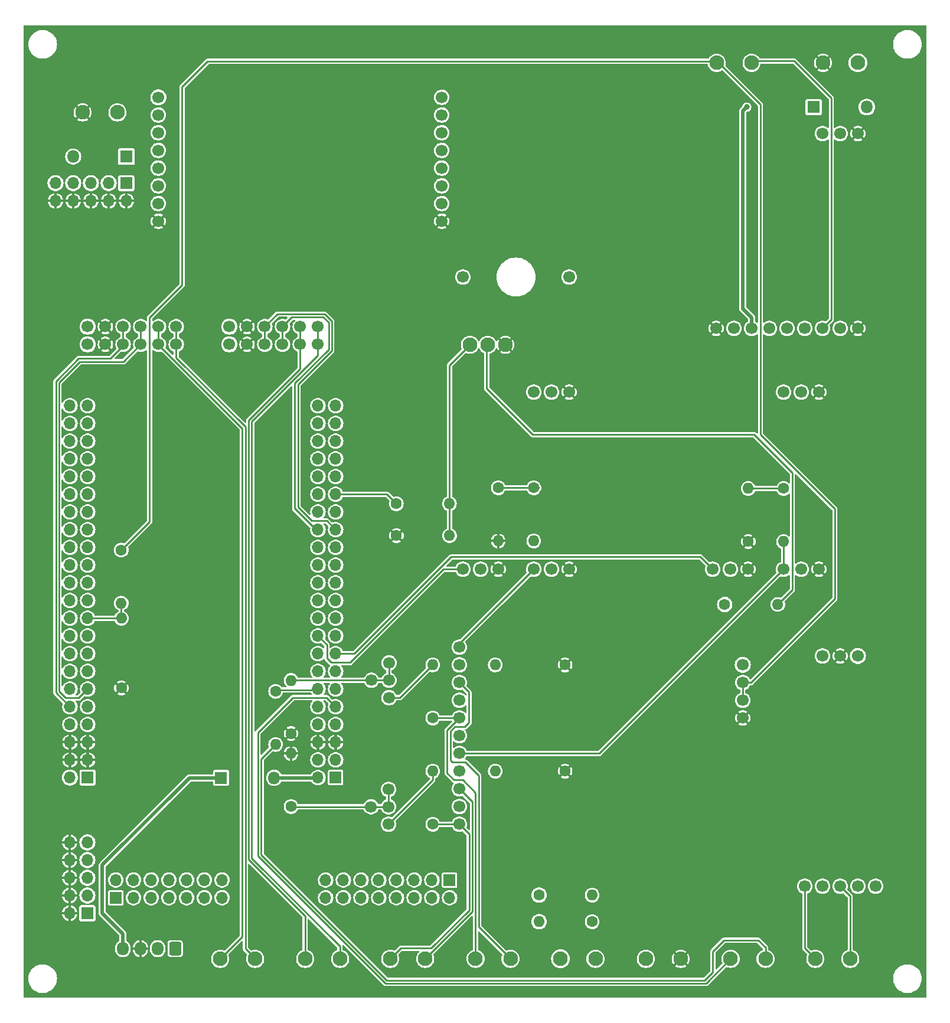
<source format=gbr>
%TF.GenerationSoftware,KiCad,Pcbnew,8.0.5*%
%TF.CreationDate,2025-07-18T11:17:55+03:00*%
%TF.ProjectId,Main_STM_box,4d61696e-5f53-4544-9d5f-626f782e6b69,rev?*%
%TF.SameCoordinates,Original*%
%TF.FileFunction,Copper,L1,Top*%
%TF.FilePolarity,Positive*%
%FSLAX46Y46*%
G04 Gerber Fmt 4.6, Leading zero omitted, Abs format (unit mm)*
G04 Created by KiCad (PCBNEW 8.0.5) date 2025-07-18 11:17:55*
%MOMM*%
%LPD*%
G01*
G04 APERTURE LIST*
G04 Aperture macros list*
%AMRoundRect*
0 Rectangle with rounded corners*
0 $1 Rounding radius*
0 $2 $3 $4 $5 $6 $7 $8 $9 X,Y pos of 4 corners*
0 Add a 4 corners polygon primitive as box body*
4,1,4,$2,$3,$4,$5,$6,$7,$8,$9,$2,$3,0*
0 Add four circle primitives for the rounded corners*
1,1,$1+$1,$2,$3*
1,1,$1+$1,$4,$5*
1,1,$1+$1,$6,$7*
1,1,$1+$1,$8,$9*
0 Add four rect primitives between the rounded corners*
20,1,$1+$1,$2,$3,$4,$5,0*
20,1,$1+$1,$4,$5,$6,$7,0*
20,1,$1+$1,$6,$7,$8,$9,0*
20,1,$1+$1,$8,$9,$2,$3,0*%
G04 Aperture macros list end*
%TA.AperFunction,ComponentPad*%
%ADD10R,1.700000X1.700000*%
%TD*%
%TA.AperFunction,ComponentPad*%
%ADD11O,1.700000X1.700000*%
%TD*%
%TA.AperFunction,ComponentPad*%
%ADD12C,2.100000*%
%TD*%
%TA.AperFunction,ComponentPad*%
%ADD13C,1.700000*%
%TD*%
%TA.AperFunction,ComponentPad*%
%ADD14C,1.600000*%
%TD*%
%TA.AperFunction,ComponentPad*%
%ADD15O,1.600000X1.600000*%
%TD*%
%TA.AperFunction,ComponentPad*%
%ADD16RoundRect,0.250000X0.600000X0.725000X-0.600000X0.725000X-0.600000X-0.725000X0.600000X-0.725000X0*%
%TD*%
%TA.AperFunction,ComponentPad*%
%ADD17O,1.700000X1.950000*%
%TD*%
%TA.AperFunction,ComponentPad*%
%ADD18R,1.800000X1.800000*%
%TD*%
%TA.AperFunction,ComponentPad*%
%ADD19O,1.800000X1.800000*%
%TD*%
%TA.AperFunction,ViaPad*%
%ADD20C,0.800000*%
%TD*%
%TA.AperFunction,Conductor*%
%ADD21C,0.250000*%
%TD*%
%TA.AperFunction,Conductor*%
%ADD22C,0.500000*%
%TD*%
G04 APERTURE END LIST*
D10*
%TO.P,J1,1,Pin_1*%
%TO.N,/PE0*%
X45974000Y-160401000D03*
D11*
%TO.P,J1,2,Pin_2*%
%TO.N,/PB14*%
X45974000Y-157861000D03*
%TO.P,J1,3,Pin_3*%
%TO.N,/PB8*%
X48514000Y-160401000D03*
%TO.P,J1,4,Pin_4*%
%TO.N,/PE1*%
X48514000Y-157861000D03*
%TO.P,J1,5,Pin_5*%
%TO.N,/PB3*%
X51054000Y-160401000D03*
%TO.P,J1,6,Pin_6*%
%TO.N,/PB9*%
X51054000Y-157861000D03*
%TO.P,J1,7,Pin_7*%
%TO.N,/PD6*%
X53594000Y-160401000D03*
%TO.P,J1,8,Pin_8*%
%TO.N,/PB5*%
X53594000Y-157861000D03*
%TO.P,J1,9,Pin_9*%
%TO.N,/PD4*%
X56134000Y-160401000D03*
%TO.P,J1,10,Pin_10*%
%TO.N,/PD7*%
X56134000Y-157861000D03*
%TO.P,J1,11,Pin_11*%
%TO.N,/PD2*%
X58674000Y-160401000D03*
%TO.P,J1,12,Pin_12*%
%TO.N,/PD3*%
X58674000Y-157861000D03*
%TO.P,J1,13,Pin_13*%
%TO.N,/PC12*%
X61214000Y-160401000D03*
%TO.P,J1,14,Pin_14*%
%TO.N,/PC11*%
X61214000Y-157861000D03*
%TD*%
D12*
%TO.P,J17,1,1*%
%TO.N,Net-(Relay_Module_1R1-NO)*%
X146304000Y-169164000D03*
%TO.P,J17,2,2*%
%TO.N,Net-(Relay_Module_1R1-COM)*%
X151304000Y-169164000D03*
%TD*%
D13*
%TO.P,Relay_Module_1R2_DistSafe1,1,GND*%
%TO.N,GND*%
X132080000Y-78740000D03*
X152400000Y-50800000D03*
%TO.P,Relay_Module_1R2_DistSafe1,2,VCC*%
%TO.N,Net-(D2-K)*%
X137160000Y-78740000D03*
X147320000Y-50800000D03*
%TO.P,Relay_Module_1R2_DistSafe1,3,NO*%
%TO.N,unconnected-(Relay_Module_1R2_DistSafe1-NO-Pad3)*%
X142240000Y-78740000D03*
%TO.P,Relay_Module_1R2_DistSafe1,4,COM*%
%TO.N,/Switch_Robot-Person*%
X147320000Y-78740000D03*
%TO.P,Relay_Module_1R2_DistSafe1,5,NC*%
%TO.N,GND*%
X152400000Y-78740000D03*
%TO.P,Relay_Module_1R2_DistSafe1,6*%
%TO.N,N/C*%
X144780000Y-78740000D03*
%TO.P,Relay_Module_1R2_DistSafe1,7*%
X149860000Y-78740000D03*
%TO.P,Relay_Module_1R2_DistSafe1,8*%
X149860000Y-50800000D03*
%TO.P,Relay_Module_1R2_DistSafe1,9*%
X139700000Y-78740000D03*
%TO.P,Relay_Module_1R2_DistSafe1,11*%
X134620000Y-78740000D03*
%TD*%
D12*
%TO.P,J12,1,1*%
%TO.N,Net-(J13-CAN_H)*%
X73152000Y-169164000D03*
%TO.P,J12,2,2*%
%TO.N,Net-(J13-CAN_L)*%
X78152000Y-169164000D03*
%TD*%
D13*
%TO.P,PWM_to_V1,1,VCC*%
%TO.N,Net-(PWM_to_V1-VCC)*%
X105918000Y-87884000D03*
%TO.P,PWM_to_V1,2,GND*%
%TO.N,GND*%
X110998000Y-87884000D03*
%TO.P,PWM_to_V1,3,PWM*%
%TO.N,/PC7*%
X95758000Y-113284000D03*
%TO.P,PWM_to_V1,4,GND*%
%TO.N,GND*%
X100838000Y-113284000D03*
%TO.P,PWM_to_V1,5,VOUT*%
%TO.N,/ADC2*%
X105918000Y-113284000D03*
%TO.P,PWM_to_V1,6,GND*%
%TO.N,GND*%
X110998000Y-113284000D03*
%TO.P,PWM_to_V1,7*%
%TO.N,N/C*%
X98298000Y-113284000D03*
%TO.P,PWM_to_V1,8*%
X108458000Y-113284000D03*
%TO.P,PWM_to_V1,9*%
X108458000Y-87884000D03*
%TD*%
D12*
%TO.P,J9,1,1*%
%TO.N,/PD10*%
X134152000Y-169160000D03*
%TO.P,J9,2,2*%
%TO.N,Net-(J9-Pad2)*%
X139152000Y-169160000D03*
%TD*%
D10*
%TO.P,J3,1,Pin_1*%
%TO.N,+5V*%
X47493000Y-57907000D03*
D11*
%TO.P,J3,2,Pin_2*%
%TO.N,GND*%
X47493000Y-60447000D03*
%TO.P,J3,3,Pin_3*%
%TO.N,+5V*%
X44953000Y-57907000D03*
%TO.P,J3,4,Pin_4*%
%TO.N,GND*%
X44953000Y-60447000D03*
%TO.P,J3,5,Pin_5*%
%TO.N,+5V*%
X42413000Y-57907000D03*
%TO.P,J3,6,Pin_6*%
%TO.N,GND*%
X42413000Y-60447000D03*
%TO.P,J3,7,Pin_7*%
%TO.N,+5V*%
X39873000Y-57907000D03*
%TO.P,J3,8,Pin_8*%
%TO.N,GND*%
X39873000Y-60447000D03*
%TO.P,J3,9,Pin_9*%
%TO.N,+5V*%
X37333000Y-57907000D03*
%TO.P,J3,10,Pin_10*%
%TO.N,GND*%
X37333000Y-60447000D03*
%TD*%
D12*
%TO.P,Q1,1,B*%
%TO.N,Net-(Q1-B)*%
X96774000Y-81090000D03*
%TO.P,Q1,2,C*%
%TO.N,Net-(Q1-C)*%
X99314000Y-81090000D03*
%TO.P,Q1,3,E*%
%TO.N,GND*%
X101854000Y-81090000D03*
%TD*%
D14*
%TO.P,R15,1*%
%TO.N,/PD11*%
X68900000Y-130790000D03*
D15*
%TO.P,R15,2*%
%TO.N,Net-(J9-Pad2)*%
X68900000Y-138410000D03*
%TD*%
D10*
%TO.P,J2,1,Pin_1*%
%TO.N,/PA12*%
X93853000Y-157861000D03*
D11*
%TO.P,J2,2,Pin_2*%
%TO.N,/PC10*%
X93853000Y-160401000D03*
%TO.P,J2,3,Pin_3*%
%TO.N,/PA8*%
X91313000Y-157861000D03*
%TO.P,J2,4,Pin_4*%
%TO.N,/PA10*%
X91313000Y-160401000D03*
%TO.P,J2,5,Pin_5*%
%TO.N,/PD14*%
X88773000Y-157861000D03*
%TO.P,J2,6,Pin_6*%
%TO.N,/PC8*%
X88773000Y-160401000D03*
%TO.P,J2,7,Pin_7*%
%TO.N,/PD8*%
X86233000Y-157861000D03*
%TO.P,J2,8,Pin_8*%
%TO.N,/PD12*%
X86233000Y-160401000D03*
%TO.P,J2,9,Pin_9*%
%TO.N,/PB15*%
X83693000Y-157861000D03*
%TO.P,J2,10,Pin_10*%
%TO.N,/PD9*%
X83693000Y-160401000D03*
%TO.P,J2,11,Pin_11*%
%TO.N,/PD13*%
X81153000Y-157861000D03*
%TO.P,J2,12,Pin_12*%
%TO.N,/PD15*%
X81153000Y-160401000D03*
%TO.P,J2,13,Pin_13*%
%TO.N,/PC9*%
X78613000Y-157861000D03*
%TO.P,J2,14,Pin_14*%
%TO.N,/PA9*%
X78613000Y-160401000D03*
%TO.P,J2,15,Pin_15*%
%TO.N,/PA11*%
X76073000Y-157861000D03*
%TO.P,J2,16,Pin_16*%
%TO.N,/PA15*%
X76073000Y-160401000D03*
%TD*%
D13*
%TO.P,RV2,1,1*%
%TO.N,Net-(J4-PA3{slash}USART_RX)*%
X85090000Y-149860000D03*
%TO.P,RV2,2,2*%
%TO.N,Net-(R4-Pad1)*%
X85090000Y-147360000D03*
X82590000Y-147360000D03*
%TO.P,RV2,3,3*%
X85090000Y-144860000D03*
%TD*%
D12*
%TO.P,J10,1,1*%
%TO.N,Net-(D1-A)*%
X46228000Y-47752000D03*
%TO.P,J10,2,2*%
%TO.N,GND*%
X41228000Y-47752000D03*
%TD*%
D13*
%TO.P,Relay_Module_1R1,1,VCC*%
%TO.N,+5V*%
X152400000Y-125730000D03*
%TO.P,Relay_Module_1R1,2,GND*%
%TO.N,GND*%
X149860000Y-125730000D03*
%TO.P,Relay_Module_1R1,3,IN1*%
%TO.N,Net-(Q1-C)*%
X147320000Y-125730000D03*
%TO.P,Relay_Module_1R1,4,NO*%
%TO.N,Net-(Relay_Module_1R1-NO)*%
X144780000Y-158750000D03*
%TO.P,Relay_Module_1R1,5,COM*%
%TO.N,Net-(Relay_Module_1R1-COM)*%
X149860000Y-158750000D03*
%TO.P,Relay_Module_1R1,6,NC*%
%TO.N,unconnected-(Relay_Module_1R1-NC-Pad6)*%
X154940000Y-158750000D03*
%TO.P,Relay_Module_1R1,7*%
%TO.N,N/C*%
X147320000Y-158750000D03*
%TO.P,Relay_Module_1R1,8*%
X152400000Y-158750000D03*
%TD*%
D16*
%TO.P,J20,1,Pin_1*%
%TO.N,/PA12*%
X54500000Y-167700000D03*
D17*
%TO.P,J20,2,Pin_2*%
%TO.N,/PA11*%
X52000000Y-167700000D03*
%TO.P,J20,3,Pin_3*%
%TO.N,GND*%
X49500000Y-167700000D03*
%TO.P,J20,4,Pin_4*%
%TO.N,Net-(D3-K)*%
X47000000Y-167700000D03*
%TD*%
D12*
%TO.P,J11,1,1*%
%TO.N,Net-(J14-CAN_H)*%
X60960000Y-169164000D03*
%TO.P,J11,2,2*%
%TO.N,Net-(J14-CAN_L)*%
X65960000Y-169164000D03*
%TD*%
%TO.P,J16,1,1*%
%TO.N,/Encoder_1*%
X85344000Y-169160000D03*
%TO.P,J16,2,2*%
%TO.N,Net-(Relay_Module_2R1-COM_1)*%
X90344000Y-169160000D03*
%TD*%
%TO.P,J18,1,1*%
%TO.N,/Encoder_2*%
X97576000Y-169156000D03*
%TO.P,J18,2,2*%
%TO.N,Net-(Relay_Module_2R1-COM_2)*%
X102576000Y-169156000D03*
%TD*%
%TO.P,J7,1,1*%
%TO.N,+3V3*%
X109768000Y-169160000D03*
%TO.P,J7,2,2*%
%TO.N,/SCL*%
X114768000Y-169160000D03*
%TD*%
D13*
%TO.P,F1,1*%
%TO.N,Net-(PWM_to_V1-VCC)*%
X110998000Y-71374000D03*
%TO.P,F1,2*%
%TO.N,Net-(5V-30V_Converter1-+Vout)*%
X95758000Y-71374000D03*
%TD*%
%TO.P,J13,1,3.3V*%
%TO.N,+3V3*%
X62270000Y-78490000D03*
X62270000Y-81030000D03*
%TO.P,J13,2,GND*%
%TO.N,GND*%
X64810000Y-78490000D03*
X64810000Y-81030000D03*
%TO.P,J13,3,CTX*%
%TO.N,/PD1*%
X67350000Y-78490000D03*
X67350000Y-81030000D03*
%TO.P,J13,4,CRX*%
%TO.N,/PD0*%
X69890000Y-78490000D03*
X69890000Y-81030000D03*
%TO.P,J13,5,CAN_H*%
%TO.N,Net-(J13-CAN_H)*%
X72430000Y-78490000D03*
X72430000Y-81030000D03*
%TO.P,J13,6,CAN_L*%
%TO.N,Net-(J13-CAN_L)*%
X74970000Y-78490000D03*
X74970000Y-81030000D03*
%TD*%
%TO.P,PWM_to_V2,1,VCC*%
%TO.N,Net-(PWM_to_V1-VCC)*%
X141732000Y-87884000D03*
%TO.P,PWM_to_V2,2,GND*%
%TO.N,GND*%
X146812000Y-87884000D03*
%TO.P,PWM_to_V2,3,PWM*%
%TO.N,/PC6*%
X131572000Y-113284000D03*
%TO.P,PWM_to_V2,4,GND*%
%TO.N,GND*%
X136652000Y-113284000D03*
%TO.P,PWM_to_V2,5,VOUT*%
%TO.N,/ADC1*%
X141732000Y-113284000D03*
%TO.P,PWM_to_V2,6,GND*%
%TO.N,GND*%
X146812000Y-113284000D03*
%TO.P,PWM_to_V2,7*%
%TO.N,N/C*%
X134112000Y-113284000D03*
%TO.P,PWM_to_V2,8*%
X144272000Y-113284000D03*
%TO.P,PWM_to_V2,9*%
X144272000Y-87884000D03*
%TD*%
D10*
%TO.P,J6,1,Pin_1*%
%TO.N,+3V3*%
X41910000Y-162620000D03*
D11*
%TO.P,J6,2,Pin_2*%
%TO.N,GND*%
X39370000Y-162620000D03*
%TO.P,J6,3,Pin_3*%
%TO.N,+3V3*%
X41910000Y-160080000D03*
%TO.P,J6,4,Pin_4*%
%TO.N,GND*%
X39370000Y-160080000D03*
%TO.P,J6,5,Pin_5*%
%TO.N,+3V3*%
X41910000Y-157540000D03*
%TO.P,J6,6,Pin_6*%
%TO.N,GND*%
X39370000Y-157540000D03*
%TO.P,J6,7,Pin_7*%
%TO.N,+3V3*%
X41910000Y-155000000D03*
%TO.P,J6,8,Pin_8*%
%TO.N,GND*%
X39370000Y-155000000D03*
%TO.P,J6,9,Pin_9*%
%TO.N,+3V3*%
X41910000Y-152460000D03*
%TO.P,J6,10,Pin_10*%
%TO.N,GND*%
X39370000Y-152460000D03*
%TD*%
D12*
%TO.P,J8,1,1*%
%TO.N,/SDA*%
X122000000Y-169164000D03*
%TO.P,J8,2,2*%
%TO.N,GND*%
X127000000Y-169164000D03*
%TD*%
D13*
%TO.P,RV1,1,1*%
%TO.N,Net-(J4-PA5)*%
X85151600Y-131709800D03*
%TO.P,RV1,2,2*%
%TO.N,Net-(R5-Pad2)*%
X85151600Y-129209800D03*
X82651600Y-129209800D03*
%TO.P,RV1,3,3*%
X85151600Y-126709800D03*
%TD*%
%TO.P,J14,1,3.3V*%
%TO.N,+3V3*%
X41950000Y-78490000D03*
X41950000Y-81030000D03*
%TO.P,J14,2,GND*%
%TO.N,GND*%
X44490000Y-78490000D03*
X44490000Y-81030000D03*
%TO.P,J14,3,CTX*%
%TO.N,/PB13*%
X47030000Y-78490000D03*
X47030000Y-81030000D03*
%TO.P,J14,4,CRX*%
%TO.N,/PB12*%
X49570000Y-78490000D03*
X49570000Y-81030000D03*
%TO.P,J14,5,CAN_H*%
%TO.N,Net-(J14-CAN_H)*%
X52110000Y-78490000D03*
X52110000Y-81030000D03*
%TO.P,J14,6,CAN_L*%
%TO.N,Net-(J14-CAN_L)*%
X54650000Y-78490000D03*
X54650000Y-81030000D03*
%TD*%
D12*
%TO.P,J19,1,1*%
%TO.N,+12V*%
X152400000Y-40644000D03*
%TO.P,J19,2,2*%
%TO.N,GND*%
X147400000Y-40644000D03*
%TD*%
D18*
%TO.P,D3,1,K*%
%TO.N,Net-(D3-K)*%
X61080000Y-143200000D03*
D19*
%TO.P,D3,2,A*%
%TO.N,/+5V_USB*%
X68700000Y-143200000D03*
%TD*%
D13*
%TO.P,Relay_Module_2R1,1,GND*%
%TO.N,GND*%
X135890000Y-134620000D03*
%TO.P,Relay_Module_2R1,2,IN1*%
%TO.N,/GAS*%
X135890000Y-132080000D03*
%TO.P,Relay_Module_2R1,3,IN2*%
X135890000Y-129540000D03*
%TO.P,Relay_Module_2R1,4,VCC*%
%TO.N,+5V*%
X135890000Y-127000000D03*
%TO.P,Relay_Module_2R1,5,NO_2*%
%TO.N,/ADC2*%
X95250000Y-124460000D03*
%TO.P,Relay_Module_2R1,6,COM_2*%
%TO.N,Net-(Relay_Module_2R1-COM_2)*%
X95250000Y-129540000D03*
%TO.P,Relay_Module_2R1,7,NC_2*%
%TO.N,/Encoder_2*%
X95250000Y-134620000D03*
%TO.P,Relay_Module_2R1,8,NO_1*%
%TO.N,/ADC1*%
X95250000Y-139700000D03*
%TO.P,Relay_Module_2R1,9,COM_1*%
%TO.N,Net-(Relay_Module_2R1-COM_1)*%
X95250000Y-144780000D03*
%TO.P,Relay_Module_2R1,10,NC_1*%
%TO.N,/Encoder_1*%
X95250000Y-149860000D03*
%TO.P,Relay_Module_2R1,11*%
%TO.N,N/C*%
X95250000Y-127000000D03*
%TO.P,Relay_Module_2R1,12*%
X95250000Y-132080000D03*
%TO.P,Relay_Module_2R1,13*%
X95250000Y-137160000D03*
%TO.P,Relay_Module_2R1,14*%
X95250000Y-142240000D03*
%TO.P,Relay_Module_2R1,15*%
X95250000Y-147320000D03*
%TD*%
%TO.P,5V-30V_Converter1,1,+Vin*%
%TO.N,+5V*%
X52084600Y-45597000D03*
%TO.P,5V-30V_Converter1,2,-Vin*%
%TO.N,GND*%
X52084600Y-63377000D03*
%TO.P,5V-30V_Converter1,3,-Vout*%
X92724600Y-63377000D03*
%TO.P,5V-30V_Converter1,4,+Vout*%
%TO.N,Net-(5V-30V_Converter1-+Vout)*%
X92724600Y-45597000D03*
%TO.P,5V-30V_Converter1,5*%
%TO.N,N/C*%
X52084600Y-60837000D03*
%TO.P,5V-30V_Converter1,6*%
X52084600Y-58297000D03*
%TO.P,5V-30V_Converter1,7*%
X52084600Y-55757000D03*
%TO.P,5V-30V_Converter1,8*%
X52084600Y-53217000D03*
%TO.P,5V-30V_Converter1,9*%
X52084600Y-50677000D03*
%TO.P,5V-30V_Converter1,10*%
X52084600Y-48137000D03*
%TO.P,5V-30V_Converter1,11*%
X92724600Y-60837000D03*
%TO.P,5V-30V_Converter1,12*%
X92724600Y-58297000D03*
%TO.P,5V-30V_Converter1,13*%
X92724600Y-55757000D03*
%TO.P,5V-30V_Converter1,14*%
X92724600Y-53217000D03*
%TO.P,5V-30V_Converter1,15*%
X92724600Y-50677000D03*
%TO.P,5V-30V_Converter1,16*%
X92724600Y-48137000D03*
%TD*%
D12*
%TO.P,J15,1,1*%
%TO.N,/Switch_Robot-Person*%
X137160000Y-40644000D03*
%TO.P,J15,2,2*%
%TO.N,/GAS*%
X132160000Y-40644000D03*
%TD*%
D10*
%TO.P,J5,1,5V*%
%TO.N,unconnected-(J5-5V-Pad1)*%
X77510000Y-143170000D03*
D11*
%TO.P,J5,2,5V*%
%TO.N,/+5V_USB*%
X74970000Y-143170000D03*
%TO.P,J5,3,3.3V*%
%TO.N,unconnected-(J5-3.3V-Pad3)*%
X77510000Y-140630000D03*
%TO.P,J5,4,3.3V*%
%TO.N,unconnected-(J5-3.3V-Pad4)*%
X74970000Y-140630000D03*
%TO.P,J5,5,GND*%
%TO.N,GND*%
X77510000Y-138090000D03*
%TO.P,J5,6,GND*%
X74970000Y-138090000D03*
%TO.P,J5,7,PD8*%
%TO.N,/PD8*%
X77510000Y-135550000D03*
%TO.P,J5,8,PB15*%
%TO.N,/PB15*%
X74970000Y-135550000D03*
%TO.P,J5,9,PD10*%
%TO.N,/PD10*%
X77510000Y-133010000D03*
%TO.P,J5,10,PD9*%
%TO.N,/PD9*%
X74970000Y-133010000D03*
%TO.P,J5,11,PD12*%
%TO.N,/PD12*%
X77510000Y-130470000D03*
%TO.P,J5,12,PD11*%
%TO.N,/PD11*%
X74970000Y-130470000D03*
%TO.P,J5,13,PD14*%
%TO.N,/PD14*%
X77510000Y-127930000D03*
%TO.P,J5,14,PD13*%
%TO.N,/PD13*%
X74970000Y-127930000D03*
%TO.P,J5,15,PC6*%
%TO.N,/PC6*%
X77510000Y-125390000D03*
%TO.P,J5,16,PD15*%
%TO.N,/PD15*%
X74970000Y-125390000D03*
%TO.P,J5,17,PC8*%
%TO.N,/PC8*%
X77510000Y-122850000D03*
%TO.P,J5,18,PC7*%
%TO.N,/PC7*%
X74970000Y-122850000D03*
%TO.P,J5,19,PA8*%
%TO.N,/PA8*%
X77510000Y-120310000D03*
%TO.P,J5,20,PC9*%
%TO.N,/PC9*%
X74970000Y-120310000D03*
%TO.P,J5,21,PA10/RXD1*%
%TO.N,/PA10*%
X77510000Y-117770000D03*
%TO.P,J5,22,PA9/TXD1*%
%TO.N,/PA9*%
X74970000Y-117770000D03*
%TO.P,J5,23,PA12/USB_DP*%
%TO.N,/PA12*%
X77510000Y-115230000D03*
%TO.P,J5,24,PA11/USB_DM*%
%TO.N,/PA11*%
X74970000Y-115230000D03*
%TO.P,J5,25,PC10*%
%TO.N,/PC10*%
X77510000Y-112690000D03*
%TO.P,J5,26,PA15/TDI*%
%TO.N,/PA15*%
X74970000Y-112690000D03*
%TO.P,J5,27,PC12*%
%TO.N,/PC12*%
X77510000Y-110150000D03*
%TO.P,J5,28,PC11*%
%TO.N,/PC11*%
X74970000Y-110150000D03*
%TO.P,J5,29,PD1*%
%TO.N,/PD1*%
X77510000Y-107610000D03*
%TO.P,J5,30,PD0*%
%TO.N,/PD0*%
X74970000Y-107610000D03*
%TO.P,J5,31,PD3*%
%TO.N,/PD3*%
X77510000Y-105070000D03*
%TO.P,J5,32,PD2*%
%TO.N,/PD2*%
X74970000Y-105070000D03*
%TO.P,J5,33,PD5*%
%TO.N,/PD5*%
X77510000Y-102530000D03*
%TO.P,J5,34,PD4*%
%TO.N,/PD4*%
X74970000Y-102530000D03*
%TO.P,J5,35,PD7*%
%TO.N,/PD7*%
X77510000Y-99990000D03*
%TO.P,J5,36,PD6*%
%TO.N,/PD6*%
X74970000Y-99990000D03*
%TO.P,J5,37,PB5*%
%TO.N,/PB5*%
X77510000Y-97450000D03*
%TO.P,J5,38,PB3/TDO*%
%TO.N,/PB3*%
X74970000Y-97450000D03*
%TO.P,J5,39,PB7*%
%TO.N,/SDA*%
X77510000Y-94910000D03*
%TO.P,J5,40,PB6*%
%TO.N,/SCL*%
X74970000Y-94910000D03*
%TO.P,J5,41,PB9*%
%TO.N,/PB9*%
X77510000Y-92370000D03*
%TO.P,J5,42,PB8*%
%TO.N,/PB8*%
X74970000Y-92370000D03*
%TO.P,J5,43,PE1*%
%TO.N,/PE1*%
X77510000Y-89830000D03*
%TO.P,J5,44,PE0*%
%TO.N,/PE0*%
X74970000Y-89830000D03*
%TD*%
D14*
%TO.P,R5,1*%
%TO.N,GND*%
X71120000Y-136855200D03*
D15*
%TO.P,R5,2*%
%TO.N,Net-(R5-Pad2)*%
X71120000Y-129235200D03*
%TD*%
D14*
%TO.P,R10,1*%
%TO.N,/PD5*%
X86207600Y-103886000D03*
D15*
%TO.P,R10,2*%
%TO.N,Net-(Q1-B)*%
X93827600Y-103886000D03*
%TD*%
D10*
%TO.P,J4,1,3.3V*%
%TO.N,+3V3*%
X41950000Y-143170000D03*
D11*
%TO.P,J4,2,3.3V*%
X39410000Y-143170000D03*
%TO.P,J4,3,GND*%
%TO.N,GND*%
X41950000Y-140630000D03*
%TO.P,J4,4,GND*%
X39410000Y-140630000D03*
%TO.P,J4,5,GND*%
X41950000Y-138090000D03*
%TO.P,J4,6,GND*%
X39410000Y-138090000D03*
%TO.P,J4,7,VDDA*%
%TO.N,unconnected-(J4-VDDA-Pad7)*%
X41950000Y-135550000D03*
%TO.P,J4,8,VREF+*%
%TO.N,unconnected-(J4-VREF+-Pad8)*%
X39410000Y-135550000D03*
%TO.P,J4,9,PB14*%
%TO.N,/PB14*%
X41950000Y-133010000D03*
%TO.P,J4,10,PB13*%
%TO.N,/PB13*%
X39410000Y-133010000D03*
%TO.P,J4,11,PB12*%
%TO.N,/PB12*%
X41950000Y-130470000D03*
%TO.P,J4,12,PB11*%
%TO.N,/PB11*%
X39410000Y-130470000D03*
%TO.P,J4,13,PB10*%
%TO.N,/PB10*%
X41950000Y-127930000D03*
%TO.P,J4,14,PE15*%
%TO.N,/PE15*%
X39410000Y-127930000D03*
%TO.P,J4,15,PE14*%
%TO.N,/PE14*%
X41950000Y-125390000D03*
%TO.P,J4,16,PE13*%
%TO.N,/PE13*%
X39410000Y-125390000D03*
%TO.P,J4,17,PE12*%
%TO.N,/PE12*%
X41950000Y-122850000D03*
%TO.P,J4,18,PE11*%
%TO.N,/PE11*%
X39410000Y-122850000D03*
%TO.P,J4,19,PE10*%
%TO.N,Net-(J4-PE10)*%
X41950000Y-120310000D03*
%TO.P,J4,20,PE9*%
%TO.N,/PE9*%
X39410000Y-120310000D03*
%TO.P,J4,21,PE8*%
%TO.N,/PE8*%
X41950000Y-117770000D03*
%TO.P,J4,22,PE7*%
%TO.N,/PE7*%
X39410000Y-117770000D03*
%TO.P,J4,23,PB1*%
%TO.N,/PB1*%
X41950000Y-115230000D03*
%TO.P,J4,24,PB0*%
%TO.N,/PB0*%
X39410000Y-115230000D03*
%TO.P,J4,25,PC5*%
%TO.N,/PC5*%
X41950000Y-112690000D03*
%TO.P,J4,26,PC4*%
%TO.N,/PC4*%
X39410000Y-112690000D03*
%TO.P,J4,27,PA7*%
%TO.N,/PA7*%
X41950000Y-110150000D03*
%TO.P,J4,28,PA6*%
%TO.N,/PA6*%
X39410000Y-110150000D03*
%TO.P,J4,29,PA5*%
%TO.N,Net-(J4-PA5)*%
X41950000Y-107610000D03*
%TO.P,J4,30,PA4*%
%TO.N,Net-(J4-PA4)*%
X39410000Y-107610000D03*
%TO.P,J4,31,PA3/USART_RX*%
%TO.N,Net-(J4-PA3{slash}USART_RX)*%
X41950000Y-105070000D03*
%TO.P,J4,32,PA2/USART_TX*%
%TO.N,Net-(J4-PA2{slash}USART_TX)*%
X39410000Y-105070000D03*
%TO.P,J4,33,PA1*%
%TO.N,/PA1*%
X41950000Y-102530000D03*
%TO.P,J4,34,PA0/WK_UP*%
%TO.N,/PA0*%
X39410000Y-102530000D03*
%TO.P,J4,35,PC3*%
%TO.N,/PC3*%
X41950000Y-99990000D03*
%TO.P,J4,36,PC2*%
%TO.N,/PC2*%
X39410000Y-99990000D03*
%TO.P,J4,37,PC1*%
%TO.N,/PC1*%
X41950000Y-97450000D03*
%TO.P,J4,38,PC0*%
%TO.N,/PC0*%
X39410000Y-97450000D03*
%TO.P,J4,39,PC13*%
%TO.N,/PC13*%
X41950000Y-94910000D03*
%TO.P,J4,40,PE6*%
%TO.N,/PE6*%
X39410000Y-94910000D03*
%TO.P,J4,41,PE5*%
%TO.N,/PE5*%
X41950000Y-92370000D03*
%TO.P,J4,42,PE4*%
%TO.N,/PE4*%
X39410000Y-92370000D03*
%TO.P,J4,43,PE3*%
%TO.N,/PE3*%
X41950000Y-89830000D03*
%TO.P,J4,44,PE2*%
%TO.N,/PE2*%
X39410000Y-89830000D03*
%TD*%
D14*
%TO.P,R4,1*%
%TO.N,Net-(R4-Pad1)*%
X71120000Y-147320000D03*
D15*
%TO.P,R4,2*%
%TO.N,GND*%
X71120000Y-139700000D03*
%TD*%
D14*
%TO.P,R14,1*%
%TO.N,+3V3*%
X106680000Y-160020000D03*
D15*
%TO.P,R14,2*%
%TO.N,/SDA*%
X114300000Y-160020000D03*
%TD*%
D14*
%TO.P,R7,1*%
%TO.N,Net-(J4-PA2{slash}USART_TX)*%
X100838000Y-101600000D03*
D15*
%TO.P,R7,2*%
%TO.N,GND*%
X100838000Y-109220000D03*
%TD*%
D14*
%TO.P,R11,1*%
%TO.N,GND*%
X86233000Y-108458000D03*
D15*
%TO.P,R11,2*%
%TO.N,Net-(Q1-B)*%
X93853000Y-108458000D03*
%TD*%
D14*
%TO.P,R1,1*%
%TO.N,/Encoder_2*%
X91440000Y-134620000D03*
D15*
%TO.P,R1,2*%
%TO.N,Net-(J4-PA5)*%
X91440000Y-127000000D03*
%TD*%
D14*
%TO.P,C1,1*%
%TO.N,GND*%
X110410000Y-127000000D03*
D15*
%TO.P,C1,2*%
%TO.N,Net-(J4-PA5)*%
X100410000Y-127000000D03*
%TD*%
D14*
%TO.P,C3,1*%
%TO.N,GND*%
X46786800Y-130319800D03*
D15*
%TO.P,C3,2*%
%TO.N,Net-(J4-PE10)*%
X46786800Y-120319800D03*
%TD*%
D14*
%TO.P,R8,1*%
%TO.N,Net-(J4-PA4)*%
X141732000Y-101701600D03*
D15*
%TO.P,R8,2*%
%TO.N,/ADC1*%
X141732000Y-109321600D03*
%TD*%
D14*
%TO.P,R6,1*%
%TO.N,GND*%
X136677400Y-109321600D03*
D15*
%TO.P,R6,2*%
%TO.N,Net-(J4-PA4)*%
X136677400Y-101701600D03*
%TD*%
D14*
%TO.P,R13,1*%
%TO.N,/SCL*%
X114300000Y-163830000D03*
D15*
%TO.P,R13,2*%
%TO.N,+3V3*%
X106680000Y-163830000D03*
%TD*%
D14*
%TO.P,R12,1*%
%TO.N,+5V*%
X133299200Y-118338600D03*
D15*
%TO.P,R12,2*%
%TO.N,Net-(Q1-C)*%
X140919200Y-118338600D03*
%TD*%
D18*
%TO.P,D2,1,K*%
%TO.N,Net-(D2-K)*%
X146050000Y-46990000D03*
D19*
%TO.P,D2,2,A*%
%TO.N,+12V*%
X153670000Y-46990000D03*
%TD*%
D18*
%TO.P,D1,1,K*%
%TO.N,+5V*%
X47498000Y-54102000D03*
D19*
%TO.P,D1,2,A*%
%TO.N,Net-(D1-A)*%
X39878000Y-54102000D03*
%TD*%
D14*
%TO.P,R9,1*%
%TO.N,Net-(J4-PA2{slash}USART_TX)*%
X105918000Y-101600000D03*
D15*
%TO.P,R9,2*%
%TO.N,/ADC2*%
X105918000Y-109220000D03*
%TD*%
D14*
%TO.P,R2,1*%
%TO.N,/Encoder_1*%
X91440000Y-149860000D03*
D15*
%TO.P,R2,2*%
%TO.N,Net-(J4-PA3{slash}USART_RX)*%
X91440000Y-142240000D03*
%TD*%
D14*
%TO.P,R3,1*%
%TO.N,/GAS*%
X46761400Y-110540800D03*
D15*
%TO.P,R3,2*%
%TO.N,Net-(J4-PE10)*%
X46761400Y-118160800D03*
%TD*%
D14*
%TO.P,C2,1*%
%TO.N,GND*%
X110410000Y-142240000D03*
D15*
%TO.P,C2,2*%
%TO.N,Net-(J4-PA3{slash}USART_RX)*%
X100410000Y-142240000D03*
%TD*%
D20*
%TO.N,GND*%
X140000000Y-145000000D03*
X36250000Y-135000000D03*
X60000000Y-74000000D03*
X60000000Y-145000000D03*
X110000000Y-145000000D03*
X110000000Y-135000000D03*
X100000000Y-45000000D03*
X130000000Y-85000000D03*
X140000000Y-165000000D03*
X60000000Y-125000000D03*
X90000000Y-55000000D03*
X130000000Y-165000000D03*
X120000000Y-155000000D03*
X36250000Y-110000000D03*
X140000000Y-45000000D03*
X110000000Y-96000000D03*
X140000000Y-55000000D03*
X120000000Y-145000000D03*
X100000000Y-125000000D03*
X89050000Y-163250000D03*
X50000000Y-65000000D03*
X109000000Y-75000000D03*
X100000000Y-65000000D03*
X70000000Y-115000000D03*
X89050000Y-165300000D03*
X45000000Y-166000000D03*
X40000000Y-166000000D03*
X60000000Y-55000000D03*
X50000000Y-115000000D03*
X151000000Y-65000000D03*
X120000000Y-55000000D03*
X50000000Y-135000000D03*
X50000000Y-74000000D03*
X90000000Y-75000000D03*
X120000000Y-65000000D03*
X60000000Y-115000000D03*
X60000000Y-95000000D03*
X100000000Y-115000000D03*
X90000000Y-45000000D03*
X90000000Y-65000000D03*
X85000000Y-115000000D03*
X36250000Y-125000000D03*
X70000000Y-145000000D03*
X62550000Y-162750000D03*
X50000000Y-165000000D03*
X37000000Y-82000000D03*
X130000000Y-135000000D03*
X80000000Y-135000000D03*
X36250000Y-100000000D03*
X110000000Y-65000000D03*
X36250000Y-157500000D03*
X80000000Y-165300000D03*
X140000000Y-65000000D03*
X82500000Y-145000000D03*
X130000000Y-55000000D03*
X130000000Y-145000000D03*
X100000000Y-145000000D03*
X36250000Y-105000000D03*
X120000000Y-165000000D03*
X100000000Y-55000000D03*
X80000000Y-45000000D03*
X70000000Y-165250000D03*
X100000000Y-105000000D03*
X130000000Y-75000000D03*
X40000000Y-65000000D03*
X130000000Y-45000000D03*
X151000000Y-75000000D03*
X130000000Y-96000000D03*
X36250000Y-142500000D03*
X50000000Y-45000000D03*
X151000000Y-85000000D03*
X110000000Y-125000000D03*
X140000000Y-85000000D03*
X100000000Y-96000000D03*
X110000000Y-105000000D03*
X40000000Y-169000000D03*
X85000000Y-163250000D03*
X36250000Y-152500000D03*
X140000000Y-135000000D03*
X130000000Y-105000000D03*
X70000000Y-65000000D03*
X36250000Y-120000000D03*
X140000000Y-105000000D03*
X80000000Y-55000000D03*
X90000000Y-85000000D03*
X130000000Y-65000000D03*
X151000000Y-135000000D03*
X120000000Y-45000000D03*
X130000000Y-115000000D03*
X120000000Y-115000000D03*
X151000000Y-115000000D03*
X36250000Y-130000000D03*
X70000000Y-45000000D03*
X85000000Y-165300000D03*
X110000000Y-155000000D03*
X150000000Y-165000000D03*
X60000000Y-135000000D03*
X40000000Y-45000000D03*
X62550000Y-165250000D03*
X47500000Y-95000000D03*
X151000000Y-55000000D03*
X120000000Y-105000000D03*
X151000000Y-145000000D03*
X140000000Y-75000000D03*
X65750000Y-165250000D03*
X70000000Y-162750000D03*
X50000000Y-145000000D03*
X80000000Y-75000000D03*
X100000000Y-75000000D03*
X36750000Y-162500000D03*
X57500000Y-165250000D03*
X60000000Y-45000000D03*
X65750000Y-162750000D03*
X36250000Y-147500000D03*
X151000000Y-96000000D03*
X80000000Y-107500000D03*
X110000000Y-115000000D03*
X109000000Y-85000000D03*
X120000000Y-96000000D03*
X70000000Y-55000000D03*
X40000000Y-74000000D03*
X47500000Y-105000000D03*
X120000000Y-125000000D03*
X60000000Y-65000000D03*
X80000000Y-163250000D03*
X36250000Y-95000000D03*
X36250000Y-115000000D03*
X110000000Y-55000000D03*
X50000000Y-55000000D03*
X140000000Y-125000000D03*
X50000000Y-125000000D03*
X110000000Y-45000000D03*
X45000000Y-169000000D03*
X70000000Y-107500000D03*
X151000000Y-45000000D03*
X57500000Y-162750000D03*
X100000000Y-165000000D03*
X130000000Y-155000000D03*
X36250000Y-90000000D03*
X70000000Y-75000000D03*
X85000000Y-96000000D03*
X80000000Y-65000000D03*
X100000000Y-135000000D03*
X120000000Y-75000000D03*
X151000000Y-105000000D03*
X120000000Y-85000000D03*
%TO.N,Net-(D2-K)*%
X136474200Y-46990000D03*
%TD*%
D21*
%TO.N,Net-(J4-PA5)*%
X86730200Y-131709800D02*
X91440000Y-127000000D01*
X85145000Y-131716400D02*
X85162400Y-131699000D01*
X85151600Y-131709800D02*
X86730200Y-131709800D01*
%TO.N,Net-(J4-PA3{slash}USART_RX)*%
X91440000Y-142240000D02*
X91440000Y-143510000D01*
X91440000Y-143510000D02*
X85090000Y-149860000D01*
%TO.N,Net-(J4-PE10)*%
X46761400Y-118160800D02*
X46761400Y-120294400D01*
X41959800Y-120319800D02*
X41950000Y-120310000D01*
X46786800Y-120319800D02*
X41959800Y-120319800D01*
X46761400Y-120294400D02*
X46786800Y-120319800D01*
%TO.N,/PB13*%
X47030000Y-81030000D02*
X47030000Y-81240000D01*
X40640000Y-83058000D02*
X37396000Y-86302000D01*
X45212000Y-83058000D02*
X40640000Y-83058000D01*
X47030000Y-81240000D02*
X45212000Y-83058000D01*
X37396000Y-130996000D02*
X39410000Y-133010000D01*
X37396000Y-86302000D02*
X37396000Y-130996000D01*
X47030000Y-81030000D02*
X47030000Y-78490000D01*
%TO.N,/PB12*%
X49570000Y-81030000D02*
X47092000Y-83508000D01*
X40826396Y-83508000D02*
X37846000Y-86488396D01*
X47092000Y-83508000D02*
X40826396Y-83508000D01*
X37846000Y-86488396D02*
X37846000Y-130809604D01*
X38786196Y-131749800D02*
X40670200Y-131749800D01*
X49570000Y-81030000D02*
X49570000Y-78490000D01*
X37846000Y-130809604D02*
X38786196Y-131749800D01*
X40670200Y-131749800D02*
X41950000Y-130470000D01*
D22*
%TO.N,Net-(D2-K)*%
X135890000Y-75890000D02*
X135890000Y-47574200D01*
X135890000Y-47574200D02*
X136474200Y-46990000D01*
X137160000Y-77160000D02*
X135890000Y-75890000D01*
X137160000Y-78740000D02*
X137160000Y-77160000D01*
D21*
%TO.N,Net-(J4-PA4)*%
X136677400Y-101701600D02*
X141732000Y-101701600D01*
%TO.N,Net-(J4-PA2{slash}USART_TX)*%
X106680000Y-101600000D02*
X101600000Y-101600000D01*
%TO.N,/PD10*%
X130612000Y-172700000D02*
X84690396Y-172700000D01*
X84690396Y-172700000D02*
X66374000Y-154383604D01*
X66374000Y-136700396D02*
X71375396Y-131699000D01*
X66374000Y-154383604D02*
X66374000Y-136700396D01*
X76199000Y-131699000D02*
X77510000Y-133010000D01*
X134152000Y-169160000D02*
X130612000Y-172700000D01*
X71375396Y-131699000D02*
X76199000Y-131699000D01*
%TO.N,/PD11*%
X68900000Y-130790000D02*
X69090000Y-130600000D01*
X74840000Y-130600000D02*
X74970000Y-130470000D01*
X69090000Y-130600000D02*
X74840000Y-130600000D01*
%TO.N,/PC6*%
X94105604Y-111506000D02*
X80221604Y-125390000D01*
X129794000Y-111506000D02*
X94105604Y-111506000D01*
X80221604Y-125390000D02*
X77510000Y-125390000D01*
X131572000Y-113284000D02*
X129794000Y-111506000D01*
%TO.N,/PC7*%
X79578200Y-126669800D02*
X76879949Y-126669800D01*
X76250800Y-124130800D02*
X74970000Y-122850000D01*
X92964000Y-113284000D02*
X79578200Y-126669800D01*
X76879949Y-126669800D02*
X76250800Y-126040651D01*
X95758000Y-113284000D02*
X92964000Y-113284000D01*
X76250800Y-126040651D02*
X76250800Y-124130800D01*
%TO.N,/PD1*%
X67350000Y-78490000D02*
X69157400Y-76682600D01*
X72136000Y-104399851D02*
X74085949Y-106349800D01*
X76962000Y-81916396D02*
X72136000Y-86742396D01*
X75920600Y-76682600D02*
X76962000Y-77724000D01*
X74085949Y-106349800D02*
X76249800Y-106349800D01*
X76962000Y-77724000D02*
X76962000Y-81916396D01*
X67350000Y-81030000D02*
X67350000Y-78490000D01*
X69157400Y-76682600D02*
X75920600Y-76682600D01*
X76249800Y-106349800D02*
X77510000Y-107610000D01*
X72136000Y-86742396D02*
X72136000Y-104399851D01*
%TO.N,/PD0*%
X76512000Y-81730000D02*
X71628000Y-86614000D01*
X69890000Y-78490000D02*
X71247400Y-77132600D01*
X71628000Y-104528247D02*
X74709753Y-107610000D01*
X69890000Y-81030000D02*
X69890000Y-78490000D01*
X74709753Y-107610000D02*
X74970000Y-107610000D01*
X75734204Y-77132600D02*
X76512000Y-77910396D01*
X71247400Y-77132600D02*
X75734204Y-77132600D01*
X71628000Y-86614000D02*
X71628000Y-104528247D01*
X76512000Y-77910396D02*
X76512000Y-81730000D01*
%TO.N,/PD5*%
X77519800Y-102539800D02*
X77510000Y-102530000D01*
X84851600Y-102530000D02*
X77510000Y-102530000D01*
X86207600Y-103886000D02*
X84851600Y-102530000D01*
%TO.N,/Switch_Robot-Person*%
X148590000Y-45720000D02*
X148590000Y-77470000D01*
X148590000Y-77470000D02*
X147320000Y-78740000D01*
X143260000Y-40390000D02*
X148590000Y-45720000D01*
X137160000Y-40390000D02*
X143260000Y-40390000D01*
%TO.N,/GAS*%
X137092081Y-129540000D02*
X149098000Y-117534081D01*
X50825400Y-106476800D02*
X46761400Y-110540800D01*
X135890000Y-132080000D02*
X135890000Y-129540000D01*
X50825400Y-77190600D02*
X50825400Y-106476800D01*
X138430000Y-93980000D02*
X138430000Y-46660000D01*
X149098000Y-117534081D02*
X149098000Y-104648000D01*
X135890000Y-129540000D02*
X137092081Y-129540000D01*
X59131200Y-40436800D02*
X55473600Y-44094400D01*
X149098000Y-104648000D02*
X138430000Y-93980000D01*
X132160000Y-40390000D02*
X132113200Y-40436800D01*
X55473600Y-72542400D02*
X50825400Y-77190600D01*
X55473600Y-44094400D02*
X55473600Y-72542400D01*
X132113200Y-40436800D02*
X59131200Y-40436800D01*
X138430000Y-46660000D02*
X132160000Y-40390000D01*
%TO.N,Net-(Relay_Module_1R1-COM)*%
X149860000Y-158750000D02*
X151304000Y-160194000D01*
X151304000Y-160194000D02*
X151304000Y-169164000D01*
%TO.N,Net-(Relay_Module_1R1-NO)*%
X144780000Y-167640000D02*
X144780000Y-158750000D01*
X146304000Y-169164000D02*
X144780000Y-167640000D01*
%TO.N,/Encoder_1*%
X96676000Y-162191604D02*
X91227604Y-167640000D01*
X96676000Y-151286000D02*
X96676000Y-162191604D01*
X86864000Y-167640000D02*
X85344000Y-169160000D01*
X95250000Y-149860000D02*
X96676000Y-151286000D01*
X95250000Y-149860000D02*
X91440000Y-149860000D01*
X91227604Y-167640000D02*
X86864000Y-167640000D01*
%TO.N,Net-(Relay_Module_2R1-COM_1)*%
X97126000Y-162378000D02*
X97126000Y-146656000D01*
X97126000Y-146656000D02*
X95250000Y-144780000D01*
X90344000Y-169160000D02*
X97126000Y-162378000D01*
%TO.N,/Encoder_2*%
X93497400Y-136372600D02*
X95250000Y-134620000D01*
X91440000Y-134620000D02*
X95250000Y-134620000D01*
X95758000Y-143510000D02*
X94488000Y-143510000D01*
X97576000Y-169156000D02*
X97576000Y-145328000D01*
X94488000Y-143510000D02*
X93497400Y-142519400D01*
X93497400Y-142519400D02*
X93497400Y-136372600D01*
X97576000Y-145328000D02*
X95758000Y-143510000D01*
%TO.N,Net-(Relay_Module_2R1-COM_2)*%
X96012000Y-135890000D02*
X96621600Y-135280400D01*
X94234000Y-140970000D02*
X93947400Y-140683400D01*
X98026000Y-164606000D02*
X98026000Y-142857000D01*
X93947400Y-136558996D02*
X94616396Y-135890000D01*
X96139000Y-140970000D02*
X94234000Y-140970000D01*
X102576000Y-169156000D02*
X98026000Y-164606000D01*
X98026000Y-142857000D02*
X96139000Y-140970000D01*
X96621600Y-135280400D02*
X96621600Y-130911600D01*
X96621600Y-130911600D02*
X95250000Y-129540000D01*
X93947400Y-140683400D02*
X93947400Y-136558996D01*
X94616396Y-135890000D02*
X96012000Y-135890000D01*
%TO.N,/ADC2*%
X105918000Y-113284000D02*
X105918000Y-113792000D01*
X105918000Y-113284000D02*
X95250000Y-123952000D01*
X95250000Y-123952000D02*
X95250000Y-124460000D01*
%TO.N,/ADC1*%
X141732000Y-113284000D02*
X141732000Y-109321600D01*
X115316000Y-139700000D02*
X95250000Y-139700000D01*
X141732000Y-113284000D02*
X115316000Y-139700000D01*
%TO.N,Net-(R4-Pad1)*%
X82590000Y-147360000D02*
X85090000Y-147360000D01*
X82590000Y-147360000D02*
X71160000Y-147360000D01*
X85090000Y-147360000D02*
X85090000Y-144860000D01*
X71160000Y-147360000D02*
X71120000Y-147320000D01*
%TO.N,Net-(R5-Pad2)*%
X71120000Y-129540000D02*
X71450200Y-129209800D01*
X82314800Y-129209800D02*
X82645000Y-129540000D01*
X71450200Y-129209800D02*
X82314800Y-129209800D01*
X71120000Y-129540000D02*
X71475600Y-129184400D01*
X85151600Y-129209800D02*
X82651600Y-129209800D01*
X85151600Y-129209800D02*
X85151600Y-126709800D01*
X82289400Y-129184400D02*
X82645000Y-129540000D01*
%TO.N,Net-(J14-CAN_H)*%
X52110000Y-81030000D02*
X52110000Y-78490000D01*
X64124000Y-93080000D02*
X52110000Y-81066000D01*
X64124000Y-166000000D02*
X64124000Y-93080000D01*
X61000000Y-169124000D02*
X64124000Y-166000000D01*
X61000000Y-169160000D02*
X61000000Y-169124000D01*
X52110000Y-81066000D02*
X52110000Y-81030000D01*
%TO.N,Net-(J14-CAN_L)*%
X64574000Y-92893604D02*
X54650000Y-82969604D01*
X54650000Y-81030000D02*
X54650000Y-78490000D01*
X54650000Y-82969604D02*
X54650000Y-81030000D01*
X64574000Y-167734000D02*
X64574000Y-92893604D01*
X66000000Y-169160000D02*
X64574000Y-167734000D01*
%TO.N,Net-(J13-CAN_H)*%
X73112000Y-169160000D02*
X73112000Y-163030792D01*
X73112000Y-163030792D02*
X65024000Y-154942792D01*
X72430000Y-84539208D02*
X72430000Y-81030000D01*
X72430000Y-81030000D02*
X72430000Y-78490000D01*
X65024000Y-91945208D02*
X72430000Y-84539208D01*
X65024000Y-154942792D02*
X65024000Y-91945208D01*
%TO.N,Net-(J13-CAN_L)*%
X78112000Y-167394396D02*
X65474000Y-154756396D01*
X78112000Y-169160000D02*
X78112000Y-167394396D01*
X65474000Y-92131604D02*
X74970000Y-82635604D01*
X74970000Y-82635604D02*
X74970000Y-81030000D01*
X65474000Y-154756396D02*
X65474000Y-92131604D01*
X74970000Y-81030000D02*
X74970000Y-78490000D01*
%TO.N,Net-(Q1-B)*%
X93827600Y-103886000D02*
X93827600Y-84036400D01*
X93853000Y-103911400D02*
X93827600Y-103886000D01*
X93827600Y-84036400D02*
X96774000Y-81090000D01*
X93853000Y-108458000D02*
X93853000Y-103911400D01*
%TO.N,Net-(Q1-C)*%
X105791000Y-93980000D02*
X137541000Y-93980000D01*
X137541000Y-93980000D02*
X143002000Y-99441000D01*
X143002000Y-116255800D02*
X140919200Y-118338600D01*
X99187000Y-81217000D02*
X99187000Y-87376000D01*
X143002000Y-99441000D02*
X143002000Y-116255800D01*
X99187000Y-87376000D02*
X105791000Y-93980000D01*
X99314000Y-81090000D02*
X99187000Y-81217000D01*
D22*
%TO.N,Net-(D3-K)*%
X44050000Y-162650000D02*
X44050000Y-155700000D01*
X47000000Y-167700000D02*
X47000000Y-165600000D01*
X44050000Y-155700000D02*
X56550000Y-143200000D01*
X56550000Y-143200000D02*
X61080000Y-143200000D01*
X47000000Y-165600000D02*
X44050000Y-162650000D01*
D21*
%TO.N,Net-(J9-Pad2)*%
X139152000Y-167552000D02*
X139152000Y-169160000D01*
X131600000Y-171075604D02*
X131600000Y-168100000D01*
X66824000Y-140486000D02*
X66824000Y-154197208D01*
X131600000Y-168100000D02*
X133200000Y-166500000D01*
X130425604Y-172250000D02*
X131600000Y-171075604D01*
X138100000Y-166500000D02*
X139152000Y-167552000D01*
X133200000Y-166500000D02*
X138100000Y-166500000D01*
X66824000Y-154197208D02*
X84876792Y-172250000D01*
X68900000Y-138410000D02*
X66824000Y-140486000D01*
X84876792Y-172250000D02*
X130425604Y-172250000D01*
D22*
%TO.N,/+5V_USB*%
X68700000Y-143200000D02*
X74940000Y-143200000D01*
D21*
X74940000Y-143200000D02*
X74970000Y-143170000D01*
%TD*%
%TA.AperFunction,Conductor*%
%TO.N,GND*%
G36*
X162208691Y-35269407D02*
G01*
X162244655Y-35318907D01*
X162249500Y-35349500D01*
X162249500Y-174650500D01*
X162230593Y-174708691D01*
X162181093Y-174744655D01*
X162150500Y-174749500D01*
X32849500Y-174749500D01*
X32791309Y-174730593D01*
X32755345Y-174681093D01*
X32750500Y-174650500D01*
X32750500Y-171999996D01*
X33444709Y-171999996D01*
X33444709Y-172000003D01*
X33463851Y-172279858D01*
X33463853Y-172279867D01*
X33520923Y-172554506D01*
X33614866Y-172818835D01*
X33708984Y-173000475D01*
X33743919Y-173067896D01*
X33905688Y-173297069D01*
X34097155Y-173502081D01*
X34314754Y-173679111D01*
X34540323Y-173816282D01*
X34554427Y-173824859D01*
X34554439Y-173824866D01*
X34811715Y-173936616D01*
X34811717Y-173936616D01*
X34811725Y-173936620D01*
X35081839Y-174012303D01*
X35359742Y-174050500D01*
X35359748Y-174050500D01*
X35640252Y-174050500D01*
X35640258Y-174050500D01*
X35918161Y-174012303D01*
X36188275Y-173936620D01*
X36226195Y-173920148D01*
X36445560Y-173824866D01*
X36445563Y-173824863D01*
X36445568Y-173824862D01*
X36685246Y-173679111D01*
X36902845Y-173502081D01*
X37094312Y-173297069D01*
X37256081Y-173067896D01*
X37385136Y-172818830D01*
X37479075Y-172554511D01*
X37536148Y-172279862D01*
X37555291Y-172000000D01*
X37536148Y-171720138D01*
X37479075Y-171445489D01*
X37385136Y-171181170D01*
X37256081Y-170932104D01*
X37094312Y-170702931D01*
X36902845Y-170497919D01*
X36867257Y-170468966D01*
X36685255Y-170320896D01*
X36685252Y-170320894D01*
X36685246Y-170320889D01*
X36485370Y-170199342D01*
X36445572Y-170175140D01*
X36445560Y-170175133D01*
X36188284Y-170063383D01*
X36188276Y-170063380D01*
X36188275Y-170063380D01*
X36106919Y-170040585D01*
X35918162Y-169987697D01*
X35848685Y-169978147D01*
X35640258Y-169949500D01*
X35359742Y-169949500D01*
X35220790Y-169968598D01*
X35081837Y-169987697D01*
X34811728Y-170063379D01*
X34811715Y-170063383D01*
X34554439Y-170175133D01*
X34554427Y-170175140D01*
X34314760Y-170320885D01*
X34314744Y-170320896D01*
X34097155Y-170497918D01*
X33905687Y-170702932D01*
X33743917Y-170932106D01*
X33614866Y-171181164D01*
X33520923Y-171445493D01*
X33463853Y-171720132D01*
X33463851Y-171720141D01*
X33444709Y-171999996D01*
X32750500Y-171999996D01*
X32750500Y-162445000D01*
X38281504Y-162445000D01*
X38899254Y-162445000D01*
X38870000Y-162554174D01*
X38870000Y-162685826D01*
X38899254Y-162795000D01*
X38281504Y-162795000D01*
X38284097Y-162822990D01*
X38339887Y-163019070D01*
X38430750Y-163201548D01*
X38430755Y-163201557D01*
X38553608Y-163364240D01*
X38704266Y-163501582D01*
X38877581Y-163608895D01*
X38877586Y-163608898D01*
X39067683Y-163682541D01*
X39194999Y-163706340D01*
X39195000Y-163706340D01*
X39195000Y-163090746D01*
X39304174Y-163120000D01*
X39435826Y-163120000D01*
X39545000Y-163090746D01*
X39545000Y-163706340D01*
X39672316Y-163682541D01*
X39862413Y-163608898D01*
X39862418Y-163608895D01*
X40035733Y-163501582D01*
X40186391Y-163364240D01*
X40309244Y-163201557D01*
X40309249Y-163201548D01*
X40400112Y-163019070D01*
X40455902Y-162822990D01*
X40458496Y-162795000D01*
X39840746Y-162795000D01*
X39870000Y-162685826D01*
X39870000Y-162554174D01*
X39840746Y-162445000D01*
X40458496Y-162445000D01*
X40455902Y-162417009D01*
X40400112Y-162220929D01*
X40309249Y-162038451D01*
X40309244Y-162038442D01*
X40186391Y-161875759D01*
X40035733Y-161738417D01*
X40014274Y-161725130D01*
X40759500Y-161725130D01*
X40759500Y-163514860D01*
X40759501Y-163514863D01*
X40762414Y-163539990D01*
X40787756Y-163597385D01*
X40807794Y-163642765D01*
X40887235Y-163722206D01*
X40990009Y-163767585D01*
X41015135Y-163770500D01*
X42804864Y-163770499D01*
X42829991Y-163767585D01*
X42932765Y-163722206D01*
X43012206Y-163642765D01*
X43057585Y-163539991D01*
X43060500Y-163514865D01*
X43060499Y-161725136D01*
X43057585Y-161700009D01*
X43012206Y-161597235D01*
X42932765Y-161517794D01*
X42829991Y-161472415D01*
X42829990Y-161472414D01*
X42829988Y-161472414D01*
X42804868Y-161469500D01*
X41015139Y-161469500D01*
X41015136Y-161469501D01*
X40990009Y-161472414D01*
X40887235Y-161517794D01*
X40807794Y-161597235D01*
X40762414Y-161700011D01*
X40759500Y-161725130D01*
X40014274Y-161725130D01*
X39862418Y-161631104D01*
X39862413Y-161631101D01*
X39672316Y-161557458D01*
X39545000Y-161533658D01*
X39545000Y-162149253D01*
X39435826Y-162120000D01*
X39304174Y-162120000D01*
X39195000Y-162149253D01*
X39195000Y-161533659D01*
X39194999Y-161533658D01*
X39067683Y-161557458D01*
X38877586Y-161631101D01*
X38877581Y-161631104D01*
X38704266Y-161738417D01*
X38553608Y-161875759D01*
X38430755Y-162038442D01*
X38430750Y-162038451D01*
X38339887Y-162220929D01*
X38284097Y-162417009D01*
X38281504Y-162445000D01*
X32750500Y-162445000D01*
X32750500Y-159905000D01*
X38281504Y-159905000D01*
X38899254Y-159905000D01*
X38870000Y-160014174D01*
X38870000Y-160145826D01*
X38899254Y-160255000D01*
X38281504Y-160255000D01*
X38284097Y-160282990D01*
X38339887Y-160479070D01*
X38430750Y-160661548D01*
X38430755Y-160661557D01*
X38553608Y-160824240D01*
X38704266Y-160961582D01*
X38877581Y-161068895D01*
X38877586Y-161068898D01*
X39067683Y-161142541D01*
X39194999Y-161166340D01*
X39195000Y-161166340D01*
X39195000Y-160550746D01*
X39304174Y-160580000D01*
X39435826Y-160580000D01*
X39545000Y-160550746D01*
X39545000Y-161166340D01*
X39672316Y-161142541D01*
X39862413Y-161068898D01*
X39862418Y-161068895D01*
X40035733Y-160961582D01*
X40186391Y-160824240D01*
X40309244Y-160661557D01*
X40309249Y-160661548D01*
X40400112Y-160479070D01*
X40455902Y-160282990D01*
X40458496Y-160255000D01*
X39840746Y-160255000D01*
X39870000Y-160145826D01*
X39870000Y-160080000D01*
X40754571Y-160080000D01*
X40774244Y-160292311D01*
X40790527Y-160349537D01*
X40832595Y-160497389D01*
X40927634Y-160688255D01*
X41056128Y-160858407D01*
X41099214Y-160897685D01*
X41213692Y-161002047D01*
X41213699Y-161002053D01*
X41225481Y-161009348D01*
X41394981Y-161114298D01*
X41593802Y-161191321D01*
X41803390Y-161230500D01*
X42016610Y-161230500D01*
X42226198Y-161191321D01*
X42425019Y-161114298D01*
X42606302Y-161002052D01*
X42763872Y-160858407D01*
X42892366Y-160688255D01*
X42987405Y-160497389D01*
X43045756Y-160292310D01*
X43065429Y-160080000D01*
X43045756Y-159867690D01*
X42987405Y-159662611D01*
X42892366Y-159471745D01*
X42763872Y-159301593D01*
X42709623Y-159252139D01*
X42606307Y-159157952D01*
X42606300Y-159157946D01*
X42425024Y-159045705D01*
X42425019Y-159045702D01*
X42267553Y-158984700D01*
X42226198Y-158968679D01*
X42226197Y-158968678D01*
X42226195Y-158968678D01*
X42016610Y-158929500D01*
X41803390Y-158929500D01*
X41593804Y-158968678D01*
X41394980Y-159045702D01*
X41394975Y-159045705D01*
X41213699Y-159157946D01*
X41213692Y-159157952D01*
X41056135Y-159301586D01*
X41056131Y-159301589D01*
X41056128Y-159301593D01*
X41056125Y-159301597D01*
X40927635Y-159471743D01*
X40927630Y-159471752D01*
X40835677Y-159656421D01*
X40832595Y-159662611D01*
X40827383Y-159680929D01*
X40774244Y-159867688D01*
X40754571Y-160080000D01*
X39870000Y-160080000D01*
X39870000Y-160014174D01*
X39840746Y-159905000D01*
X40458496Y-159905000D01*
X40455902Y-159877009D01*
X40400112Y-159680929D01*
X40309249Y-159498451D01*
X40309244Y-159498442D01*
X40186391Y-159335759D01*
X40035733Y-159198417D01*
X39862418Y-159091104D01*
X39862413Y-159091101D01*
X39672316Y-159017458D01*
X39545000Y-158993658D01*
X39545000Y-159609253D01*
X39435826Y-159580000D01*
X39304174Y-159580000D01*
X39195000Y-159609253D01*
X39195000Y-158993659D01*
X39194999Y-158993658D01*
X39067683Y-159017458D01*
X38877586Y-159091101D01*
X38877581Y-159091104D01*
X38704266Y-159198417D01*
X38553608Y-159335759D01*
X38430755Y-159498442D01*
X38430750Y-159498451D01*
X38339887Y-159680929D01*
X38284097Y-159877009D01*
X38281504Y-159905000D01*
X32750500Y-159905000D01*
X32750500Y-157365000D01*
X38281504Y-157365000D01*
X38899254Y-157365000D01*
X38870000Y-157474174D01*
X38870000Y-157605826D01*
X38899254Y-157715000D01*
X38281504Y-157715000D01*
X38284097Y-157742990D01*
X38339887Y-157939070D01*
X38430750Y-158121548D01*
X38430755Y-158121557D01*
X38553608Y-158284240D01*
X38704266Y-158421582D01*
X38877581Y-158528895D01*
X38877586Y-158528898D01*
X39067683Y-158602541D01*
X39194999Y-158626340D01*
X39195000Y-158626340D01*
X39195000Y-158010746D01*
X39304174Y-158040000D01*
X39435826Y-158040000D01*
X39545000Y-158010746D01*
X39545000Y-158626340D01*
X39672316Y-158602541D01*
X39862413Y-158528898D01*
X39862418Y-158528895D01*
X40035733Y-158421582D01*
X40186391Y-158284240D01*
X40309244Y-158121557D01*
X40309249Y-158121548D01*
X40400112Y-157939070D01*
X40455902Y-157742990D01*
X40458496Y-157715000D01*
X39840746Y-157715000D01*
X39870000Y-157605826D01*
X39870000Y-157540000D01*
X40754571Y-157540000D01*
X40774244Y-157752311D01*
X40797449Y-157833867D01*
X40832595Y-157957389D01*
X40927634Y-158148255D01*
X41056128Y-158318407D01*
X41126734Y-158382773D01*
X41213692Y-158462047D01*
X41213699Y-158462053D01*
X41317389Y-158526255D01*
X41394981Y-158574298D01*
X41593802Y-158651321D01*
X41803390Y-158690500D01*
X42016610Y-158690500D01*
X42226198Y-158651321D01*
X42425019Y-158574298D01*
X42606302Y-158462052D01*
X42763872Y-158318407D01*
X42892366Y-158148255D01*
X42987405Y-157957389D01*
X43045756Y-157752310D01*
X43065429Y-157540000D01*
X43045756Y-157327690D01*
X42987405Y-157122611D01*
X42892366Y-156931745D01*
X42763872Y-156761593D01*
X42650694Y-156658417D01*
X42606307Y-156617952D01*
X42606300Y-156617946D01*
X42425024Y-156505705D01*
X42425019Y-156505702D01*
X42226195Y-156428678D01*
X42016610Y-156389500D01*
X41803390Y-156389500D01*
X41593804Y-156428678D01*
X41394980Y-156505702D01*
X41394975Y-156505705D01*
X41213699Y-156617946D01*
X41213692Y-156617952D01*
X41056135Y-156761586D01*
X41056131Y-156761589D01*
X41056128Y-156761593D01*
X41056125Y-156761597D01*
X40927635Y-156931743D01*
X40927630Y-156931752D01*
X40835677Y-157116421D01*
X40832595Y-157122611D01*
X40827383Y-157140929D01*
X40774244Y-157327688D01*
X40754571Y-157540000D01*
X39870000Y-157540000D01*
X39870000Y-157474174D01*
X39840746Y-157365000D01*
X40458496Y-157365000D01*
X40455902Y-157337009D01*
X40400112Y-157140929D01*
X40309249Y-156958451D01*
X40309244Y-156958442D01*
X40186391Y-156795759D01*
X40035733Y-156658417D01*
X39862418Y-156551104D01*
X39862413Y-156551101D01*
X39672316Y-156477458D01*
X39545000Y-156453658D01*
X39545000Y-157069253D01*
X39435826Y-157040000D01*
X39304174Y-157040000D01*
X39195000Y-157069253D01*
X39195000Y-156453659D01*
X39194999Y-156453658D01*
X39067683Y-156477458D01*
X38877586Y-156551101D01*
X38877581Y-156551104D01*
X38704266Y-156658417D01*
X38553608Y-156795759D01*
X38430755Y-156958442D01*
X38430750Y-156958451D01*
X38339887Y-157140929D01*
X38284097Y-157337009D01*
X38281504Y-157365000D01*
X32750500Y-157365000D01*
X32750500Y-154825000D01*
X38281504Y-154825000D01*
X38899254Y-154825000D01*
X38870000Y-154934174D01*
X38870000Y-155065826D01*
X38899254Y-155175000D01*
X38281504Y-155175000D01*
X38284097Y-155202990D01*
X38339887Y-155399070D01*
X38430750Y-155581548D01*
X38430755Y-155581557D01*
X38553608Y-155744240D01*
X38704266Y-155881582D01*
X38877581Y-155988895D01*
X38877586Y-155988898D01*
X39067683Y-156062541D01*
X39194999Y-156086340D01*
X39195000Y-156086340D01*
X39195000Y-155470746D01*
X39304174Y-155500000D01*
X39435826Y-155500000D01*
X39545000Y-155470746D01*
X39545000Y-156086340D01*
X39672316Y-156062541D01*
X39862413Y-155988898D01*
X39862418Y-155988895D01*
X40035733Y-155881582D01*
X40186391Y-155744240D01*
X40309244Y-155581557D01*
X40309249Y-155581548D01*
X40400112Y-155399070D01*
X40455902Y-155202990D01*
X40458496Y-155175000D01*
X39840746Y-155175000D01*
X39870000Y-155065826D01*
X39870000Y-155000000D01*
X40754571Y-155000000D01*
X40774244Y-155212310D01*
X40832595Y-155417389D01*
X40927634Y-155608255D01*
X41056128Y-155778407D01*
X41056135Y-155778413D01*
X41213692Y-155922047D01*
X41213699Y-155922053D01*
X41256125Y-155948322D01*
X41394981Y-156034298D01*
X41593802Y-156111321D01*
X41803390Y-156150500D01*
X42016610Y-156150500D01*
X42226198Y-156111321D01*
X42425019Y-156034298D01*
X42606302Y-155922052D01*
X42763872Y-155778407D01*
X42872843Y-155634108D01*
X43549500Y-155634108D01*
X43549500Y-162584108D01*
X43549500Y-162715892D01*
X43563188Y-162766975D01*
X43583609Y-162843190D01*
X43649496Y-162957309D01*
X43649498Y-162957311D01*
X43649500Y-162957314D01*
X46470505Y-165778319D01*
X46498281Y-165832834D01*
X46499500Y-165848321D01*
X46499500Y-166534229D01*
X46480593Y-166592420D01*
X46445447Y-166622438D01*
X46423214Y-166633766D01*
X46283073Y-166735585D01*
X46160585Y-166858073D01*
X46058766Y-166998214D01*
X45980125Y-167152558D01*
X45980123Y-167152561D01*
X45926598Y-167317293D01*
X45926597Y-167317297D01*
X45899500Y-167488385D01*
X45899500Y-167911614D01*
X45926597Y-168082702D01*
X45926598Y-168082706D01*
X45980123Y-168247438D01*
X45980125Y-168247441D01*
X46058635Y-168401528D01*
X46058768Y-168401788D01*
X46160586Y-168541928D01*
X46283072Y-168664414D01*
X46423212Y-168766232D01*
X46577555Y-168844873D01*
X46577557Y-168844873D01*
X46577558Y-168844874D01*
X46577561Y-168844876D01*
X46742293Y-168898401D01*
X46742297Y-168898402D01*
X46913386Y-168925500D01*
X46913389Y-168925500D01*
X47086614Y-168925500D01*
X47257702Y-168898402D01*
X47257706Y-168898401D01*
X47422438Y-168844876D01*
X47422440Y-168844874D01*
X47422445Y-168844873D01*
X47576788Y-168766232D01*
X47716928Y-168664414D01*
X47839414Y-168541928D01*
X47941232Y-168401788D01*
X48019873Y-168247445D01*
X48019874Y-168247440D01*
X48019876Y-168247438D01*
X48073401Y-168082706D01*
X48073402Y-168082702D01*
X48100500Y-167911614D01*
X48100500Y-167488424D01*
X48400000Y-167488424D01*
X48400000Y-167524999D01*
X48400001Y-167525000D01*
X49055135Y-167525000D01*
X49025000Y-167637465D01*
X49025000Y-167762535D01*
X49055135Y-167875000D01*
X48400001Y-167875000D01*
X48400000Y-167875001D01*
X48400000Y-167911575D01*
X48427084Y-168082579D01*
X48480588Y-168247248D01*
X48559195Y-168401524D01*
X48559197Y-168401528D01*
X48660962Y-168541596D01*
X48783403Y-168664037D01*
X48923471Y-168765802D01*
X48923475Y-168765804D01*
X49077751Y-168844411D01*
X49242420Y-168897915D01*
X49325000Y-168910994D01*
X49325000Y-168144865D01*
X49437465Y-168175000D01*
X49562535Y-168175000D01*
X49675000Y-168144865D01*
X49675000Y-168910993D01*
X49757579Y-168897915D01*
X49922248Y-168844411D01*
X50076524Y-168765804D01*
X50076528Y-168765802D01*
X50216596Y-168664037D01*
X50339037Y-168541596D01*
X50440802Y-168401528D01*
X50440804Y-168401524D01*
X50519411Y-168247248D01*
X50572915Y-168082579D01*
X50600000Y-167911575D01*
X50600000Y-167875001D01*
X50599999Y-167875000D01*
X49944865Y-167875000D01*
X49975000Y-167762535D01*
X49975000Y-167637465D01*
X49944865Y-167525000D01*
X50599999Y-167525000D01*
X50600000Y-167524999D01*
X50600000Y-167488424D01*
X50599994Y-167488385D01*
X50899500Y-167488385D01*
X50899500Y-167911614D01*
X50926597Y-168082702D01*
X50926598Y-168082706D01*
X50980123Y-168247438D01*
X50980125Y-168247441D01*
X51058635Y-168401528D01*
X51058768Y-168401788D01*
X51160586Y-168541928D01*
X51283072Y-168664414D01*
X51423212Y-168766232D01*
X51577555Y-168844873D01*
X51577557Y-168844873D01*
X51577558Y-168844874D01*
X51577561Y-168844876D01*
X51742293Y-168898401D01*
X51742297Y-168898402D01*
X51913386Y-168925500D01*
X51913389Y-168925500D01*
X52086614Y-168925500D01*
X52257702Y-168898402D01*
X52257706Y-168898401D01*
X52422438Y-168844876D01*
X52422440Y-168844874D01*
X52422445Y-168844873D01*
X52576788Y-168766232D01*
X52716928Y-168664414D01*
X52839414Y-168541928D01*
X52941232Y-168401788D01*
X53019873Y-168247445D01*
X53019874Y-168247440D01*
X53019876Y-168247438D01*
X53073401Y-168082706D01*
X53073402Y-168082702D01*
X53100500Y-167911614D01*
X53100500Y-167488385D01*
X53073402Y-167317297D01*
X53073401Y-167317293D01*
X53019876Y-167152561D01*
X53019874Y-167152558D01*
X53019873Y-167152557D01*
X53019873Y-167152555D01*
X52941232Y-166998212D01*
X52889587Y-166927129D01*
X53399500Y-166927129D01*
X53399500Y-168472866D01*
X53399501Y-168472870D01*
X53405908Y-168532480D01*
X53405909Y-168532485D01*
X53456202Y-168667329D01*
X53493892Y-168717676D01*
X53542454Y-168782546D01*
X53542457Y-168782548D01*
X53542458Y-168782549D01*
X53657670Y-168868797D01*
X53792511Y-168919089D01*
X53792512Y-168919089D01*
X53792517Y-168919091D01*
X53852127Y-168925500D01*
X55147872Y-168925499D01*
X55207483Y-168919091D01*
X55274907Y-168893943D01*
X55342329Y-168868797D01*
X55342329Y-168868796D01*
X55342331Y-168868796D01*
X55457546Y-168782546D01*
X55543796Y-168667331D01*
X55594091Y-168532483D01*
X55600500Y-168472873D01*
X55600499Y-166927128D01*
X55594091Y-166867517D01*
X55590568Y-166858072D01*
X55543797Y-166732670D01*
X55457549Y-166617458D01*
X55457548Y-166617457D01*
X55457546Y-166617454D01*
X55457541Y-166617450D01*
X55342329Y-166531202D01*
X55207488Y-166480910D01*
X55207483Y-166480909D01*
X55207481Y-166480908D01*
X55207477Y-166480908D01*
X55176249Y-166477550D01*
X55147873Y-166474500D01*
X55147870Y-166474500D01*
X53852133Y-166474500D01*
X53852129Y-166474500D01*
X53852128Y-166474501D01*
X53844949Y-166475272D01*
X53792519Y-166480908D01*
X53792514Y-166480909D01*
X53657670Y-166531202D01*
X53542458Y-166617450D01*
X53542450Y-166617458D01*
X53456202Y-166732670D01*
X53405910Y-166867511D01*
X53405908Y-166867522D01*
X53399500Y-166927129D01*
X52889587Y-166927129D01*
X52839414Y-166858072D01*
X52716928Y-166735586D01*
X52576788Y-166633768D01*
X52576787Y-166633767D01*
X52576785Y-166633766D01*
X52422441Y-166555125D01*
X52422438Y-166555123D01*
X52257706Y-166501598D01*
X52257702Y-166501597D01*
X52086614Y-166474500D01*
X52086611Y-166474500D01*
X51913389Y-166474500D01*
X51913386Y-166474500D01*
X51742297Y-166501597D01*
X51742293Y-166501598D01*
X51577561Y-166555123D01*
X51577558Y-166555125D01*
X51423214Y-166633766D01*
X51283073Y-166735585D01*
X51160585Y-166858073D01*
X51058766Y-166998214D01*
X50980125Y-167152558D01*
X50980123Y-167152561D01*
X50926598Y-167317293D01*
X50926597Y-167317297D01*
X50899500Y-167488385D01*
X50599994Y-167488385D01*
X50572915Y-167317420D01*
X50519411Y-167152751D01*
X50440804Y-166998475D01*
X50440802Y-166998471D01*
X50339037Y-166858403D01*
X50216596Y-166735962D01*
X50076528Y-166634197D01*
X50076524Y-166634195D01*
X49922248Y-166555588D01*
X49757587Y-166502086D01*
X49675000Y-166489005D01*
X49675000Y-167255134D01*
X49562535Y-167225000D01*
X49437465Y-167225000D01*
X49325000Y-167255134D01*
X49325000Y-166489005D01*
X49324999Y-166489005D01*
X49242412Y-166502086D01*
X49077751Y-166555588D01*
X48923475Y-166634195D01*
X48923471Y-166634197D01*
X48783403Y-166735962D01*
X48660962Y-166858403D01*
X48559197Y-166998471D01*
X48559195Y-166998475D01*
X48480588Y-167152751D01*
X48427084Y-167317420D01*
X48400000Y-167488424D01*
X48100500Y-167488424D01*
X48100500Y-167488385D01*
X48073402Y-167317297D01*
X48073401Y-167317293D01*
X48019876Y-167152561D01*
X48019874Y-167152558D01*
X48019873Y-167152557D01*
X48019873Y-167152555D01*
X47941232Y-166998212D01*
X47839414Y-166858072D01*
X47716928Y-166735586D01*
X47576788Y-166633768D01*
X47576787Y-166633767D01*
X47576785Y-166633766D01*
X47554553Y-166622438D01*
X47511289Y-166579172D01*
X47500500Y-166534229D01*
X47500500Y-165534109D01*
X47500500Y-165534108D01*
X47466392Y-165406814D01*
X47466390Y-165406811D01*
X47466390Y-165406809D01*
X47400503Y-165292690D01*
X47400499Y-165292685D01*
X47307314Y-165199499D01*
X47307314Y-165199500D01*
X44579496Y-162471682D01*
X44551719Y-162417165D01*
X44550500Y-162401678D01*
X44550500Y-159526327D01*
X44873500Y-159526327D01*
X44873500Y-161275672D01*
X44873501Y-161275684D01*
X44888033Y-161348736D01*
X44888035Y-161348742D01*
X44943397Y-161431599D01*
X44943400Y-161431602D01*
X45026257Y-161486964D01*
X45026260Y-161486966D01*
X45081808Y-161498015D01*
X45099315Y-161501498D01*
X45099320Y-161501498D01*
X45099326Y-161501500D01*
X45099327Y-161501500D01*
X46848673Y-161501500D01*
X46848674Y-161501500D01*
X46921740Y-161486966D01*
X47004601Y-161431601D01*
X47059966Y-161348740D01*
X47074500Y-161275674D01*
X47074500Y-160401000D01*
X47408785Y-160401000D01*
X47427603Y-160604083D01*
X47483418Y-160800250D01*
X47574327Y-160982821D01*
X47697236Y-161145579D01*
X47847959Y-161282981D01*
X48021363Y-161390348D01*
X48211544Y-161464024D01*
X48412024Y-161501500D01*
X48615976Y-161501500D01*
X48816456Y-161464024D01*
X49006637Y-161390348D01*
X49180041Y-161282981D01*
X49330764Y-161145579D01*
X49453673Y-160982821D01*
X49544582Y-160800250D01*
X49600397Y-160604083D01*
X49619215Y-160401000D01*
X49948785Y-160401000D01*
X49967603Y-160604083D01*
X50023418Y-160800250D01*
X50114327Y-160982821D01*
X50237236Y-161145579D01*
X50387959Y-161282981D01*
X50561363Y-161390348D01*
X50751544Y-161464024D01*
X50952024Y-161501500D01*
X51155976Y-161501500D01*
X51356456Y-161464024D01*
X51546637Y-161390348D01*
X51720041Y-161282981D01*
X51870764Y-161145579D01*
X51993673Y-160982821D01*
X52084582Y-160800250D01*
X52140397Y-160604083D01*
X52159215Y-160401000D01*
X52488785Y-160401000D01*
X52507603Y-160604083D01*
X52563418Y-160800250D01*
X52654327Y-160982821D01*
X52777236Y-161145579D01*
X52927959Y-161282981D01*
X53101363Y-161390348D01*
X53291544Y-161464024D01*
X53492024Y-161501500D01*
X53695976Y-161501500D01*
X53896456Y-161464024D01*
X54086637Y-161390348D01*
X54260041Y-161282981D01*
X54410764Y-161145579D01*
X54533673Y-160982821D01*
X54624582Y-160800250D01*
X54680397Y-160604083D01*
X54699215Y-160401000D01*
X55028785Y-160401000D01*
X55047603Y-160604083D01*
X55103418Y-160800250D01*
X55194327Y-160982821D01*
X55317236Y-161145579D01*
X55467959Y-161282981D01*
X55641363Y-161390348D01*
X55831544Y-161464024D01*
X56032024Y-161501500D01*
X56235976Y-161501500D01*
X56436456Y-161464024D01*
X56626637Y-161390348D01*
X56800041Y-161282981D01*
X56950764Y-161145579D01*
X57073673Y-160982821D01*
X57164582Y-160800250D01*
X57220397Y-160604083D01*
X57239215Y-160401000D01*
X57568785Y-160401000D01*
X57587603Y-160604083D01*
X57643418Y-160800250D01*
X57734327Y-160982821D01*
X57857236Y-161145579D01*
X58007959Y-161282981D01*
X58181363Y-161390348D01*
X58371544Y-161464024D01*
X58572024Y-161501500D01*
X58775976Y-161501500D01*
X58976456Y-161464024D01*
X59166637Y-161390348D01*
X59340041Y-161282981D01*
X59490764Y-161145579D01*
X59613673Y-160982821D01*
X59704582Y-160800250D01*
X59760397Y-160604083D01*
X59779215Y-160401000D01*
X60108785Y-160401000D01*
X60127603Y-160604083D01*
X60183418Y-160800250D01*
X60274327Y-160982821D01*
X60397236Y-161145579D01*
X60547959Y-161282981D01*
X60721363Y-161390348D01*
X60911544Y-161464024D01*
X61112024Y-161501500D01*
X61315976Y-161501500D01*
X61516456Y-161464024D01*
X61706637Y-161390348D01*
X61880041Y-161282981D01*
X62030764Y-161145579D01*
X62153673Y-160982821D01*
X62244582Y-160800250D01*
X62300397Y-160604083D01*
X62319215Y-160401000D01*
X62300397Y-160197917D01*
X62244582Y-160001750D01*
X62153673Y-159819179D01*
X62030764Y-159656421D01*
X61880041Y-159519019D01*
X61706637Y-159411652D01*
X61516456Y-159337976D01*
X61516455Y-159337975D01*
X61516453Y-159337975D01*
X61315976Y-159300500D01*
X61112024Y-159300500D01*
X60911546Y-159337975D01*
X60841632Y-159365059D01*
X60721363Y-159411652D01*
X60624298Y-159471752D01*
X60547959Y-159519019D01*
X60424047Y-159631980D01*
X60397236Y-159656421D01*
X60357388Y-159709188D01*
X60274328Y-159819177D01*
X60274323Y-159819186D01*
X60183419Y-160001747D01*
X60183418Y-160001750D01*
X60127603Y-160197917D01*
X60108785Y-160401000D01*
X59779215Y-160401000D01*
X59760397Y-160197917D01*
X59704582Y-160001750D01*
X59613673Y-159819179D01*
X59490764Y-159656421D01*
X59340041Y-159519019D01*
X59166637Y-159411652D01*
X58976456Y-159337976D01*
X58976455Y-159337975D01*
X58976453Y-159337975D01*
X58775976Y-159300500D01*
X58572024Y-159300500D01*
X58371546Y-159337975D01*
X58301632Y-159365059D01*
X58181363Y-159411652D01*
X58084298Y-159471752D01*
X58007959Y-159519019D01*
X57884047Y-159631980D01*
X57857236Y-159656421D01*
X57817388Y-159709188D01*
X57734328Y-159819177D01*
X57734323Y-159819186D01*
X57643419Y-160001747D01*
X57643418Y-160001750D01*
X57587603Y-160197917D01*
X57568785Y-160401000D01*
X57239215Y-160401000D01*
X57220397Y-160197917D01*
X57164582Y-160001750D01*
X57073673Y-159819179D01*
X56950764Y-159656421D01*
X56800041Y-159519019D01*
X56626637Y-159411652D01*
X56436456Y-159337976D01*
X56436455Y-159337975D01*
X56436453Y-159337975D01*
X56235976Y-159300500D01*
X56032024Y-159300500D01*
X55831546Y-159337975D01*
X55761632Y-159365059D01*
X55641363Y-159411652D01*
X55544298Y-159471752D01*
X55467959Y-159519019D01*
X55344047Y-159631980D01*
X55317236Y-159656421D01*
X55277388Y-159709188D01*
X55194328Y-159819177D01*
X55194323Y-159819186D01*
X55103419Y-160001747D01*
X55103418Y-160001750D01*
X55047603Y-160197917D01*
X55028785Y-160401000D01*
X54699215Y-160401000D01*
X54680397Y-160197917D01*
X54624582Y-160001750D01*
X54533673Y-159819179D01*
X54410764Y-159656421D01*
X54260041Y-159519019D01*
X54086637Y-159411652D01*
X53896456Y-159337976D01*
X53896455Y-159337975D01*
X53896453Y-159337975D01*
X53695976Y-159300500D01*
X53492024Y-159300500D01*
X53291546Y-159337975D01*
X53221632Y-159365059D01*
X53101363Y-159411652D01*
X53004298Y-159471752D01*
X52927959Y-159519019D01*
X52804047Y-159631980D01*
X52777236Y-159656421D01*
X52737388Y-159709188D01*
X52654328Y-159819177D01*
X52654323Y-159819186D01*
X52563419Y-160001747D01*
X52563418Y-160001750D01*
X52507603Y-160197917D01*
X52488785Y-160401000D01*
X52159215Y-160401000D01*
X52140397Y-160197917D01*
X52084582Y-160001750D01*
X51993673Y-159819179D01*
X51870764Y-159656421D01*
X51720041Y-159519019D01*
X51546637Y-159411652D01*
X51356456Y-159337976D01*
X51356455Y-159337975D01*
X51356453Y-159337975D01*
X51155976Y-159300500D01*
X50952024Y-159300500D01*
X50751546Y-159337975D01*
X50681632Y-159365059D01*
X50561363Y-159411652D01*
X50464298Y-159471752D01*
X50387959Y-159519019D01*
X50264047Y-159631980D01*
X50237236Y-159656421D01*
X50197388Y-159709188D01*
X50114328Y-159819177D01*
X50114323Y-159819186D01*
X50023419Y-160001747D01*
X50023418Y-160001750D01*
X49967603Y-160197917D01*
X49948785Y-160401000D01*
X49619215Y-160401000D01*
X49600397Y-160197917D01*
X49544582Y-160001750D01*
X49453673Y-159819179D01*
X49330764Y-159656421D01*
X49180041Y-159519019D01*
X49006637Y-159411652D01*
X48816456Y-159337976D01*
X48816455Y-159337975D01*
X48816453Y-159337975D01*
X48615976Y-159300500D01*
X48412024Y-159300500D01*
X48211546Y-159337975D01*
X48141632Y-159365059D01*
X48021363Y-159411652D01*
X47924298Y-159471752D01*
X47847959Y-159519019D01*
X47724047Y-159631980D01*
X47697236Y-159656421D01*
X47657388Y-159709188D01*
X47574328Y-159819177D01*
X47574323Y-159819186D01*
X47483419Y-160001747D01*
X47483418Y-160001750D01*
X47427603Y-160197917D01*
X47408785Y-160401000D01*
X47074500Y-160401000D01*
X47074500Y-159526326D01*
X47059966Y-159453260D01*
X47049888Y-159438177D01*
X47004602Y-159370400D01*
X47004599Y-159370397D01*
X46921742Y-159315035D01*
X46921740Y-159315034D01*
X46921737Y-159315033D01*
X46921736Y-159315033D01*
X46848684Y-159300501D01*
X46848674Y-159300500D01*
X45099326Y-159300500D01*
X45099325Y-159300500D01*
X45099315Y-159300501D01*
X45026263Y-159315033D01*
X45026257Y-159315035D01*
X44943400Y-159370397D01*
X44943397Y-159370400D01*
X44888035Y-159453257D01*
X44888033Y-159453263D01*
X44873501Y-159526315D01*
X44873500Y-159526327D01*
X44550500Y-159526327D01*
X44550500Y-157861000D01*
X44868785Y-157861000D01*
X44887603Y-158064083D01*
X44943418Y-158260250D01*
X45034327Y-158442821D01*
X45157236Y-158605579D01*
X45307959Y-158742981D01*
X45481363Y-158850348D01*
X45671544Y-158924024D01*
X45872024Y-158961500D01*
X46075976Y-158961500D01*
X46276456Y-158924024D01*
X46466637Y-158850348D01*
X46640041Y-158742981D01*
X46790764Y-158605579D01*
X46913673Y-158442821D01*
X47004582Y-158260250D01*
X47060397Y-158064083D01*
X47079215Y-157861000D01*
X47408785Y-157861000D01*
X47427603Y-158064083D01*
X47483418Y-158260250D01*
X47574327Y-158442821D01*
X47697236Y-158605579D01*
X47847959Y-158742981D01*
X48021363Y-158850348D01*
X48211544Y-158924024D01*
X48412024Y-158961500D01*
X48615976Y-158961500D01*
X48816456Y-158924024D01*
X49006637Y-158850348D01*
X49180041Y-158742981D01*
X49330764Y-158605579D01*
X49453673Y-158442821D01*
X49544582Y-158260250D01*
X49600397Y-158064083D01*
X49619215Y-157861000D01*
X49948785Y-157861000D01*
X49967603Y-158064083D01*
X50023418Y-158260250D01*
X50114327Y-158442821D01*
X50237236Y-158605579D01*
X50387959Y-158742981D01*
X50561363Y-158850348D01*
X50751544Y-158924024D01*
X50952024Y-158961500D01*
X51155976Y-158961500D01*
X51356456Y-158924024D01*
X51546637Y-158850348D01*
X51720041Y-158742981D01*
X51870764Y-158605579D01*
X51993673Y-158442821D01*
X52084582Y-158260250D01*
X52140397Y-158064083D01*
X52159215Y-157861000D01*
X52488785Y-157861000D01*
X52507603Y-158064083D01*
X52563418Y-158260250D01*
X52654327Y-158442821D01*
X52777236Y-158605579D01*
X52927959Y-158742981D01*
X53101363Y-158850348D01*
X53291544Y-158924024D01*
X53492024Y-158961500D01*
X53695976Y-158961500D01*
X53896456Y-158924024D01*
X54086637Y-158850348D01*
X54260041Y-158742981D01*
X54410764Y-158605579D01*
X54533673Y-158442821D01*
X54624582Y-158260250D01*
X54680397Y-158064083D01*
X54699215Y-157861000D01*
X55028785Y-157861000D01*
X55047603Y-158064083D01*
X55103418Y-158260250D01*
X55194327Y-158442821D01*
X55317236Y-158605579D01*
X55467959Y-158742981D01*
X55641363Y-158850348D01*
X55831544Y-158924024D01*
X56032024Y-158961500D01*
X56235976Y-158961500D01*
X56436456Y-158924024D01*
X56626637Y-158850348D01*
X56800041Y-158742981D01*
X56950764Y-158605579D01*
X57073673Y-158442821D01*
X57164582Y-158260250D01*
X57220397Y-158064083D01*
X57239215Y-157861000D01*
X57568785Y-157861000D01*
X57587603Y-158064083D01*
X57643418Y-158260250D01*
X57734327Y-158442821D01*
X57857236Y-158605579D01*
X58007959Y-158742981D01*
X58181363Y-158850348D01*
X58371544Y-158924024D01*
X58572024Y-158961500D01*
X58775976Y-158961500D01*
X58976456Y-158924024D01*
X59166637Y-158850348D01*
X59340041Y-158742981D01*
X59490764Y-158605579D01*
X59613673Y-158442821D01*
X59704582Y-158260250D01*
X59760397Y-158064083D01*
X59779215Y-157861000D01*
X60108785Y-157861000D01*
X60127603Y-158064083D01*
X60183418Y-158260250D01*
X60274327Y-158442821D01*
X60397236Y-158605579D01*
X60547959Y-158742981D01*
X60721363Y-158850348D01*
X60911544Y-158924024D01*
X61112024Y-158961500D01*
X61315976Y-158961500D01*
X61516456Y-158924024D01*
X61706637Y-158850348D01*
X61880041Y-158742981D01*
X62030764Y-158605579D01*
X62153673Y-158442821D01*
X62244582Y-158260250D01*
X62300397Y-158064083D01*
X62319215Y-157861000D01*
X62300397Y-157657917D01*
X62244582Y-157461750D01*
X62153673Y-157279179D01*
X62030764Y-157116421D01*
X61880041Y-156979019D01*
X61706637Y-156871652D01*
X61516456Y-156797976D01*
X61516455Y-156797975D01*
X61516453Y-156797975D01*
X61315976Y-156760500D01*
X61112024Y-156760500D01*
X60911546Y-156797975D01*
X60841632Y-156825059D01*
X60721363Y-156871652D01*
X60547959Y-156979019D01*
X60397236Y-157116421D01*
X60357388Y-157169188D01*
X60274328Y-157279177D01*
X60274323Y-157279186D01*
X60231593Y-157365000D01*
X60183418Y-157461750D01*
X60127603Y-157657917D01*
X60108785Y-157861000D01*
X59779215Y-157861000D01*
X59760397Y-157657917D01*
X59704582Y-157461750D01*
X59613673Y-157279179D01*
X59490764Y-157116421D01*
X59340041Y-156979019D01*
X59166637Y-156871652D01*
X58976456Y-156797976D01*
X58976455Y-156797975D01*
X58976453Y-156797975D01*
X58775976Y-156760500D01*
X58572024Y-156760500D01*
X58371546Y-156797975D01*
X58301632Y-156825059D01*
X58181363Y-156871652D01*
X58007959Y-156979019D01*
X57857236Y-157116421D01*
X57817388Y-157169188D01*
X57734328Y-157279177D01*
X57734323Y-157279186D01*
X57691593Y-157365000D01*
X57643418Y-157461750D01*
X57587603Y-157657917D01*
X57568785Y-157861000D01*
X57239215Y-157861000D01*
X57220397Y-157657917D01*
X57164582Y-157461750D01*
X57073673Y-157279179D01*
X56950764Y-157116421D01*
X56800041Y-156979019D01*
X56626637Y-156871652D01*
X56436456Y-156797976D01*
X56436455Y-156797975D01*
X56436453Y-156797975D01*
X56235976Y-156760500D01*
X56032024Y-156760500D01*
X55831546Y-156797975D01*
X55761632Y-156825059D01*
X55641363Y-156871652D01*
X55467959Y-156979019D01*
X55317236Y-157116421D01*
X55277388Y-157169188D01*
X55194328Y-157279177D01*
X55194323Y-157279186D01*
X55151593Y-157365000D01*
X55103418Y-157461750D01*
X55047603Y-157657917D01*
X55028785Y-157861000D01*
X54699215Y-157861000D01*
X54680397Y-157657917D01*
X54624582Y-157461750D01*
X54533673Y-157279179D01*
X54410764Y-157116421D01*
X54260041Y-156979019D01*
X54086637Y-156871652D01*
X53896456Y-156797976D01*
X53896455Y-156797975D01*
X53896453Y-156797975D01*
X53695976Y-156760500D01*
X53492024Y-156760500D01*
X53291546Y-156797975D01*
X53221632Y-156825059D01*
X53101363Y-156871652D01*
X52927959Y-156979019D01*
X52777236Y-157116421D01*
X52737388Y-157169188D01*
X52654328Y-157279177D01*
X52654323Y-157279186D01*
X52611593Y-157365000D01*
X52563418Y-157461750D01*
X52507603Y-157657917D01*
X52488785Y-157861000D01*
X52159215Y-157861000D01*
X52140397Y-157657917D01*
X52084582Y-157461750D01*
X51993673Y-157279179D01*
X51870764Y-157116421D01*
X51720041Y-156979019D01*
X51546637Y-156871652D01*
X51356456Y-156797976D01*
X51356455Y-156797975D01*
X51356453Y-156797975D01*
X51155976Y-156760500D01*
X50952024Y-156760500D01*
X50751546Y-156797975D01*
X50681632Y-156825059D01*
X50561363Y-156871652D01*
X50387959Y-156979019D01*
X50237236Y-157116421D01*
X50197388Y-157169188D01*
X50114328Y-157279177D01*
X50114323Y-157279186D01*
X50071593Y-157365000D01*
X50023418Y-157461750D01*
X49967603Y-157657917D01*
X49948785Y-157861000D01*
X49619215Y-157861000D01*
X49600397Y-157657917D01*
X49544582Y-157461750D01*
X49453673Y-157279179D01*
X49330764Y-157116421D01*
X49180041Y-156979019D01*
X49006637Y-156871652D01*
X48816456Y-156797976D01*
X48816455Y-156797975D01*
X48816453Y-156797975D01*
X48615976Y-156760500D01*
X48412024Y-156760500D01*
X48211546Y-156797975D01*
X48141632Y-156825059D01*
X48021363Y-156871652D01*
X47847959Y-156979019D01*
X47697236Y-157116421D01*
X47657388Y-157169188D01*
X47574328Y-157279177D01*
X47574323Y-157279186D01*
X47531593Y-157365000D01*
X47483418Y-157461750D01*
X47427603Y-157657917D01*
X47408785Y-157861000D01*
X47079215Y-157861000D01*
X47060397Y-157657917D01*
X47004582Y-157461750D01*
X46913673Y-157279179D01*
X46790764Y-157116421D01*
X46640041Y-156979019D01*
X46466637Y-156871652D01*
X46276456Y-156797976D01*
X46276455Y-156797975D01*
X46276453Y-156797975D01*
X46075976Y-156760500D01*
X45872024Y-156760500D01*
X45671546Y-156797975D01*
X45601632Y-156825059D01*
X45481363Y-156871652D01*
X45307959Y-156979019D01*
X45157236Y-157116421D01*
X45117388Y-157169188D01*
X45034328Y-157279177D01*
X45034323Y-157279186D01*
X44991593Y-157365000D01*
X44943418Y-157461750D01*
X44887603Y-157657917D01*
X44868785Y-157861000D01*
X44550500Y-157861000D01*
X44550500Y-155948322D01*
X44569407Y-155890131D01*
X44579496Y-155878318D01*
X56728318Y-143729496D01*
X56782835Y-143701719D01*
X56798322Y-143700500D01*
X59830500Y-143700500D01*
X59888691Y-143719407D01*
X59924655Y-143768907D01*
X59929500Y-143799500D01*
X59929500Y-144124672D01*
X59929501Y-144124684D01*
X59944033Y-144197736D01*
X59944035Y-144197742D01*
X59999397Y-144280599D01*
X59999400Y-144280602D01*
X60059113Y-144320500D01*
X60082260Y-144335966D01*
X60137808Y-144347015D01*
X60155315Y-144350498D01*
X60155320Y-144350498D01*
X60155326Y-144350500D01*
X60155327Y-144350500D01*
X62004673Y-144350500D01*
X62004674Y-144350500D01*
X62077740Y-144335966D01*
X62160601Y-144280601D01*
X62215966Y-144197740D01*
X62230500Y-144124674D01*
X62230500Y-142275326D01*
X62215966Y-142202260D01*
X62173965Y-142139400D01*
X62160602Y-142119400D01*
X62160599Y-142119397D01*
X62077742Y-142064035D01*
X62077740Y-142064034D01*
X62077737Y-142064033D01*
X62077736Y-142064033D01*
X62004684Y-142049501D01*
X62004674Y-142049500D01*
X60155326Y-142049500D01*
X60155325Y-142049500D01*
X60155315Y-142049501D01*
X60082263Y-142064033D01*
X60082257Y-142064035D01*
X59999400Y-142119397D01*
X59999397Y-142119400D01*
X59944035Y-142202257D01*
X59944033Y-142202263D01*
X59929501Y-142275315D01*
X59929500Y-142275327D01*
X59929500Y-142600500D01*
X59910593Y-142658691D01*
X59861093Y-142694655D01*
X59830500Y-142699500D01*
X56484108Y-142699500D01*
X56356814Y-142733608D01*
X56251346Y-142794500D01*
X56251344Y-142794500D01*
X56242687Y-142799498D01*
X43742686Y-155299500D01*
X43742685Y-155299499D01*
X43649500Y-155392685D01*
X43649496Y-155392690D01*
X43583609Y-155506809D01*
X43583608Y-155506814D01*
X43549500Y-155634108D01*
X42872843Y-155634108D01*
X42892366Y-155608255D01*
X42987405Y-155417389D01*
X43045756Y-155212310D01*
X43065429Y-155000000D01*
X43045756Y-154787690D01*
X42987405Y-154582611D01*
X42892366Y-154391745D01*
X42763872Y-154221593D01*
X42650694Y-154118417D01*
X42606307Y-154077952D01*
X42606300Y-154077946D01*
X42425024Y-153965705D01*
X42425019Y-153965702D01*
X42226195Y-153888678D01*
X42016610Y-153849500D01*
X41803390Y-153849500D01*
X41593804Y-153888678D01*
X41394980Y-153965702D01*
X41394975Y-153965705D01*
X41213699Y-154077946D01*
X41213692Y-154077952D01*
X41056135Y-154221586D01*
X41056131Y-154221589D01*
X41056128Y-154221593D01*
X41056125Y-154221597D01*
X40927635Y-154391743D01*
X40927630Y-154391752D01*
X40832596Y-154582608D01*
X40832595Y-154582611D01*
X40827403Y-154600859D01*
X40774244Y-154787688D01*
X40754571Y-155000000D01*
X39870000Y-155000000D01*
X39870000Y-154934174D01*
X39840746Y-154825000D01*
X40458496Y-154825000D01*
X40455902Y-154797009D01*
X40400112Y-154600929D01*
X40309249Y-154418451D01*
X40309244Y-154418442D01*
X40186391Y-154255759D01*
X40035733Y-154118417D01*
X39862418Y-154011104D01*
X39862413Y-154011101D01*
X39672316Y-153937458D01*
X39545000Y-153913658D01*
X39545000Y-154529253D01*
X39435826Y-154500000D01*
X39304174Y-154500000D01*
X39195000Y-154529253D01*
X39195000Y-153913659D01*
X39194999Y-153913658D01*
X39067683Y-153937458D01*
X38877586Y-154011101D01*
X38877581Y-154011104D01*
X38704266Y-154118417D01*
X38553608Y-154255759D01*
X38430755Y-154418442D01*
X38430750Y-154418451D01*
X38339887Y-154600929D01*
X38284097Y-154797009D01*
X38281504Y-154825000D01*
X32750500Y-154825000D01*
X32750500Y-152285000D01*
X38281504Y-152285000D01*
X38899254Y-152285000D01*
X38870000Y-152394174D01*
X38870000Y-152525826D01*
X38899254Y-152635000D01*
X38281504Y-152635000D01*
X38284097Y-152662990D01*
X38339887Y-152859070D01*
X38430750Y-153041548D01*
X38430755Y-153041557D01*
X38553608Y-153204240D01*
X38704266Y-153341582D01*
X38877581Y-153448895D01*
X38877586Y-153448898D01*
X39067683Y-153522541D01*
X39194999Y-153546340D01*
X39195000Y-153546340D01*
X39195000Y-152930746D01*
X39304174Y-152960000D01*
X39435826Y-152960000D01*
X39545000Y-152930746D01*
X39545000Y-153546340D01*
X39672316Y-153522541D01*
X39862413Y-153448898D01*
X39862418Y-153448895D01*
X40035733Y-153341582D01*
X40186391Y-153204240D01*
X40309244Y-153041557D01*
X40309249Y-153041548D01*
X40400112Y-152859070D01*
X40455902Y-152662990D01*
X40458496Y-152635000D01*
X39840746Y-152635000D01*
X39870000Y-152525826D01*
X39870000Y-152460000D01*
X40754571Y-152460000D01*
X40774244Y-152672310D01*
X40832595Y-152877389D01*
X40927634Y-153068255D01*
X41056128Y-153238407D01*
X41056135Y-153238413D01*
X41213692Y-153382047D01*
X41213699Y-153382053D01*
X41317389Y-153446255D01*
X41394981Y-153494298D01*
X41593802Y-153571321D01*
X41803390Y-153610500D01*
X42016610Y-153610500D01*
X42226198Y-153571321D01*
X42425019Y-153494298D01*
X42606302Y-153382052D01*
X42763872Y-153238407D01*
X42892366Y-153068255D01*
X42987405Y-152877389D01*
X43045756Y-152672310D01*
X43065429Y-152460000D01*
X43045756Y-152247690D01*
X42987405Y-152042611D01*
X42892366Y-151851745D01*
X42763872Y-151681593D01*
X42650694Y-151578417D01*
X42606307Y-151537952D01*
X42606300Y-151537946D01*
X42425024Y-151425705D01*
X42425019Y-151425702D01*
X42226195Y-151348678D01*
X42016610Y-151309500D01*
X41803390Y-151309500D01*
X41593804Y-151348678D01*
X41394980Y-151425702D01*
X41394975Y-151425705D01*
X41213699Y-151537946D01*
X41213692Y-151537952D01*
X41056135Y-151681586D01*
X41056131Y-151681589D01*
X41056128Y-151681593D01*
X41056125Y-151681597D01*
X40927635Y-151851743D01*
X40927630Y-151851752D01*
X40832596Y-152042608D01*
X40832595Y-152042611D01*
X40827383Y-152060929D01*
X40774244Y-152247688D01*
X40754571Y-152460000D01*
X39870000Y-152460000D01*
X39870000Y-152394174D01*
X39840746Y-152285000D01*
X40458496Y-152285000D01*
X40455902Y-152257009D01*
X40400112Y-152060929D01*
X40309249Y-151878451D01*
X40309244Y-151878442D01*
X40186391Y-151715759D01*
X40035733Y-151578417D01*
X39862418Y-151471104D01*
X39862413Y-151471101D01*
X39672316Y-151397458D01*
X39545000Y-151373658D01*
X39545000Y-151989253D01*
X39435826Y-151960000D01*
X39304174Y-151960000D01*
X39195000Y-151989253D01*
X39195000Y-151373659D01*
X39194999Y-151373658D01*
X39067683Y-151397458D01*
X38877586Y-151471101D01*
X38877581Y-151471104D01*
X38704266Y-151578417D01*
X38553608Y-151715759D01*
X38430755Y-151878442D01*
X38430750Y-151878451D01*
X38339887Y-152060929D01*
X38284097Y-152257009D01*
X38281504Y-152285000D01*
X32750500Y-152285000D01*
X32750500Y-143170000D01*
X38254571Y-143170000D01*
X38274244Y-143382311D01*
X38303419Y-143484849D01*
X38332595Y-143587389D01*
X38427634Y-143778255D01*
X38556128Y-143948407D01*
X38556135Y-143948413D01*
X38713692Y-144092047D01*
X38713699Y-144092053D01*
X38762151Y-144122053D01*
X38894981Y-144204298D01*
X39093802Y-144281321D01*
X39303390Y-144320500D01*
X39516610Y-144320500D01*
X39726198Y-144281321D01*
X39925019Y-144204298D01*
X40106302Y-144092052D01*
X40263872Y-143948407D01*
X40392366Y-143778255D01*
X40487405Y-143587389D01*
X40545756Y-143382310D01*
X40565429Y-143170000D01*
X40545756Y-142957690D01*
X40487405Y-142752611D01*
X40392366Y-142561745D01*
X40263872Y-142391593D01*
X40158261Y-142295315D01*
X40136119Y-142275130D01*
X40799500Y-142275130D01*
X40799500Y-144064860D01*
X40799501Y-144064863D01*
X40802414Y-144089990D01*
X40817728Y-144124672D01*
X40847794Y-144192765D01*
X40927235Y-144272206D01*
X41030009Y-144317585D01*
X41055135Y-144320500D01*
X42844864Y-144320499D01*
X42869991Y-144317585D01*
X42972765Y-144272206D01*
X43052206Y-144192765D01*
X43097585Y-144089991D01*
X43100500Y-144064865D01*
X43100499Y-142275136D01*
X43097585Y-142250009D01*
X43052206Y-142147235D01*
X42972765Y-142067794D01*
X42869991Y-142022415D01*
X42869990Y-142022414D01*
X42869988Y-142022414D01*
X42844868Y-142019500D01*
X41055139Y-142019500D01*
X41055136Y-142019501D01*
X41030009Y-142022414D01*
X40927235Y-142067794D01*
X40847794Y-142147235D01*
X40802414Y-142250011D01*
X40799500Y-142275130D01*
X40136119Y-142275130D01*
X40106307Y-142247952D01*
X40106300Y-142247946D01*
X39925024Y-142135705D01*
X39925019Y-142135702D01*
X39882936Y-142119399D01*
X39726198Y-142058679D01*
X39726197Y-142058678D01*
X39726195Y-142058678D01*
X39516610Y-142019500D01*
X39303390Y-142019500D01*
X39093804Y-142058678D01*
X38894980Y-142135702D01*
X38894975Y-142135705D01*
X38713699Y-142247946D01*
X38713692Y-142247952D01*
X38556135Y-142391586D01*
X38556131Y-142391589D01*
X38556128Y-142391593D01*
X38556125Y-142391597D01*
X38427635Y-142561743D01*
X38427630Y-142561752D01*
X38332596Y-142752608D01*
X38274244Y-142957688D01*
X38254571Y-143170000D01*
X32750500Y-143170000D01*
X32750500Y-140455000D01*
X38321504Y-140455000D01*
X38939254Y-140455000D01*
X38910000Y-140564174D01*
X38910000Y-140695826D01*
X38939254Y-140805000D01*
X38321504Y-140805000D01*
X38324097Y-140832990D01*
X38379887Y-141029070D01*
X38470750Y-141211548D01*
X38470755Y-141211557D01*
X38593608Y-141374240D01*
X38744266Y-141511582D01*
X38917581Y-141618895D01*
X38917586Y-141618898D01*
X39107683Y-141692541D01*
X39234999Y-141716340D01*
X39235000Y-141716340D01*
X39235000Y-141100746D01*
X39344174Y-141130000D01*
X39475826Y-141130000D01*
X39585000Y-141100746D01*
X39585000Y-141716340D01*
X39712316Y-141692541D01*
X39902413Y-141618898D01*
X39902418Y-141618895D01*
X40075733Y-141511582D01*
X40226391Y-141374240D01*
X40349244Y-141211557D01*
X40349249Y-141211548D01*
X40440112Y-141029070D01*
X40495902Y-140832990D01*
X40498496Y-140805000D01*
X39880746Y-140805000D01*
X39910000Y-140695826D01*
X39910000Y-140564174D01*
X39880746Y-140455000D01*
X40498496Y-140455000D01*
X40861504Y-140455000D01*
X41479254Y-140455000D01*
X41450000Y-140564174D01*
X41450000Y-140695826D01*
X41479254Y-140805000D01*
X40861504Y-140805000D01*
X40864097Y-140832990D01*
X40919887Y-141029070D01*
X41010750Y-141211548D01*
X41010755Y-141211557D01*
X41133608Y-141374240D01*
X41284266Y-141511582D01*
X41457581Y-141618895D01*
X41457586Y-141618898D01*
X41647683Y-141692541D01*
X41774999Y-141716340D01*
X41775000Y-141716340D01*
X41775000Y-141100746D01*
X41884174Y-141130000D01*
X42015826Y-141130000D01*
X42125000Y-141100746D01*
X42125000Y-141716340D01*
X42252316Y-141692541D01*
X42442413Y-141618898D01*
X42442418Y-141618895D01*
X42615733Y-141511582D01*
X42766391Y-141374240D01*
X42889244Y-141211557D01*
X42889249Y-141211548D01*
X42980112Y-141029070D01*
X43035902Y-140832990D01*
X43038496Y-140805000D01*
X42420746Y-140805000D01*
X42450000Y-140695826D01*
X42450000Y-140564174D01*
X42420746Y-140455000D01*
X43038496Y-140455000D01*
X43035902Y-140427009D01*
X42980112Y-140230929D01*
X42889249Y-140048451D01*
X42889244Y-140048442D01*
X42766391Y-139885759D01*
X42615733Y-139748417D01*
X42442418Y-139641104D01*
X42442413Y-139641101D01*
X42252316Y-139567458D01*
X42125000Y-139543658D01*
X42125000Y-140159253D01*
X42015826Y-140130000D01*
X41884174Y-140130000D01*
X41775000Y-140159253D01*
X41775000Y-139543659D01*
X41774999Y-139543658D01*
X41647683Y-139567458D01*
X41457586Y-139641101D01*
X41457581Y-139641104D01*
X41284266Y-139748417D01*
X41133608Y-139885759D01*
X41010755Y-140048442D01*
X41010750Y-140048451D01*
X40919887Y-140230929D01*
X40864097Y-140427009D01*
X40861504Y-140455000D01*
X40498496Y-140455000D01*
X40495902Y-140427009D01*
X40440112Y-140230929D01*
X40349249Y-140048451D01*
X40349244Y-140048442D01*
X40226391Y-139885759D01*
X40075733Y-139748417D01*
X39902418Y-139641104D01*
X39902413Y-139641101D01*
X39712316Y-139567458D01*
X39585000Y-139543658D01*
X39585000Y-140159253D01*
X39475826Y-140130000D01*
X39344174Y-140130000D01*
X39235000Y-140159253D01*
X39235000Y-139543659D01*
X39234999Y-139543658D01*
X39107683Y-139567458D01*
X38917586Y-139641101D01*
X38917581Y-139641104D01*
X38744266Y-139748417D01*
X38593608Y-139885759D01*
X38470755Y-140048442D01*
X38470750Y-140048451D01*
X38379887Y-140230929D01*
X38324097Y-140427009D01*
X38321504Y-140455000D01*
X32750500Y-140455000D01*
X32750500Y-137915000D01*
X38321504Y-137915000D01*
X38939254Y-137915000D01*
X38910000Y-138024174D01*
X38910000Y-138155826D01*
X38939254Y-138265000D01*
X38321504Y-138265000D01*
X38324097Y-138292990D01*
X38379887Y-138489070D01*
X38470750Y-138671548D01*
X38470755Y-138671557D01*
X38593608Y-138834240D01*
X38744266Y-138971582D01*
X38917581Y-139078895D01*
X38917586Y-139078898D01*
X39107683Y-139152541D01*
X39234999Y-139176340D01*
X39235000Y-139176340D01*
X39235000Y-138560746D01*
X39344174Y-138590000D01*
X39475826Y-138590000D01*
X39585000Y-138560746D01*
X39585000Y-139176340D01*
X39712316Y-139152541D01*
X39902413Y-139078898D01*
X39902418Y-139078895D01*
X40075733Y-138971582D01*
X40226391Y-138834240D01*
X40349244Y-138671557D01*
X40349249Y-138671548D01*
X40440112Y-138489070D01*
X40495902Y-138292990D01*
X40498496Y-138265000D01*
X39880746Y-138265000D01*
X39910000Y-138155826D01*
X39910000Y-138024174D01*
X39880746Y-137915000D01*
X40498496Y-137915000D01*
X40861504Y-137915000D01*
X41479254Y-137915000D01*
X41450000Y-138024174D01*
X41450000Y-138155826D01*
X41479254Y-138265000D01*
X40861504Y-138265000D01*
X40864097Y-138292990D01*
X40919887Y-138489070D01*
X41010750Y-138671548D01*
X41010755Y-138671557D01*
X41133608Y-138834240D01*
X41284266Y-138971582D01*
X41457581Y-139078895D01*
X41457586Y-139078898D01*
X41647683Y-139152541D01*
X41774999Y-139176340D01*
X41775000Y-139176340D01*
X41775000Y-138560746D01*
X41884174Y-138590000D01*
X42015826Y-138590000D01*
X42125000Y-138560746D01*
X42125000Y-139176340D01*
X42252316Y-139152541D01*
X42442413Y-139078898D01*
X42442418Y-139078895D01*
X42615733Y-138971582D01*
X42766391Y-138834240D01*
X42889244Y-138671557D01*
X42889249Y-138671548D01*
X42980112Y-138489070D01*
X43035902Y-138292990D01*
X43038496Y-138265000D01*
X42420746Y-138265000D01*
X42450000Y-138155826D01*
X42450000Y-138024174D01*
X42420746Y-137915000D01*
X43038496Y-137915000D01*
X43035902Y-137887009D01*
X42980112Y-137690929D01*
X42889249Y-137508451D01*
X42889244Y-137508442D01*
X42766391Y-137345759D01*
X42615733Y-137208417D01*
X42442418Y-137101104D01*
X42442413Y-137101101D01*
X42252316Y-137027458D01*
X42125000Y-137003658D01*
X42125000Y-137619253D01*
X42015826Y-137590000D01*
X41884174Y-137590000D01*
X41775000Y-137619253D01*
X41775000Y-137003659D01*
X41774999Y-137003658D01*
X41647683Y-137027458D01*
X41457586Y-137101101D01*
X41457581Y-137101104D01*
X41284266Y-137208417D01*
X41133608Y-137345759D01*
X41010755Y-137508442D01*
X41010750Y-137508451D01*
X40919887Y-137690929D01*
X40864097Y-137887009D01*
X40861504Y-137915000D01*
X40498496Y-137915000D01*
X40495902Y-137887009D01*
X40440112Y-137690929D01*
X40349249Y-137508451D01*
X40349244Y-137508442D01*
X40226391Y-137345759D01*
X40075733Y-137208417D01*
X39902418Y-137101104D01*
X39902413Y-137101101D01*
X39712316Y-137027458D01*
X39585000Y-137003658D01*
X39585000Y-137619253D01*
X39475826Y-137590000D01*
X39344174Y-137590000D01*
X39235000Y-137619253D01*
X39235000Y-137003659D01*
X39234999Y-137003658D01*
X39107683Y-137027458D01*
X38917586Y-137101101D01*
X38917581Y-137101104D01*
X38744266Y-137208417D01*
X38593608Y-137345759D01*
X38470755Y-137508442D01*
X38470750Y-137508451D01*
X38379887Y-137690929D01*
X38324097Y-137887009D01*
X38321504Y-137915000D01*
X32750500Y-137915000D01*
X32750500Y-135550000D01*
X38304785Y-135550000D01*
X38323603Y-135753083D01*
X38379418Y-135949250D01*
X38470327Y-136131821D01*
X38593236Y-136294579D01*
X38743959Y-136431981D01*
X38917363Y-136539348D01*
X39107544Y-136613024D01*
X39308024Y-136650500D01*
X39511976Y-136650500D01*
X39712456Y-136613024D01*
X39902637Y-136539348D01*
X40076041Y-136431981D01*
X40226764Y-136294579D01*
X40349673Y-136131821D01*
X40440582Y-135949250D01*
X40496397Y-135753083D01*
X40515215Y-135550000D01*
X40844785Y-135550000D01*
X40863603Y-135753083D01*
X40919418Y-135949250D01*
X41010327Y-136131821D01*
X41133236Y-136294579D01*
X41283959Y-136431981D01*
X41457363Y-136539348D01*
X41647544Y-136613024D01*
X41848024Y-136650500D01*
X42051976Y-136650500D01*
X42252456Y-136613024D01*
X42442637Y-136539348D01*
X42616041Y-136431981D01*
X42766764Y-136294579D01*
X42889673Y-136131821D01*
X42980582Y-135949250D01*
X43036397Y-135753083D01*
X43055215Y-135550000D01*
X43036397Y-135346917D01*
X42980582Y-135150750D01*
X42889673Y-134968179D01*
X42766764Y-134805421D01*
X42616041Y-134668019D01*
X42442637Y-134560652D01*
X42252456Y-134486976D01*
X42252455Y-134486975D01*
X42252453Y-134486975D01*
X42051976Y-134449500D01*
X41848024Y-134449500D01*
X41647546Y-134486975D01*
X41577632Y-134514059D01*
X41457363Y-134560652D01*
X41361513Y-134620000D01*
X41283959Y-134668019D01*
X41133237Y-134805420D01*
X41010328Y-134968177D01*
X41010323Y-134968186D01*
X40919419Y-135150747D01*
X40919418Y-135150750D01*
X40863603Y-135346917D01*
X40844785Y-135550000D01*
X40515215Y-135550000D01*
X40496397Y-135346917D01*
X40440582Y-135150750D01*
X40349673Y-134968179D01*
X40226764Y-134805421D01*
X40076041Y-134668019D01*
X39902637Y-134560652D01*
X39712456Y-134486976D01*
X39712455Y-134486975D01*
X39712453Y-134486975D01*
X39511976Y-134449500D01*
X39308024Y-134449500D01*
X39107546Y-134486975D01*
X39037632Y-134514059D01*
X38917363Y-134560652D01*
X38821513Y-134620000D01*
X38743959Y-134668019D01*
X38593237Y-134805420D01*
X38470328Y-134968177D01*
X38470323Y-134968186D01*
X38379419Y-135150747D01*
X38379418Y-135150750D01*
X38323603Y-135346917D01*
X38304785Y-135550000D01*
X32750500Y-135550000D01*
X32750500Y-86252565D01*
X37020500Y-86252565D01*
X37020500Y-131045435D01*
X37037303Y-131108145D01*
X37046091Y-131140942D01*
X37095525Y-131226563D01*
X37095526Y-131226563D01*
X38362389Y-132493426D01*
X38390166Y-132547943D01*
X38381011Y-132607548D01*
X38379420Y-132610743D01*
X38323603Y-132806917D01*
X38304785Y-133010000D01*
X38323603Y-133213082D01*
X38379419Y-133409252D01*
X38456681Y-133564417D01*
X38470327Y-133591821D01*
X38593236Y-133754579D01*
X38743959Y-133891981D01*
X38917363Y-133999348D01*
X39107544Y-134073024D01*
X39308024Y-134110500D01*
X39511976Y-134110500D01*
X39712456Y-134073024D01*
X39902637Y-133999348D01*
X40076041Y-133891981D01*
X40226764Y-133754579D01*
X40349673Y-133591821D01*
X40440582Y-133409250D01*
X40496397Y-133213083D01*
X40515215Y-133010000D01*
X40844785Y-133010000D01*
X40863603Y-133213082D01*
X40919419Y-133409252D01*
X40996681Y-133564417D01*
X41010327Y-133591821D01*
X41133236Y-133754579D01*
X41283959Y-133891981D01*
X41457363Y-133999348D01*
X41647544Y-134073024D01*
X41848024Y-134110500D01*
X42051976Y-134110500D01*
X42252456Y-134073024D01*
X42442637Y-133999348D01*
X42616041Y-133891981D01*
X42766764Y-133754579D01*
X42889673Y-133591821D01*
X42980582Y-133409250D01*
X43036397Y-133213083D01*
X43055215Y-133010000D01*
X43036397Y-132806917D01*
X42980582Y-132610750D01*
X42889673Y-132428179D01*
X42766764Y-132265421D01*
X42616041Y-132128019D01*
X42442637Y-132020652D01*
X42252456Y-131946976D01*
X42252455Y-131946975D01*
X42252453Y-131946975D01*
X42051976Y-131909500D01*
X41848024Y-131909500D01*
X41647546Y-131946975D01*
X41599849Y-131965453D01*
X41457363Y-132020652D01*
X41334848Y-132096510D01*
X41283959Y-132128019D01*
X41133237Y-132265420D01*
X41010328Y-132428177D01*
X41010323Y-132428186D01*
X40919419Y-132610747D01*
X40863603Y-132806917D01*
X40844785Y-133010000D01*
X40515215Y-133010000D01*
X40496397Y-132806917D01*
X40440582Y-132610750D01*
X40349673Y-132428179D01*
X40240763Y-132283959D01*
X40220785Y-132226129D01*
X40238614Y-132167599D01*
X40287441Y-132130727D01*
X40319768Y-132125300D01*
X40719636Y-132125300D01*
X40767386Y-132112505D01*
X40767387Y-132112505D01*
X40815134Y-132099711D01*
X40815133Y-132099711D01*
X40815138Y-132099710D01*
X40900762Y-132050275D01*
X40940762Y-132010275D01*
X40970676Y-131980362D01*
X41436489Y-131514547D01*
X41491006Y-131486769D01*
X41542255Y-131492234D01*
X41647544Y-131533024D01*
X41848024Y-131570500D01*
X42051976Y-131570500D01*
X42252456Y-131533024D01*
X42442637Y-131459348D01*
X42616041Y-131351981D01*
X42766764Y-131214579D01*
X42889673Y-131051821D01*
X42980582Y-130869250D01*
X43036397Y-130673083D01*
X43055215Y-130470000D01*
X43041297Y-130319795D01*
X45731719Y-130319795D01*
X45731719Y-130319804D01*
X45751990Y-130525630D01*
X45751991Y-130525636D01*
X45812032Y-130723562D01*
X45812034Y-130723567D01*
X45909529Y-130905967D01*
X45929188Y-130929923D01*
X46407900Y-130451210D01*
X46414059Y-130474194D01*
X46466720Y-130565406D01*
X46541194Y-130639880D01*
X46632406Y-130692541D01*
X46655387Y-130698698D01*
X46176675Y-131177411D01*
X46200626Y-131197067D01*
X46200631Y-131197070D01*
X46383032Y-131294565D01*
X46383037Y-131294567D01*
X46580963Y-131354608D01*
X46580969Y-131354609D01*
X46786796Y-131374881D01*
X46786804Y-131374881D01*
X46992630Y-131354609D01*
X46992636Y-131354608D01*
X47190562Y-131294567D01*
X47190567Y-131294565D01*
X47372960Y-131197075D01*
X47372970Y-131197068D01*
X47396923Y-131177411D01*
X46918211Y-130698699D01*
X46941194Y-130692541D01*
X47032406Y-130639880D01*
X47106880Y-130565406D01*
X47159541Y-130474194D01*
X47165699Y-130451211D01*
X47644411Y-130929923D01*
X47664068Y-130905970D01*
X47664075Y-130905960D01*
X47761565Y-130723567D01*
X47761567Y-130723562D01*
X47821608Y-130525636D01*
X47821609Y-130525630D01*
X47841881Y-130319804D01*
X47841881Y-130319795D01*
X47821609Y-130113969D01*
X47821608Y-130113963D01*
X47761567Y-129916037D01*
X47761565Y-129916032D01*
X47664070Y-129733631D01*
X47664067Y-129733626D01*
X47644411Y-129709675D01*
X47165698Y-130188387D01*
X47159541Y-130165406D01*
X47106880Y-130074194D01*
X47032406Y-129999720D01*
X46941194Y-129947059D01*
X46918210Y-129940900D01*
X47396923Y-129462188D01*
X47396924Y-129462188D01*
X47372967Y-129442529D01*
X47190567Y-129345034D01*
X47190562Y-129345032D01*
X46992636Y-129284991D01*
X46992630Y-129284990D01*
X46786804Y-129264719D01*
X46786796Y-129264719D01*
X46580969Y-129284990D01*
X46580963Y-129284991D01*
X46383037Y-129345032D01*
X46383032Y-129345034D01*
X46200632Y-129442529D01*
X46176675Y-129462187D01*
X46655388Y-129940900D01*
X46632406Y-129947059D01*
X46541194Y-129999720D01*
X46466720Y-130074194D01*
X46414059Y-130165406D01*
X46407900Y-130188388D01*
X45929187Y-129709675D01*
X45909529Y-129733632D01*
X45812034Y-129916032D01*
X45812032Y-129916037D01*
X45751991Y-130113963D01*
X45751990Y-130113969D01*
X45731719Y-130319795D01*
X43041297Y-130319795D01*
X43036397Y-130266917D01*
X42980582Y-130070750D01*
X42889673Y-129888179D01*
X42766764Y-129725421D01*
X42616041Y-129588019D01*
X42442637Y-129480652D01*
X42252456Y-129406976D01*
X42252455Y-129406975D01*
X42252453Y-129406975D01*
X42051976Y-129369500D01*
X41848024Y-129369500D01*
X41647546Y-129406975D01*
X41632296Y-129412883D01*
X41457363Y-129480652D01*
X41361513Y-129540000D01*
X41283959Y-129588019D01*
X41150509Y-129709675D01*
X41133236Y-129725421D01*
X41126443Y-129734417D01*
X41010328Y-129888177D01*
X41010323Y-129888186D01*
X40919419Y-130070747D01*
X40919418Y-130070750D01*
X40863603Y-130266917D01*
X40844785Y-130470000D01*
X40863603Y-130673083D01*
X40877081Y-130720452D01*
X40919419Y-130869253D01*
X40921009Y-130872446D01*
X40930018Y-130932964D01*
X40902389Y-130986572D01*
X40543660Y-131345303D01*
X40489143Y-131373081D01*
X40473656Y-131374300D01*
X40304966Y-131374300D01*
X40246775Y-131355393D01*
X40210811Y-131305893D01*
X40210811Y-131244707D01*
X40225962Y-131215639D01*
X40226759Y-131214583D01*
X40226764Y-131214579D01*
X40349673Y-131051821D01*
X40440582Y-130869250D01*
X40496397Y-130673083D01*
X40515215Y-130470000D01*
X40496397Y-130266917D01*
X40440582Y-130070750D01*
X40349673Y-129888179D01*
X40226764Y-129725421D01*
X40076041Y-129588019D01*
X39902637Y-129480652D01*
X39712456Y-129406976D01*
X39712455Y-129406975D01*
X39712453Y-129406975D01*
X39511976Y-129369500D01*
X39308024Y-129369500D01*
X39107546Y-129406975D01*
X39092296Y-129412883D01*
X38917363Y-129480652D01*
X38821513Y-129540000D01*
X38743959Y-129588019D01*
X38610509Y-129709675D01*
X38593236Y-129725421D01*
X38586443Y-129734417D01*
X38470328Y-129888177D01*
X38470323Y-129888186D01*
X38409121Y-130011098D01*
X38366258Y-130054760D01*
X38305917Y-130064890D01*
X38251146Y-130037618D01*
X38222866Y-129983360D01*
X38221500Y-129966970D01*
X38221500Y-128433029D01*
X38240407Y-128374838D01*
X38289907Y-128338874D01*
X38351093Y-128338874D01*
X38400593Y-128374838D01*
X38409118Y-128388896D01*
X38434316Y-128439500D01*
X38470323Y-128511814D01*
X38470325Y-128511818D01*
X38470327Y-128511821D01*
X38593236Y-128674579D01*
X38743959Y-128811981D01*
X38917363Y-128919348D01*
X39107544Y-128993024D01*
X39308024Y-129030500D01*
X39511976Y-129030500D01*
X39712456Y-128993024D01*
X39902637Y-128919348D01*
X40076041Y-128811981D01*
X40226764Y-128674579D01*
X40349673Y-128511821D01*
X40440582Y-128329250D01*
X40496397Y-128133083D01*
X40515215Y-127930000D01*
X40844785Y-127930000D01*
X40863603Y-128133083D01*
X40899705Y-128259968D01*
X40919419Y-128329252D01*
X40998856Y-128488785D01*
X41010327Y-128511821D01*
X41133236Y-128674579D01*
X41283959Y-128811981D01*
X41457363Y-128919348D01*
X41647544Y-128993024D01*
X41848024Y-129030500D01*
X42051976Y-129030500D01*
X42252456Y-128993024D01*
X42442637Y-128919348D01*
X42616041Y-128811981D01*
X42766764Y-128674579D01*
X42889673Y-128511821D01*
X42980582Y-128329250D01*
X43036397Y-128133083D01*
X43055215Y-127930000D01*
X43036397Y-127726917D01*
X42980582Y-127530750D01*
X42889673Y-127348179D01*
X42766764Y-127185421D01*
X42616041Y-127048019D01*
X42442637Y-126940652D01*
X42252456Y-126866976D01*
X42252455Y-126866975D01*
X42252453Y-126866975D01*
X42051976Y-126829500D01*
X41848024Y-126829500D01*
X41647546Y-126866975D01*
X41612634Y-126880500D01*
X41457363Y-126940652D01*
X41283959Y-127048019D01*
X41133236Y-127185421D01*
X41112930Y-127212311D01*
X41010328Y-127348177D01*
X41010323Y-127348186D01*
X40919419Y-127530747D01*
X40919418Y-127530750D01*
X40863603Y-127726917D01*
X40844785Y-127930000D01*
X40515215Y-127930000D01*
X40496397Y-127726917D01*
X40440582Y-127530750D01*
X40349673Y-127348179D01*
X40226764Y-127185421D01*
X40076041Y-127048019D01*
X39902637Y-126940652D01*
X39712456Y-126866976D01*
X39712455Y-126866975D01*
X39712453Y-126866975D01*
X39511976Y-126829500D01*
X39308024Y-126829500D01*
X39107546Y-126866975D01*
X39072634Y-126880500D01*
X38917363Y-126940652D01*
X38743959Y-127048019D01*
X38593236Y-127185421D01*
X38572930Y-127212311D01*
X38470328Y-127348177D01*
X38470323Y-127348186D01*
X38409121Y-127471098D01*
X38366258Y-127514760D01*
X38305917Y-127524890D01*
X38251146Y-127497618D01*
X38222866Y-127443360D01*
X38221500Y-127426970D01*
X38221500Y-125893029D01*
X38240407Y-125834838D01*
X38289907Y-125798874D01*
X38351093Y-125798874D01*
X38400593Y-125834838D01*
X38409118Y-125848896D01*
X38432121Y-125895093D01*
X38470323Y-125971814D01*
X38470325Y-125971818D01*
X38470327Y-125971821D01*
X38593236Y-126134579D01*
X38743959Y-126271981D01*
X38917363Y-126379348D01*
X39107544Y-126453024D01*
X39308024Y-126490500D01*
X39511976Y-126490500D01*
X39712456Y-126453024D01*
X39902637Y-126379348D01*
X40076041Y-126271981D01*
X40226764Y-126134579D01*
X40349673Y-125971821D01*
X40440582Y-125789250D01*
X40496397Y-125593083D01*
X40515215Y-125390000D01*
X40844785Y-125390000D01*
X40863603Y-125593083D01*
X40912660Y-125765500D01*
X40919419Y-125789252D01*
X40996681Y-125944417D01*
X41010327Y-125971821D01*
X41133236Y-126134579D01*
X41283959Y-126271981D01*
X41457363Y-126379348D01*
X41647544Y-126453024D01*
X41848024Y-126490500D01*
X42051976Y-126490500D01*
X42252456Y-126453024D01*
X42442637Y-126379348D01*
X42616041Y-126271981D01*
X42766764Y-126134579D01*
X42889673Y-125971821D01*
X42980582Y-125789250D01*
X43036397Y-125593083D01*
X43055215Y-125390000D01*
X43036397Y-125186917D01*
X42980582Y-124990750D01*
X42889673Y-124808179D01*
X42766764Y-124645421D01*
X42616041Y-124508019D01*
X42442637Y-124400652D01*
X42252456Y-124326976D01*
X42252455Y-124326975D01*
X42252453Y-124326975D01*
X42051976Y-124289500D01*
X41848024Y-124289500D01*
X41647546Y-124326975D01*
X41646591Y-124327345D01*
X41457363Y-124400652D01*
X41361513Y-124460000D01*
X41283959Y-124508019D01*
X41150701Y-124629500D01*
X41133236Y-124645421D01*
X41095266Y-124695702D01*
X41010328Y-124808177D01*
X41010323Y-124808186D01*
X40922030Y-124985504D01*
X40919418Y-124990750D01*
X40863603Y-125186917D01*
X40844785Y-125390000D01*
X40515215Y-125390000D01*
X40496397Y-125186917D01*
X40440582Y-124990750D01*
X40349673Y-124808179D01*
X40226764Y-124645421D01*
X40076041Y-124508019D01*
X39902637Y-124400652D01*
X39712456Y-124326976D01*
X39712455Y-124326975D01*
X39712453Y-124326975D01*
X39511976Y-124289500D01*
X39308024Y-124289500D01*
X39107546Y-124326975D01*
X39106591Y-124327345D01*
X38917363Y-124400652D01*
X38821513Y-124460000D01*
X38743959Y-124508019D01*
X38610701Y-124629500D01*
X38593236Y-124645421D01*
X38555266Y-124695702D01*
X38470328Y-124808177D01*
X38470323Y-124808186D01*
X38409121Y-124931098D01*
X38366258Y-124974760D01*
X38305917Y-124984890D01*
X38251146Y-124957618D01*
X38222866Y-124903360D01*
X38221500Y-124886970D01*
X38221500Y-123353029D01*
X38240407Y-123294838D01*
X38289907Y-123258874D01*
X38351093Y-123258874D01*
X38400593Y-123294838D01*
X38409118Y-123308896D01*
X38433709Y-123358281D01*
X38470323Y-123431814D01*
X38470325Y-123431818D01*
X38470327Y-123431821D01*
X38593236Y-123594579D01*
X38743959Y-123731981D01*
X38917363Y-123839348D01*
X39107544Y-123913024D01*
X39308024Y-123950500D01*
X39511976Y-123950500D01*
X39712456Y-123913024D01*
X39902637Y-123839348D01*
X40076041Y-123731981D01*
X40226764Y-123594579D01*
X40349673Y-123431821D01*
X40440582Y-123249250D01*
X40496397Y-123053083D01*
X40515215Y-122850000D01*
X40844785Y-122850000D01*
X40863603Y-123053083D01*
X40919418Y-123249250D01*
X41010327Y-123431821D01*
X41133236Y-123594579D01*
X41283959Y-123731981D01*
X41457363Y-123839348D01*
X41647544Y-123913024D01*
X41848024Y-123950500D01*
X42051976Y-123950500D01*
X42252456Y-123913024D01*
X42442637Y-123839348D01*
X42616041Y-123731981D01*
X42766764Y-123594579D01*
X42889673Y-123431821D01*
X42980582Y-123249250D01*
X43036397Y-123053083D01*
X43055215Y-122850000D01*
X43036397Y-122646917D01*
X42980582Y-122450750D01*
X42889673Y-122268179D01*
X42766764Y-122105421D01*
X42616041Y-121968019D01*
X42442637Y-121860652D01*
X42252456Y-121786976D01*
X42252455Y-121786975D01*
X42252453Y-121786975D01*
X42051976Y-121749500D01*
X41848024Y-121749500D01*
X41647546Y-121786975D01*
X41577632Y-121814059D01*
X41457363Y-121860652D01*
X41283959Y-121968019D01*
X41133237Y-122105420D01*
X41010328Y-122268177D01*
X41010323Y-122268186D01*
X40919419Y-122450747D01*
X40919418Y-122450750D01*
X40863603Y-122646917D01*
X40844785Y-122850000D01*
X40515215Y-122850000D01*
X40496397Y-122646917D01*
X40440582Y-122450750D01*
X40349673Y-122268179D01*
X40226764Y-122105421D01*
X40076041Y-121968019D01*
X39902637Y-121860652D01*
X39712456Y-121786976D01*
X39712455Y-121786975D01*
X39712453Y-121786975D01*
X39511976Y-121749500D01*
X39308024Y-121749500D01*
X39107546Y-121786975D01*
X39037632Y-121814059D01*
X38917363Y-121860652D01*
X38743959Y-121968019D01*
X38593237Y-122105420D01*
X38470328Y-122268177D01*
X38470323Y-122268186D01*
X38409121Y-122391098D01*
X38366258Y-122434760D01*
X38305917Y-122444890D01*
X38251146Y-122417618D01*
X38222866Y-122363360D01*
X38221500Y-122346970D01*
X38221500Y-120813029D01*
X38240407Y-120754838D01*
X38289907Y-120718874D01*
X38351093Y-120718874D01*
X38400593Y-120754838D01*
X38409118Y-120768896D01*
X38439678Y-120830270D01*
X38470323Y-120891814D01*
X38470325Y-120891818D01*
X38470327Y-120891821D01*
X38593236Y-121054579D01*
X38743959Y-121191981D01*
X38917363Y-121299348D01*
X39107544Y-121373024D01*
X39308024Y-121410500D01*
X39511976Y-121410500D01*
X39712456Y-121373024D01*
X39902637Y-121299348D01*
X40076041Y-121191981D01*
X40226764Y-121054579D01*
X40349673Y-120891821D01*
X40440582Y-120709250D01*
X40496397Y-120513083D01*
X40515215Y-120310000D01*
X40844785Y-120310000D01*
X40863603Y-120513083D01*
X40919418Y-120709250D01*
X41010327Y-120891821D01*
X41133236Y-121054579D01*
X41283959Y-121191981D01*
X41457363Y-121299348D01*
X41647544Y-121373024D01*
X41848024Y-121410500D01*
X42051976Y-121410500D01*
X42252456Y-121373024D01*
X42442637Y-121299348D01*
X42616041Y-121191981D01*
X42766764Y-121054579D01*
X42889673Y-120891821D01*
X42960205Y-120750171D01*
X43003067Y-120706510D01*
X43048826Y-120695300D01*
X45737021Y-120695300D01*
X45795212Y-120714207D01*
X45824331Y-120747631D01*
X45909116Y-120906252D01*
X46030845Y-121054579D01*
X46040390Y-121066210D01*
X46040395Y-121066214D01*
X46200347Y-121197483D01*
X46200348Y-121197483D01*
X46200350Y-121197485D01*
X46382846Y-121295032D01*
X46520797Y-121336878D01*
X46580865Y-121355100D01*
X46580870Y-121355101D01*
X46786797Y-121375383D01*
X46786800Y-121375383D01*
X46786803Y-121375383D01*
X46992729Y-121355101D01*
X46992734Y-121355100D01*
X47190754Y-121295032D01*
X47373250Y-121197485D01*
X47533210Y-121066210D01*
X47664485Y-120906250D01*
X47762032Y-120723754D01*
X47822100Y-120525734D01*
X47822101Y-120525729D01*
X47842383Y-120319803D01*
X47842383Y-120319796D01*
X47822101Y-120113870D01*
X47822100Y-120113865D01*
X47770663Y-119944300D01*
X47762032Y-119915846D01*
X47664485Y-119733350D01*
X47660241Y-119728179D01*
X47533214Y-119573395D01*
X47533210Y-119573390D01*
X47523500Y-119565421D01*
X47373252Y-119442116D01*
X47189231Y-119343754D01*
X47146825Y-119299648D01*
X47136900Y-119256444D01*
X47136900Y-119210579D01*
X47155807Y-119152388D01*
X47189229Y-119123269D01*
X47347850Y-119038485D01*
X47507810Y-118907210D01*
X47639085Y-118747250D01*
X47736632Y-118564754D01*
X47796700Y-118366734D01*
X47796701Y-118366729D01*
X47816983Y-118160803D01*
X47816983Y-118160796D01*
X47796701Y-117954870D01*
X47796700Y-117954865D01*
X47738997Y-117764644D01*
X47736632Y-117756846D01*
X47639085Y-117574350D01*
X47507810Y-117414390D01*
X47485069Y-117395727D01*
X47347852Y-117283116D01*
X47165354Y-117185568D01*
X46967334Y-117125499D01*
X46967329Y-117125498D01*
X46761403Y-117105217D01*
X46761397Y-117105217D01*
X46555470Y-117125498D01*
X46555465Y-117125499D01*
X46357445Y-117185568D01*
X46174947Y-117283116D01*
X46014995Y-117414385D01*
X46014985Y-117414395D01*
X45883716Y-117574347D01*
X45786168Y-117756845D01*
X45726099Y-117954865D01*
X45726098Y-117954870D01*
X45705817Y-118160796D01*
X45705817Y-118160803D01*
X45726098Y-118366729D01*
X45726099Y-118366734D01*
X45786168Y-118564754D01*
X45883716Y-118747252D01*
X45954107Y-118833024D01*
X46014990Y-118907210D01*
X46014995Y-118907214D01*
X46174947Y-119038483D01*
X46174948Y-119038483D01*
X46174950Y-119038485D01*
X46333569Y-119123269D01*
X46375975Y-119167375D01*
X46385900Y-119210579D01*
X46385900Y-119283597D01*
X46366993Y-119341788D01*
X46333569Y-119370907D01*
X46200347Y-119442116D01*
X46040395Y-119573385D01*
X46040385Y-119573395D01*
X45909116Y-119733347D01*
X45869764Y-119806970D01*
X45832002Y-119877618D01*
X45824331Y-119891969D01*
X45780225Y-119934375D01*
X45737021Y-119944300D01*
X43058586Y-119944300D01*
X43000395Y-119925393D01*
X42969965Y-119889428D01*
X42928906Y-119806970D01*
X42889673Y-119728179D01*
X42766764Y-119565421D01*
X42616041Y-119428019D01*
X42442637Y-119320652D01*
X42252456Y-119246976D01*
X42252455Y-119246975D01*
X42252453Y-119246975D01*
X42051976Y-119209500D01*
X41848024Y-119209500D01*
X41647546Y-119246975D01*
X41623104Y-119256444D01*
X41457363Y-119320652D01*
X41283959Y-119428019D01*
X41133236Y-119565421D01*
X41093388Y-119618188D01*
X41010328Y-119728177D01*
X41010323Y-119728186D01*
X40919419Y-119910747D01*
X40919418Y-119910750D01*
X40863603Y-120106917D01*
X40844785Y-120310000D01*
X40515215Y-120310000D01*
X40496397Y-120106917D01*
X40440582Y-119910750D01*
X40349673Y-119728179D01*
X40226764Y-119565421D01*
X40076041Y-119428019D01*
X39902637Y-119320652D01*
X39712456Y-119246976D01*
X39712455Y-119246975D01*
X39712453Y-119246975D01*
X39511976Y-119209500D01*
X39308024Y-119209500D01*
X39107546Y-119246975D01*
X39083104Y-119256444D01*
X38917363Y-119320652D01*
X38743959Y-119428019D01*
X38593236Y-119565421D01*
X38553388Y-119618188D01*
X38470328Y-119728177D01*
X38470323Y-119728186D01*
X38409121Y-119851098D01*
X38366258Y-119894760D01*
X38305917Y-119904890D01*
X38251146Y-119877618D01*
X38222866Y-119823360D01*
X38221500Y-119806970D01*
X38221500Y-118273029D01*
X38240407Y-118214838D01*
X38289907Y-118178874D01*
X38351093Y-118178874D01*
X38400593Y-118214838D01*
X38409118Y-118228896D01*
X38439678Y-118290270D01*
X38470323Y-118351814D01*
X38470325Y-118351818D01*
X38470327Y-118351821D01*
X38593236Y-118514579D01*
X38743959Y-118651981D01*
X38917363Y-118759348D01*
X39107544Y-118833024D01*
X39308024Y-118870500D01*
X39511976Y-118870500D01*
X39712456Y-118833024D01*
X39902637Y-118759348D01*
X40076041Y-118651981D01*
X40226764Y-118514579D01*
X40349673Y-118351821D01*
X40440582Y-118169250D01*
X40496397Y-117973083D01*
X40515215Y-117770000D01*
X40844785Y-117770000D01*
X40863603Y-117973083D01*
X40919418Y-118169250D01*
X41010327Y-118351821D01*
X41133236Y-118514579D01*
X41283959Y-118651981D01*
X41457363Y-118759348D01*
X41647544Y-118833024D01*
X41848024Y-118870500D01*
X42051976Y-118870500D01*
X42252456Y-118833024D01*
X42442637Y-118759348D01*
X42616041Y-118651981D01*
X42766764Y-118514579D01*
X42889673Y-118351821D01*
X42980582Y-118169250D01*
X43036397Y-117973083D01*
X43055215Y-117770000D01*
X43036397Y-117566917D01*
X42980582Y-117370750D01*
X42889673Y-117188179D01*
X42766764Y-117025421D01*
X42616041Y-116888019D01*
X42442637Y-116780652D01*
X42252456Y-116706976D01*
X42252455Y-116706975D01*
X42252453Y-116706975D01*
X42051976Y-116669500D01*
X41848024Y-116669500D01*
X41647546Y-116706975D01*
X41577632Y-116734059D01*
X41457363Y-116780652D01*
X41283959Y-116888019D01*
X41133237Y-117025420D01*
X41010328Y-117188177D01*
X41010323Y-117188186D01*
X40919419Y-117370747D01*
X40919418Y-117370750D01*
X40863603Y-117566917D01*
X40844785Y-117770000D01*
X40515215Y-117770000D01*
X40496397Y-117566917D01*
X40440582Y-117370750D01*
X40349673Y-117188179D01*
X40226764Y-117025421D01*
X40076041Y-116888019D01*
X39902637Y-116780652D01*
X39712456Y-116706976D01*
X39712455Y-116706975D01*
X39712453Y-116706975D01*
X39511976Y-116669500D01*
X39308024Y-116669500D01*
X39107546Y-116706975D01*
X39037632Y-116734059D01*
X38917363Y-116780652D01*
X38743959Y-116888019D01*
X38593237Y-117025420D01*
X38470328Y-117188177D01*
X38470323Y-117188186D01*
X38409121Y-117311098D01*
X38366258Y-117354760D01*
X38305917Y-117364890D01*
X38251146Y-117337618D01*
X38222866Y-117283360D01*
X38221500Y-117266970D01*
X38221500Y-115733029D01*
X38240407Y-115674838D01*
X38289907Y-115638874D01*
X38351093Y-115638874D01*
X38400593Y-115674838D01*
X38409118Y-115688896D01*
X38439678Y-115750270D01*
X38470323Y-115811814D01*
X38470325Y-115811818D01*
X38470327Y-115811821D01*
X38593236Y-115974579D01*
X38743959Y-116111981D01*
X38917363Y-116219348D01*
X39107544Y-116293024D01*
X39308024Y-116330500D01*
X39511976Y-116330500D01*
X39712456Y-116293024D01*
X39902637Y-116219348D01*
X40076041Y-116111981D01*
X40226764Y-115974579D01*
X40349673Y-115811821D01*
X40440582Y-115629250D01*
X40496397Y-115433083D01*
X40515215Y-115230000D01*
X40844785Y-115230000D01*
X40863603Y-115433083D01*
X40919418Y-115629250D01*
X41010327Y-115811821D01*
X41133236Y-115974579D01*
X41283959Y-116111981D01*
X41457363Y-116219348D01*
X41647544Y-116293024D01*
X41848024Y-116330500D01*
X42051976Y-116330500D01*
X42252456Y-116293024D01*
X42442637Y-116219348D01*
X42616041Y-116111981D01*
X42766764Y-115974579D01*
X42889673Y-115811821D01*
X42980582Y-115629250D01*
X43036397Y-115433083D01*
X43055215Y-115230000D01*
X43036397Y-115026917D01*
X42980582Y-114830750D01*
X42889673Y-114648179D01*
X42766764Y-114485421D01*
X42616041Y-114348019D01*
X42442637Y-114240652D01*
X42252456Y-114166976D01*
X42252455Y-114166975D01*
X42252453Y-114166975D01*
X42051976Y-114129500D01*
X41848024Y-114129500D01*
X41647546Y-114166975D01*
X41619911Y-114177681D01*
X41457363Y-114240652D01*
X41360271Y-114300769D01*
X41283959Y-114348019D01*
X41133237Y-114485420D01*
X41010328Y-114648177D01*
X41010323Y-114648186D01*
X40919419Y-114830747D01*
X40919418Y-114830750D01*
X40863603Y-115026917D01*
X40844785Y-115230000D01*
X40515215Y-115230000D01*
X40496397Y-115026917D01*
X40440582Y-114830750D01*
X40349673Y-114648179D01*
X40226764Y-114485421D01*
X40076041Y-114348019D01*
X39902637Y-114240652D01*
X39712456Y-114166976D01*
X39712455Y-114166975D01*
X39712453Y-114166975D01*
X39511976Y-114129500D01*
X39308024Y-114129500D01*
X39107546Y-114166975D01*
X39079911Y-114177681D01*
X38917363Y-114240652D01*
X38820271Y-114300769D01*
X38743959Y-114348019D01*
X38593237Y-114485420D01*
X38470328Y-114648177D01*
X38470323Y-114648186D01*
X38409121Y-114771098D01*
X38366258Y-114814760D01*
X38305917Y-114824890D01*
X38251146Y-114797618D01*
X38222866Y-114743360D01*
X38221500Y-114726970D01*
X38221500Y-113193029D01*
X38240407Y-113134838D01*
X38289907Y-113098874D01*
X38351093Y-113098874D01*
X38400593Y-113134838D01*
X38409118Y-113148896D01*
X38439678Y-113210270D01*
X38470323Y-113271814D01*
X38470325Y-113271818D01*
X38470327Y-113271821D01*
X38593236Y-113434579D01*
X38743959Y-113571981D01*
X38917363Y-113679348D01*
X39107544Y-113753024D01*
X39308024Y-113790500D01*
X39511976Y-113790500D01*
X39712456Y-113753024D01*
X39902637Y-113679348D01*
X40076041Y-113571981D01*
X40226764Y-113434579D01*
X40349673Y-113271821D01*
X40440582Y-113089250D01*
X40496397Y-112893083D01*
X40515215Y-112690000D01*
X40844785Y-112690000D01*
X40863603Y-112893083D01*
X40919418Y-113089250D01*
X41010327Y-113271821D01*
X41133236Y-113434579D01*
X41283959Y-113571981D01*
X41457363Y-113679348D01*
X41647544Y-113753024D01*
X41848024Y-113790500D01*
X42051976Y-113790500D01*
X42252456Y-113753024D01*
X42442637Y-113679348D01*
X42616041Y-113571981D01*
X42766764Y-113434579D01*
X42889673Y-113271821D01*
X42980582Y-113089250D01*
X43036397Y-112893083D01*
X43055215Y-112690000D01*
X43036397Y-112486917D01*
X42980582Y-112290750D01*
X42889673Y-112108179D01*
X42766764Y-111945421D01*
X42616041Y-111808019D01*
X42442637Y-111700652D01*
X42252456Y-111626976D01*
X42252455Y-111626975D01*
X42252453Y-111626975D01*
X42051976Y-111589500D01*
X41848024Y-111589500D01*
X41647546Y-111626975D01*
X41577632Y-111654059D01*
X41457363Y-111700652D01*
X41283959Y-111808019D01*
X41133237Y-111945420D01*
X41010328Y-112108177D01*
X41010323Y-112108186D01*
X40919419Y-112290747D01*
X40919418Y-112290750D01*
X40863603Y-112486917D01*
X40844785Y-112690000D01*
X40515215Y-112690000D01*
X40496397Y-112486917D01*
X40440582Y-112290750D01*
X40349673Y-112108179D01*
X40226764Y-111945421D01*
X40076041Y-111808019D01*
X39902637Y-111700652D01*
X39712456Y-111626976D01*
X39712455Y-111626975D01*
X39712453Y-111626975D01*
X39511976Y-111589500D01*
X39308024Y-111589500D01*
X39107546Y-111626975D01*
X39037632Y-111654059D01*
X38917363Y-111700652D01*
X38743959Y-111808019D01*
X38593237Y-111945420D01*
X38470328Y-112108177D01*
X38470323Y-112108186D01*
X38409121Y-112231098D01*
X38366258Y-112274760D01*
X38305917Y-112284890D01*
X38251146Y-112257618D01*
X38222866Y-112203360D01*
X38221500Y-112186970D01*
X38221500Y-110653029D01*
X38240407Y-110594838D01*
X38289907Y-110558874D01*
X38351093Y-110558874D01*
X38400593Y-110594838D01*
X38409118Y-110608896D01*
X38439678Y-110670270D01*
X38470323Y-110731814D01*
X38470325Y-110731818D01*
X38470327Y-110731821D01*
X38593236Y-110894579D01*
X38743959Y-111031981D01*
X38917363Y-111139348D01*
X39107544Y-111213024D01*
X39308024Y-111250500D01*
X39511976Y-111250500D01*
X39712456Y-111213024D01*
X39902637Y-111139348D01*
X40076041Y-111031981D01*
X40226764Y-110894579D01*
X40349673Y-110731821D01*
X40440582Y-110549250D01*
X40496397Y-110353083D01*
X40515215Y-110150000D01*
X40844785Y-110150000D01*
X40863603Y-110353083D01*
X40919418Y-110549250D01*
X41010327Y-110731821D01*
X41133236Y-110894579D01*
X41283959Y-111031981D01*
X41457363Y-111139348D01*
X41647544Y-111213024D01*
X41848024Y-111250500D01*
X42051976Y-111250500D01*
X42252456Y-111213024D01*
X42442637Y-111139348D01*
X42616041Y-111031981D01*
X42766764Y-110894579D01*
X42889673Y-110731821D01*
X42980582Y-110549250D01*
X43036397Y-110353083D01*
X43055215Y-110150000D01*
X43036397Y-109946917D01*
X42980582Y-109750750D01*
X42889673Y-109568179D01*
X42766764Y-109405421D01*
X42616041Y-109268019D01*
X42442637Y-109160652D01*
X42252456Y-109086976D01*
X42252455Y-109086975D01*
X42252453Y-109086975D01*
X42051976Y-109049500D01*
X41848024Y-109049500D01*
X41647546Y-109086975D01*
X41577632Y-109114059D01*
X41457363Y-109160652D01*
X41386685Y-109204414D01*
X41283959Y-109268019D01*
X41133237Y-109405420D01*
X41010328Y-109568177D01*
X41010323Y-109568186D01*
X40919419Y-109750747D01*
X40919418Y-109750750D01*
X40863603Y-109946917D01*
X40844785Y-110150000D01*
X40515215Y-110150000D01*
X40496397Y-109946917D01*
X40440582Y-109750750D01*
X40349673Y-109568179D01*
X40226764Y-109405421D01*
X40076041Y-109268019D01*
X39902637Y-109160652D01*
X39712456Y-109086976D01*
X39712455Y-109086975D01*
X39712453Y-109086975D01*
X39511976Y-109049500D01*
X39308024Y-109049500D01*
X39107546Y-109086975D01*
X39037632Y-109114059D01*
X38917363Y-109160652D01*
X38846685Y-109204414D01*
X38743959Y-109268019D01*
X38593237Y-109405420D01*
X38470328Y-109568177D01*
X38470323Y-109568186D01*
X38409121Y-109691098D01*
X38366258Y-109734760D01*
X38305917Y-109744890D01*
X38251146Y-109717618D01*
X38222866Y-109663360D01*
X38221500Y-109646970D01*
X38221500Y-108113029D01*
X38240407Y-108054838D01*
X38289907Y-108018874D01*
X38351093Y-108018874D01*
X38400593Y-108054838D01*
X38409118Y-108068896D01*
X38439678Y-108130270D01*
X38470323Y-108191814D01*
X38470325Y-108191818D01*
X38470327Y-108191821D01*
X38593236Y-108354579D01*
X38743959Y-108491981D01*
X38917363Y-108599348D01*
X39107544Y-108673024D01*
X39308024Y-108710500D01*
X39511976Y-108710500D01*
X39712456Y-108673024D01*
X39902637Y-108599348D01*
X40076041Y-108491981D01*
X40226764Y-108354579D01*
X40349673Y-108191821D01*
X40440582Y-108009250D01*
X40496397Y-107813083D01*
X40515215Y-107610000D01*
X40844785Y-107610000D01*
X40863603Y-107813083D01*
X40880318Y-107871831D01*
X40919419Y-108009252D01*
X40996681Y-108164417D01*
X41010327Y-108191821D01*
X41133236Y-108354579D01*
X41283959Y-108491981D01*
X41457363Y-108599348D01*
X41647544Y-108673024D01*
X41848024Y-108710500D01*
X42051976Y-108710500D01*
X42252456Y-108673024D01*
X42442637Y-108599348D01*
X42616041Y-108491981D01*
X42766764Y-108354579D01*
X42889673Y-108191821D01*
X42980582Y-108009250D01*
X43036397Y-107813083D01*
X43055215Y-107610000D01*
X43036397Y-107406917D01*
X42980582Y-107210750D01*
X42889673Y-107028179D01*
X42766764Y-106865421D01*
X42616041Y-106728019D01*
X42442637Y-106620652D01*
X42252456Y-106546976D01*
X42252455Y-106546975D01*
X42252453Y-106546975D01*
X42051976Y-106509500D01*
X41848024Y-106509500D01*
X41647546Y-106546975D01*
X41599849Y-106565453D01*
X41457363Y-106620652D01*
X41317321Y-106707362D01*
X41283959Y-106728019D01*
X41133237Y-106865420D01*
X41010328Y-107028177D01*
X41010323Y-107028186D01*
X40921012Y-107207548D01*
X40919418Y-107210750D01*
X40863603Y-107406917D01*
X40844785Y-107610000D01*
X40515215Y-107610000D01*
X40496397Y-107406917D01*
X40440582Y-107210750D01*
X40349673Y-107028179D01*
X40226764Y-106865421D01*
X40076041Y-106728019D01*
X39902637Y-106620652D01*
X39712456Y-106546976D01*
X39712455Y-106546975D01*
X39712453Y-106546975D01*
X39511976Y-106509500D01*
X39308024Y-106509500D01*
X39107546Y-106546975D01*
X39059849Y-106565453D01*
X38917363Y-106620652D01*
X38777321Y-106707362D01*
X38743959Y-106728019D01*
X38593237Y-106865420D01*
X38470328Y-107028177D01*
X38470323Y-107028186D01*
X38409121Y-107151098D01*
X38366258Y-107194760D01*
X38305917Y-107204890D01*
X38251146Y-107177618D01*
X38222866Y-107123360D01*
X38221500Y-107106970D01*
X38221500Y-105573029D01*
X38240407Y-105514838D01*
X38289907Y-105478874D01*
X38351093Y-105478874D01*
X38400593Y-105514838D01*
X38409118Y-105528896D01*
X38439678Y-105590270D01*
X38470323Y-105651814D01*
X38470325Y-105651818D01*
X38470327Y-105651821D01*
X38593236Y-105814579D01*
X38743959Y-105951981D01*
X38917363Y-106059348D01*
X39107544Y-106133024D01*
X39308024Y-106170500D01*
X39511976Y-106170500D01*
X39712456Y-106133024D01*
X39902637Y-106059348D01*
X40076041Y-105951981D01*
X40226764Y-105814579D01*
X40349673Y-105651821D01*
X40440582Y-105469250D01*
X40496397Y-105273083D01*
X40515215Y-105070000D01*
X40844785Y-105070000D01*
X40863603Y-105273083D01*
X40919418Y-105469250D01*
X41010327Y-105651821D01*
X41133236Y-105814579D01*
X41283959Y-105951981D01*
X41457363Y-106059348D01*
X41647544Y-106133024D01*
X41848024Y-106170500D01*
X42051976Y-106170500D01*
X42252456Y-106133024D01*
X42442637Y-106059348D01*
X42616041Y-105951981D01*
X42766764Y-105814579D01*
X42889673Y-105651821D01*
X42980582Y-105469250D01*
X43036397Y-105273083D01*
X43055215Y-105070000D01*
X43036397Y-104866917D01*
X42980582Y-104670750D01*
X42889673Y-104488179D01*
X42766764Y-104325421D01*
X42616041Y-104188019D01*
X42442637Y-104080652D01*
X42252456Y-104006976D01*
X42252455Y-104006975D01*
X42252453Y-104006975D01*
X42051976Y-103969500D01*
X41848024Y-103969500D01*
X41647546Y-104006975D01*
X41577632Y-104034059D01*
X41457363Y-104080652D01*
X41283959Y-104188019D01*
X41133237Y-104325420D01*
X41010328Y-104488177D01*
X41010323Y-104488186D01*
X40919419Y-104670747D01*
X40919418Y-104670750D01*
X40863603Y-104866917D01*
X40844785Y-105070000D01*
X40515215Y-105070000D01*
X40496397Y-104866917D01*
X40440582Y-104670750D01*
X40349673Y-104488179D01*
X40226764Y-104325421D01*
X40076041Y-104188019D01*
X39902637Y-104080652D01*
X39712456Y-104006976D01*
X39712455Y-104006975D01*
X39712453Y-104006975D01*
X39511976Y-103969500D01*
X39308024Y-103969500D01*
X39107546Y-104006975D01*
X39037632Y-104034059D01*
X38917363Y-104080652D01*
X38743959Y-104188019D01*
X38593237Y-104325420D01*
X38470328Y-104488177D01*
X38470323Y-104488186D01*
X38409121Y-104611098D01*
X38366258Y-104654760D01*
X38305917Y-104664890D01*
X38251146Y-104637618D01*
X38222866Y-104583360D01*
X38221500Y-104566970D01*
X38221500Y-103033029D01*
X38240407Y-102974838D01*
X38289907Y-102938874D01*
X38351093Y-102938874D01*
X38400593Y-102974838D01*
X38409118Y-102988896D01*
X38439678Y-103050270D01*
X38470323Y-103111814D01*
X38470325Y-103111818D01*
X38470327Y-103111821D01*
X38593236Y-103274579D01*
X38743959Y-103411981D01*
X38917363Y-103519348D01*
X39107544Y-103593024D01*
X39308024Y-103630500D01*
X39511976Y-103630500D01*
X39712456Y-103593024D01*
X39902637Y-103519348D01*
X40076041Y-103411981D01*
X40226764Y-103274579D01*
X40349673Y-103111821D01*
X40440582Y-102929250D01*
X40496397Y-102733083D01*
X40515215Y-102530000D01*
X40844785Y-102530000D01*
X40863603Y-102733083D01*
X40919418Y-102929250D01*
X41010327Y-103111821D01*
X41133236Y-103274579D01*
X41283959Y-103411981D01*
X41457363Y-103519348D01*
X41647544Y-103593024D01*
X41848024Y-103630500D01*
X42051976Y-103630500D01*
X42252456Y-103593024D01*
X42442637Y-103519348D01*
X42616041Y-103411981D01*
X42766764Y-103274579D01*
X42889673Y-103111821D01*
X42980582Y-102929250D01*
X43036397Y-102733083D01*
X43055215Y-102530000D01*
X43036397Y-102326917D01*
X42980582Y-102130750D01*
X42889673Y-101948179D01*
X42766764Y-101785421D01*
X42616041Y-101648019D01*
X42442637Y-101540652D01*
X42252456Y-101466976D01*
X42252455Y-101466975D01*
X42252453Y-101466975D01*
X42051976Y-101429500D01*
X41848024Y-101429500D01*
X41647546Y-101466975D01*
X41577632Y-101494059D01*
X41457363Y-101540652D01*
X41361519Y-101599996D01*
X41283959Y-101648019D01*
X41133237Y-101785420D01*
X41010328Y-101948177D01*
X41010323Y-101948186D01*
X40919419Y-102130747D01*
X40919418Y-102130750D01*
X40863603Y-102326917D01*
X40844785Y-102530000D01*
X40515215Y-102530000D01*
X40496397Y-102326917D01*
X40440582Y-102130750D01*
X40349673Y-101948179D01*
X40226764Y-101785421D01*
X40076041Y-101648019D01*
X39902637Y-101540652D01*
X39712456Y-101466976D01*
X39712455Y-101466975D01*
X39712453Y-101466975D01*
X39511976Y-101429500D01*
X39308024Y-101429500D01*
X39107546Y-101466975D01*
X39037632Y-101494059D01*
X38917363Y-101540652D01*
X38821519Y-101599996D01*
X38743959Y-101648019D01*
X38593237Y-101785420D01*
X38470328Y-101948177D01*
X38470323Y-101948186D01*
X38409121Y-102071098D01*
X38366258Y-102114760D01*
X38305917Y-102124890D01*
X38251146Y-102097618D01*
X38222866Y-102043360D01*
X38221500Y-102026970D01*
X38221500Y-100493029D01*
X38240407Y-100434838D01*
X38289907Y-100398874D01*
X38351093Y-100398874D01*
X38400593Y-100434838D01*
X38409118Y-100448896D01*
X38439678Y-100510270D01*
X38470323Y-100571814D01*
X38470325Y-100571818D01*
X38470327Y-100571821D01*
X38593236Y-100734579D01*
X38743959Y-100871981D01*
X38917363Y-100979348D01*
X39107544Y-101053024D01*
X39308024Y-101090500D01*
X39511976Y-101090500D01*
X39712456Y-101053024D01*
X39902637Y-100979348D01*
X40076041Y-100871981D01*
X40226764Y-100734579D01*
X40349673Y-100571821D01*
X40440582Y-100389250D01*
X40496397Y-100193083D01*
X40515215Y-99990000D01*
X40844785Y-99990000D01*
X40863603Y-100193082D01*
X40919419Y-100389252D01*
X40996681Y-100544417D01*
X41010327Y-100571821D01*
X41133236Y-100734579D01*
X41283959Y-100871981D01*
X41457363Y-100979348D01*
X41647544Y-101053024D01*
X41848024Y-101090500D01*
X42051976Y-101090500D01*
X42252456Y-101053024D01*
X42442637Y-100979348D01*
X42616041Y-100871981D01*
X42766764Y-100734579D01*
X42889673Y-100571821D01*
X42980582Y-100389250D01*
X43036397Y-100193083D01*
X43055215Y-99990000D01*
X43036397Y-99786917D01*
X42980582Y-99590750D01*
X42889673Y-99408179D01*
X42766764Y-99245421D01*
X42616041Y-99108019D01*
X42442637Y-99000652D01*
X42252456Y-98926976D01*
X42252455Y-98926975D01*
X42252453Y-98926975D01*
X42051976Y-98889500D01*
X41848024Y-98889500D01*
X41647546Y-98926975D01*
X41577632Y-98954059D01*
X41457363Y-99000652D01*
X41283959Y-99108019D01*
X41133237Y-99245420D01*
X41010328Y-99408177D01*
X41010323Y-99408186D01*
X40919419Y-99590747D01*
X40919418Y-99590750D01*
X40915822Y-99603390D01*
X40863603Y-99786917D01*
X40844785Y-99990000D01*
X40515215Y-99990000D01*
X40496397Y-99786917D01*
X40440582Y-99590750D01*
X40349673Y-99408179D01*
X40226764Y-99245421D01*
X40076041Y-99108019D01*
X39902637Y-99000652D01*
X39712456Y-98926976D01*
X39712455Y-98926975D01*
X39712453Y-98926975D01*
X39511976Y-98889500D01*
X39308024Y-98889500D01*
X39107546Y-98926975D01*
X39037632Y-98954059D01*
X38917363Y-99000652D01*
X38743959Y-99108019D01*
X38593237Y-99245420D01*
X38470328Y-99408177D01*
X38470323Y-99408186D01*
X38409121Y-99531098D01*
X38366258Y-99574760D01*
X38305917Y-99584890D01*
X38251146Y-99557618D01*
X38222866Y-99503360D01*
X38221500Y-99486970D01*
X38221500Y-97953029D01*
X38240407Y-97894838D01*
X38289907Y-97858874D01*
X38351093Y-97858874D01*
X38400593Y-97894838D01*
X38409118Y-97908896D01*
X38439678Y-97970270D01*
X38470323Y-98031814D01*
X38470325Y-98031818D01*
X38470327Y-98031821D01*
X38593236Y-98194579D01*
X38743959Y-98331981D01*
X38917363Y-98439348D01*
X39107544Y-98513024D01*
X39308024Y-98550500D01*
X39511976Y-98550500D01*
X39712456Y-98513024D01*
X39902637Y-98439348D01*
X40076041Y-98331981D01*
X40226764Y-98194579D01*
X40349673Y-98031821D01*
X40440582Y-97849250D01*
X40496397Y-97653083D01*
X40515215Y-97450000D01*
X40844785Y-97450000D01*
X40863603Y-97653083D01*
X40919418Y-97849250D01*
X41010327Y-98031821D01*
X41133236Y-98194579D01*
X41283959Y-98331981D01*
X41457363Y-98439348D01*
X41647544Y-98513024D01*
X41848024Y-98550500D01*
X42051976Y-98550500D01*
X42252456Y-98513024D01*
X42442637Y-98439348D01*
X42616041Y-98331981D01*
X42766764Y-98194579D01*
X42889673Y-98031821D01*
X42980582Y-97849250D01*
X43036397Y-97653083D01*
X43055215Y-97450000D01*
X43036397Y-97246917D01*
X42980582Y-97050750D01*
X42889673Y-96868179D01*
X42766764Y-96705421D01*
X42616041Y-96568019D01*
X42442637Y-96460652D01*
X42252456Y-96386976D01*
X42252455Y-96386975D01*
X42252453Y-96386975D01*
X42051976Y-96349500D01*
X41848024Y-96349500D01*
X41647546Y-96386975D01*
X41577632Y-96414059D01*
X41457363Y-96460652D01*
X41283959Y-96568019D01*
X41133237Y-96705420D01*
X41010328Y-96868177D01*
X41010323Y-96868186D01*
X40919419Y-97050747D01*
X40919418Y-97050750D01*
X40863603Y-97246917D01*
X40844785Y-97450000D01*
X40515215Y-97450000D01*
X40496397Y-97246917D01*
X40440582Y-97050750D01*
X40349673Y-96868179D01*
X40226764Y-96705421D01*
X40076041Y-96568019D01*
X39902637Y-96460652D01*
X39712456Y-96386976D01*
X39712455Y-96386975D01*
X39712453Y-96386975D01*
X39511976Y-96349500D01*
X39308024Y-96349500D01*
X39107546Y-96386975D01*
X39037632Y-96414059D01*
X38917363Y-96460652D01*
X38743959Y-96568019D01*
X38593237Y-96705420D01*
X38470328Y-96868177D01*
X38470323Y-96868186D01*
X38409121Y-96991098D01*
X38366258Y-97034760D01*
X38305917Y-97044890D01*
X38251146Y-97017618D01*
X38222866Y-96963360D01*
X38221500Y-96946970D01*
X38221500Y-95413029D01*
X38240407Y-95354838D01*
X38289907Y-95318874D01*
X38351093Y-95318874D01*
X38400593Y-95354838D01*
X38409118Y-95368896D01*
X38439678Y-95430270D01*
X38470323Y-95491814D01*
X38470325Y-95491818D01*
X38470327Y-95491821D01*
X38593236Y-95654579D01*
X38743959Y-95791981D01*
X38917363Y-95899348D01*
X39107544Y-95973024D01*
X39308024Y-96010500D01*
X39511976Y-96010500D01*
X39712456Y-95973024D01*
X39902637Y-95899348D01*
X40076041Y-95791981D01*
X40226764Y-95654579D01*
X40349673Y-95491821D01*
X40440582Y-95309250D01*
X40496397Y-95113083D01*
X40515215Y-94910000D01*
X40844785Y-94910000D01*
X40863603Y-95113083D01*
X40919418Y-95309250D01*
X41010327Y-95491821D01*
X41133236Y-95654579D01*
X41283959Y-95791981D01*
X41457363Y-95899348D01*
X41647544Y-95973024D01*
X41848024Y-96010500D01*
X42051976Y-96010500D01*
X42252456Y-95973024D01*
X42442637Y-95899348D01*
X42616041Y-95791981D01*
X42766764Y-95654579D01*
X42889673Y-95491821D01*
X42980582Y-95309250D01*
X43036397Y-95113083D01*
X43055215Y-94910000D01*
X43036397Y-94706917D01*
X42980582Y-94510750D01*
X42889673Y-94328179D01*
X42766764Y-94165421D01*
X42616041Y-94028019D01*
X42442637Y-93920652D01*
X42252456Y-93846976D01*
X42252455Y-93846975D01*
X42252453Y-93846975D01*
X42051976Y-93809500D01*
X41848024Y-93809500D01*
X41647546Y-93846975D01*
X41630809Y-93853459D01*
X41457363Y-93920652D01*
X41389836Y-93962463D01*
X41283959Y-94028019D01*
X41133237Y-94165420D01*
X41010328Y-94328177D01*
X41010323Y-94328186D01*
X40919419Y-94510747D01*
X40919418Y-94510750D01*
X40863603Y-94706917D01*
X40844785Y-94910000D01*
X40515215Y-94910000D01*
X40496397Y-94706917D01*
X40440582Y-94510750D01*
X40349673Y-94328179D01*
X40226764Y-94165421D01*
X40076041Y-94028019D01*
X39902637Y-93920652D01*
X39712456Y-93846976D01*
X39712455Y-93846975D01*
X39712453Y-93846975D01*
X39511976Y-93809500D01*
X39308024Y-93809500D01*
X39107546Y-93846975D01*
X39090809Y-93853459D01*
X38917363Y-93920652D01*
X38849836Y-93962463D01*
X38743959Y-94028019D01*
X38593237Y-94165420D01*
X38470328Y-94328177D01*
X38470323Y-94328186D01*
X38409121Y-94451098D01*
X38366258Y-94494760D01*
X38305917Y-94504890D01*
X38251146Y-94477618D01*
X38222866Y-94423360D01*
X38221500Y-94406970D01*
X38221500Y-92873029D01*
X38240407Y-92814838D01*
X38289907Y-92778874D01*
X38351093Y-92778874D01*
X38400593Y-92814838D01*
X38409118Y-92828896D01*
X38439678Y-92890270D01*
X38470323Y-92951814D01*
X38470325Y-92951818D01*
X38470327Y-92951821D01*
X38593236Y-93114579D01*
X38743959Y-93251981D01*
X38917363Y-93359348D01*
X39107544Y-93433024D01*
X39308024Y-93470500D01*
X39511976Y-93470500D01*
X39712456Y-93433024D01*
X39902637Y-93359348D01*
X40076041Y-93251981D01*
X40226764Y-93114579D01*
X40349673Y-92951821D01*
X40440582Y-92769250D01*
X40496397Y-92573083D01*
X40515215Y-92370000D01*
X40844785Y-92370000D01*
X40863603Y-92573083D01*
X40919418Y-92769250D01*
X41010327Y-92951821D01*
X41133236Y-93114579D01*
X41283959Y-93251981D01*
X41457363Y-93359348D01*
X41647544Y-93433024D01*
X41848024Y-93470500D01*
X42051976Y-93470500D01*
X42252456Y-93433024D01*
X42442637Y-93359348D01*
X42616041Y-93251981D01*
X42766764Y-93114579D01*
X42889673Y-92951821D01*
X42980582Y-92769250D01*
X43036397Y-92573083D01*
X43055215Y-92370000D01*
X43036397Y-92166917D01*
X42980582Y-91970750D01*
X42889673Y-91788179D01*
X42766764Y-91625421D01*
X42616041Y-91488019D01*
X42442637Y-91380652D01*
X42252456Y-91306976D01*
X42252455Y-91306975D01*
X42252453Y-91306975D01*
X42051976Y-91269500D01*
X41848024Y-91269500D01*
X41647546Y-91306975D01*
X41577632Y-91334059D01*
X41457363Y-91380652D01*
X41283959Y-91488019D01*
X41133237Y-91625420D01*
X41010328Y-91788177D01*
X41010323Y-91788186D01*
X40919419Y-91970747D01*
X40919418Y-91970750D01*
X40863603Y-92166917D01*
X40844785Y-92370000D01*
X40515215Y-92370000D01*
X40496397Y-92166917D01*
X40440582Y-91970750D01*
X40349673Y-91788179D01*
X40226764Y-91625421D01*
X40076041Y-91488019D01*
X39902637Y-91380652D01*
X39712456Y-91306976D01*
X39712455Y-91306975D01*
X39712453Y-91306975D01*
X39511976Y-91269500D01*
X39308024Y-91269500D01*
X39107546Y-91306975D01*
X39037632Y-91334059D01*
X38917363Y-91380652D01*
X38743959Y-91488019D01*
X38593237Y-91625420D01*
X38470328Y-91788177D01*
X38470323Y-91788186D01*
X38409121Y-91911098D01*
X38366258Y-91954760D01*
X38305917Y-91964890D01*
X38251146Y-91937618D01*
X38222866Y-91883360D01*
X38221500Y-91866970D01*
X38221500Y-90333029D01*
X38240407Y-90274838D01*
X38289907Y-90238874D01*
X38351093Y-90238874D01*
X38400593Y-90274838D01*
X38409118Y-90288896D01*
X38439678Y-90350270D01*
X38470323Y-90411814D01*
X38470325Y-90411818D01*
X38470327Y-90411821D01*
X38593236Y-90574579D01*
X38743959Y-90711981D01*
X38917363Y-90819348D01*
X39107544Y-90893024D01*
X39308024Y-90930500D01*
X39511976Y-90930500D01*
X39712456Y-90893024D01*
X39902637Y-90819348D01*
X40076041Y-90711981D01*
X40226764Y-90574579D01*
X40349673Y-90411821D01*
X40440582Y-90229250D01*
X40496397Y-90033083D01*
X40515215Y-89830000D01*
X40844785Y-89830000D01*
X40863603Y-90033083D01*
X40919418Y-90229250D01*
X41010327Y-90411821D01*
X41133236Y-90574579D01*
X41283959Y-90711981D01*
X41457363Y-90819348D01*
X41647544Y-90893024D01*
X41848024Y-90930500D01*
X42051976Y-90930500D01*
X42252456Y-90893024D01*
X42442637Y-90819348D01*
X42616041Y-90711981D01*
X42766764Y-90574579D01*
X42889673Y-90411821D01*
X42980582Y-90229250D01*
X43036397Y-90033083D01*
X43055215Y-89830000D01*
X43036397Y-89626917D01*
X42980582Y-89430750D01*
X42889673Y-89248179D01*
X42766764Y-89085421D01*
X42616041Y-88948019D01*
X42442637Y-88840652D01*
X42252456Y-88766976D01*
X42252455Y-88766975D01*
X42252453Y-88766975D01*
X42051976Y-88729500D01*
X41848024Y-88729500D01*
X41647546Y-88766975D01*
X41619911Y-88777681D01*
X41457363Y-88840652D01*
X41286346Y-88946541D01*
X41283959Y-88948019D01*
X41133237Y-89085420D01*
X41010328Y-89248177D01*
X41010323Y-89248186D01*
X40919419Y-89430747D01*
X40919418Y-89430750D01*
X40863603Y-89626917D01*
X40844785Y-89830000D01*
X40515215Y-89830000D01*
X40496397Y-89626917D01*
X40440582Y-89430750D01*
X40349673Y-89248179D01*
X40226764Y-89085421D01*
X40076041Y-88948019D01*
X39902637Y-88840652D01*
X39712456Y-88766976D01*
X39712455Y-88766975D01*
X39712453Y-88766975D01*
X39511976Y-88729500D01*
X39308024Y-88729500D01*
X39107546Y-88766975D01*
X39079911Y-88777681D01*
X38917363Y-88840652D01*
X38746346Y-88946541D01*
X38743959Y-88948019D01*
X38593237Y-89085420D01*
X38470328Y-89248177D01*
X38470323Y-89248186D01*
X38409121Y-89371098D01*
X38366258Y-89414760D01*
X38305917Y-89424890D01*
X38251146Y-89397618D01*
X38222866Y-89343360D01*
X38221500Y-89326970D01*
X38221500Y-86684941D01*
X38240407Y-86626750D01*
X38250496Y-86614937D01*
X40952937Y-83912496D01*
X41007454Y-83884719D01*
X41022941Y-83883500D01*
X47141436Y-83883500D01*
X47189186Y-83870705D01*
X47189187Y-83870705D01*
X47236934Y-83857911D01*
X47236933Y-83857911D01*
X47236938Y-83857910D01*
X47322562Y-83808475D01*
X47392475Y-83738562D01*
X49056491Y-82074544D01*
X49111006Y-82046769D01*
X49162255Y-82052234D01*
X49267544Y-82093024D01*
X49468024Y-82130500D01*
X49671976Y-82130500D01*
X49872456Y-82093024D01*
X50062637Y-82019348D01*
X50236041Y-81911981D01*
X50284205Y-81868073D01*
X50339945Y-81842843D01*
X50399870Y-81855195D01*
X50441091Y-81900411D01*
X50449900Y-81941235D01*
X50449900Y-106280254D01*
X50430993Y-106338445D01*
X50420904Y-106350258D01*
X47238186Y-109532975D01*
X47183669Y-109560752D01*
X47139444Y-109557708D01*
X46967334Y-109505499D01*
X46967329Y-109505498D01*
X46761403Y-109485217D01*
X46761397Y-109485217D01*
X46555470Y-109505498D01*
X46555465Y-109505499D01*
X46357445Y-109565568D01*
X46174947Y-109663116D01*
X46014995Y-109794385D01*
X46014985Y-109794395D01*
X45883716Y-109954347D01*
X45786168Y-110136845D01*
X45726099Y-110334865D01*
X45726098Y-110334870D01*
X45705817Y-110540796D01*
X45705817Y-110540803D01*
X45726098Y-110746729D01*
X45726099Y-110746734D01*
X45786168Y-110944754D01*
X45883716Y-111127252D01*
X45907382Y-111156089D01*
X46014990Y-111287210D01*
X46014995Y-111287214D01*
X46174947Y-111418483D01*
X46174948Y-111418483D01*
X46174950Y-111418485D01*
X46357446Y-111516032D01*
X46495397Y-111557878D01*
X46555465Y-111576100D01*
X46555470Y-111576101D01*
X46761397Y-111596383D01*
X46761400Y-111596383D01*
X46761403Y-111596383D01*
X46967329Y-111576101D01*
X46967334Y-111576100D01*
X47165354Y-111516032D01*
X47347850Y-111418485D01*
X47507810Y-111287210D01*
X47639085Y-111127250D01*
X47736632Y-110944754D01*
X47796700Y-110746734D01*
X47796701Y-110746729D01*
X47816983Y-110540803D01*
X47816983Y-110540796D01*
X47796701Y-110334870D01*
X47796700Y-110334865D01*
X47744491Y-110162753D01*
X47745692Y-110101579D01*
X47769222Y-110064013D01*
X51125874Y-106707363D01*
X51125875Y-106707363D01*
X51175308Y-106621741D01*
X51175310Y-106621738D01*
X51188105Y-106573986D01*
X51200900Y-106526236D01*
X51200900Y-106427364D01*
X51200900Y-81914616D01*
X51219807Y-81856425D01*
X51269307Y-81820461D01*
X51330493Y-81820461D01*
X51366591Y-81841451D01*
X51443959Y-81911981D01*
X51617363Y-82019348D01*
X51807544Y-82093024D01*
X52008024Y-82130500D01*
X52211976Y-82130500D01*
X52412456Y-82093024D01*
X52491793Y-82062287D01*
X52552885Y-82058897D01*
X52597561Y-82084598D01*
X63719504Y-93206541D01*
X63747281Y-93261058D01*
X63748500Y-93276545D01*
X63748500Y-165803454D01*
X63729593Y-165861645D01*
X63719504Y-165873458D01*
X61625466Y-167967495D01*
X61570949Y-167995272D01*
X61513623Y-167987215D01*
X61406499Y-167937262D01*
X61406500Y-167937262D01*
X61310634Y-167911575D01*
X61186692Y-167878365D01*
X61186691Y-167878364D01*
X61186684Y-167878363D01*
X60960003Y-167858532D01*
X60959997Y-167858532D01*
X60733315Y-167878363D01*
X60513499Y-167937262D01*
X60307276Y-168033426D01*
X60307262Y-168033434D01*
X60120869Y-168163946D01*
X60120867Y-168163947D01*
X59959947Y-168324867D01*
X59959946Y-168324869D01*
X59829434Y-168511262D01*
X59829426Y-168511276D01*
X59733262Y-168717499D01*
X59674363Y-168937315D01*
X59654532Y-169163996D01*
X59654532Y-169164003D01*
X59674363Y-169390684D01*
X59674364Y-169390691D01*
X59674365Y-169390692D01*
X59675629Y-169395408D01*
X59733262Y-169610500D01*
X59829426Y-169816723D01*
X59829434Y-169816737D01*
X59959946Y-170003130D01*
X59959947Y-170003132D01*
X59959950Y-170003135D01*
X59959953Y-170003139D01*
X60120861Y-170164047D01*
X60120864Y-170164049D01*
X60120867Y-170164052D01*
X60120869Y-170164053D01*
X60171268Y-170199342D01*
X60307266Y-170294568D01*
X60307272Y-170294571D01*
X60307276Y-170294573D01*
X60513500Y-170390737D01*
X60513504Y-170390739D01*
X60733308Y-170449635D01*
X60733312Y-170449635D01*
X60733315Y-170449636D01*
X60959997Y-170469468D01*
X60960000Y-170469468D01*
X60960003Y-170469468D01*
X61186684Y-170449636D01*
X61186685Y-170449635D01*
X61186692Y-170449635D01*
X61406496Y-170390739D01*
X61612734Y-170294568D01*
X61799139Y-170164047D01*
X61960047Y-170003139D01*
X62090568Y-169816734D01*
X62186739Y-169610496D01*
X62245635Y-169390692D01*
X62245644Y-169390597D01*
X62265468Y-169164003D01*
X62265468Y-169163996D01*
X62245636Y-168937315D01*
X62245635Y-168937312D01*
X62245635Y-168937308D01*
X62186739Y-168717504D01*
X62136782Y-168610373D01*
X62129326Y-168549647D01*
X62156501Y-168498534D01*
X64029497Y-166625539D01*
X64084013Y-166597763D01*
X64144445Y-166607334D01*
X64187710Y-166650599D01*
X64198500Y-166695544D01*
X64198500Y-167783438D01*
X64202810Y-167799524D01*
X64224089Y-167878937D01*
X64224091Y-167878941D01*
X64268041Y-167955064D01*
X64273524Y-167964561D01*
X64777488Y-168468525D01*
X64805265Y-168523042D01*
X64797208Y-168580368D01*
X64733262Y-168717499D01*
X64674363Y-168937315D01*
X64654532Y-169163996D01*
X64654532Y-169164003D01*
X64674363Y-169390684D01*
X64674364Y-169390691D01*
X64674365Y-169390692D01*
X64675629Y-169395408D01*
X64733262Y-169610500D01*
X64829426Y-169816723D01*
X64829434Y-169816737D01*
X64959946Y-170003130D01*
X64959947Y-170003132D01*
X64959950Y-170003135D01*
X64959953Y-170003139D01*
X65120861Y-170164047D01*
X65120864Y-170164049D01*
X65120867Y-170164052D01*
X65120869Y-170164053D01*
X65171268Y-170199342D01*
X65307266Y-170294568D01*
X65307272Y-170294571D01*
X65307276Y-170294573D01*
X65513500Y-170390737D01*
X65513504Y-170390739D01*
X65733308Y-170449635D01*
X65733312Y-170449635D01*
X65733315Y-170449636D01*
X65959997Y-170469468D01*
X65960000Y-170469468D01*
X65960003Y-170469468D01*
X66186684Y-170449636D01*
X66186685Y-170449635D01*
X66186692Y-170449635D01*
X66406496Y-170390739D01*
X66612734Y-170294568D01*
X66799139Y-170164047D01*
X66960047Y-170003139D01*
X67090568Y-169816734D01*
X67186739Y-169610496D01*
X67245635Y-169390692D01*
X67245644Y-169390597D01*
X67265468Y-169164003D01*
X67265468Y-169163996D01*
X67245636Y-168937315D01*
X67245635Y-168937312D01*
X67245635Y-168937308D01*
X67186739Y-168717504D01*
X67184873Y-168713502D01*
X67090573Y-168511276D01*
X67090571Y-168511272D01*
X67090568Y-168511266D01*
X67047061Y-168449131D01*
X66960053Y-168324869D01*
X66960052Y-168324867D01*
X66960049Y-168324864D01*
X66960047Y-168324861D01*
X66799139Y-168163953D01*
X66799135Y-168163950D01*
X66799132Y-168163947D01*
X66799130Y-168163946D01*
X66612737Y-168033434D01*
X66612736Y-168033433D01*
X66612734Y-168033432D01*
X66612731Y-168033430D01*
X66612723Y-168033426D01*
X66406499Y-167937262D01*
X66406500Y-167937262D01*
X66310634Y-167911575D01*
X66186692Y-167878365D01*
X66186691Y-167878364D01*
X66186684Y-167878363D01*
X65960003Y-167858532D01*
X65959997Y-167858532D01*
X65733315Y-167878363D01*
X65513505Y-167937260D01*
X65513503Y-167937261D01*
X65436381Y-167973223D01*
X65375651Y-167980679D01*
X65324539Y-167953502D01*
X64978496Y-167607459D01*
X64950719Y-167552942D01*
X64949500Y-167537455D01*
X64949500Y-155638337D01*
X64968407Y-155580146D01*
X65017907Y-155544182D01*
X65079093Y-155544182D01*
X65118504Y-155568333D01*
X72707504Y-163157333D01*
X72735281Y-163211850D01*
X72736500Y-163227337D01*
X72736500Y-167859737D01*
X72717593Y-167917928D01*
X72679339Y-167949461D01*
X72499276Y-168033426D01*
X72499262Y-168033434D01*
X72312869Y-168163946D01*
X72312867Y-168163947D01*
X72151947Y-168324867D01*
X72151946Y-168324869D01*
X72021434Y-168511262D01*
X72021426Y-168511276D01*
X71925262Y-168717499D01*
X71866363Y-168937315D01*
X71846532Y-169163996D01*
X71846532Y-169164003D01*
X71866363Y-169390684D01*
X71866364Y-169390691D01*
X71866365Y-169390692D01*
X71867629Y-169395408D01*
X71925262Y-169610500D01*
X72021426Y-169816723D01*
X72021434Y-169816737D01*
X72151946Y-170003130D01*
X72151947Y-170003132D01*
X72151950Y-170003135D01*
X72151953Y-170003139D01*
X72312861Y-170164047D01*
X72312864Y-170164049D01*
X72312867Y-170164052D01*
X72312869Y-170164053D01*
X72363268Y-170199342D01*
X72499266Y-170294568D01*
X72499272Y-170294571D01*
X72499276Y-170294573D01*
X72705500Y-170390737D01*
X72705504Y-170390739D01*
X72925308Y-170449635D01*
X72925312Y-170449635D01*
X72925315Y-170449636D01*
X73151997Y-170469468D01*
X73152000Y-170469468D01*
X73152003Y-170469468D01*
X73378684Y-170449636D01*
X73378685Y-170449635D01*
X73378692Y-170449635D01*
X73598496Y-170390739D01*
X73804734Y-170294568D01*
X73991139Y-170164047D01*
X74152047Y-170003139D01*
X74282568Y-169816734D01*
X74378739Y-169610496D01*
X74437635Y-169390692D01*
X74437644Y-169390597D01*
X74457468Y-169164003D01*
X74457468Y-169163996D01*
X74437636Y-168937315D01*
X74437635Y-168937312D01*
X74437635Y-168937308D01*
X74378739Y-168717504D01*
X74376873Y-168713502D01*
X74282573Y-168511276D01*
X74282571Y-168511272D01*
X74282568Y-168511266D01*
X74239061Y-168449131D01*
X74152053Y-168324869D01*
X74152052Y-168324867D01*
X74152049Y-168324864D01*
X74152047Y-168324861D01*
X73991139Y-168163953D01*
X73991135Y-168163950D01*
X73991132Y-168163947D01*
X73991130Y-168163946D01*
X73804737Y-168033434D01*
X73804736Y-168033433D01*
X73804734Y-168033432D01*
X73804731Y-168033430D01*
X73804723Y-168033426D01*
X73598501Y-167937263D01*
X73598489Y-167937258D01*
X73560875Y-167927179D01*
X73509561Y-167893854D01*
X73487636Y-167836732D01*
X73487500Y-167831553D01*
X73487500Y-163539941D01*
X73506407Y-163481750D01*
X73555907Y-163445786D01*
X73617093Y-163445786D01*
X73656504Y-163469937D01*
X77707504Y-167520937D01*
X77735281Y-167575454D01*
X77736500Y-167590941D01*
X77736500Y-167859737D01*
X77717593Y-167917928D01*
X77679339Y-167949461D01*
X77499276Y-168033426D01*
X77499262Y-168033434D01*
X77312869Y-168163946D01*
X77312867Y-168163947D01*
X77151947Y-168324867D01*
X77151946Y-168324869D01*
X77021434Y-168511262D01*
X77021426Y-168511276D01*
X76925262Y-168717499D01*
X76866363Y-168937315D01*
X76846532Y-169163996D01*
X76846532Y-169164003D01*
X76866363Y-169390684D01*
X76866364Y-169390691D01*
X76866365Y-169390692D01*
X76867629Y-169395408D01*
X76925262Y-169610500D01*
X77021426Y-169816723D01*
X77021434Y-169816737D01*
X77151946Y-170003130D01*
X77151947Y-170003132D01*
X77151950Y-170003135D01*
X77151953Y-170003139D01*
X77312861Y-170164047D01*
X77312864Y-170164049D01*
X77312867Y-170164052D01*
X77312869Y-170164053D01*
X77363268Y-170199342D01*
X77499266Y-170294568D01*
X77499272Y-170294571D01*
X77499276Y-170294573D01*
X77705500Y-170390737D01*
X77705504Y-170390739D01*
X77925308Y-170449635D01*
X77925312Y-170449635D01*
X77925315Y-170449636D01*
X78151997Y-170469468D01*
X78152000Y-170469468D01*
X78152003Y-170469468D01*
X78378684Y-170449636D01*
X78378685Y-170449635D01*
X78378692Y-170449635D01*
X78598496Y-170390739D01*
X78804734Y-170294568D01*
X78991139Y-170164047D01*
X79152047Y-170003139D01*
X79282568Y-169816734D01*
X79378739Y-169610496D01*
X79437635Y-169390692D01*
X79437644Y-169390597D01*
X79457468Y-169164003D01*
X79457468Y-169163996D01*
X79437636Y-168937315D01*
X79437635Y-168937312D01*
X79437635Y-168937308D01*
X79378739Y-168717504D01*
X79376873Y-168713502D01*
X79282573Y-168511276D01*
X79282571Y-168511272D01*
X79282568Y-168511266D01*
X79239061Y-168449131D01*
X79152053Y-168324869D01*
X79152052Y-168324867D01*
X79152049Y-168324864D01*
X79152047Y-168324861D01*
X78991139Y-168163953D01*
X78991135Y-168163950D01*
X78991132Y-168163947D01*
X78991130Y-168163946D01*
X78804737Y-168033434D01*
X78804736Y-168033433D01*
X78804734Y-168033432D01*
X78804731Y-168033430D01*
X78804723Y-168033426D01*
X78598501Y-167937263D01*
X78598489Y-167937258D01*
X78560875Y-167927179D01*
X78509561Y-167893854D01*
X78487636Y-167836732D01*
X78487500Y-167831553D01*
X78487500Y-167344959D01*
X78486043Y-167339523D01*
X78486041Y-167339518D01*
X78480120Y-167317420D01*
X78467162Y-167269060D01*
X78470364Y-167207960D01*
X78508870Y-167160410D01*
X78567970Y-167144574D01*
X78625092Y-167166500D01*
X78632786Y-167173427D01*
X84459833Y-173000475D01*
X84545459Y-173049911D01*
X84640960Y-173075500D01*
X84640961Y-173075500D01*
X84640962Y-173075500D01*
X130661436Y-173075500D01*
X130709186Y-173062705D01*
X130709187Y-173062705D01*
X130756934Y-173049911D01*
X130756933Y-173049911D01*
X130756938Y-173049910D01*
X130842562Y-173000475D01*
X130912475Y-172930562D01*
X131843040Y-171999996D01*
X157444709Y-171999996D01*
X157444709Y-172000003D01*
X157463851Y-172279858D01*
X157463853Y-172279867D01*
X157520923Y-172554506D01*
X157614866Y-172818835D01*
X157708984Y-173000475D01*
X157743919Y-173067896D01*
X157905688Y-173297069D01*
X158097155Y-173502081D01*
X158314754Y-173679111D01*
X158540323Y-173816282D01*
X158554427Y-173824859D01*
X158554439Y-173824866D01*
X158811715Y-173936616D01*
X158811717Y-173936616D01*
X158811725Y-173936620D01*
X159081839Y-174012303D01*
X159359742Y-174050500D01*
X159359748Y-174050500D01*
X159640252Y-174050500D01*
X159640258Y-174050500D01*
X159918161Y-174012303D01*
X160188275Y-173936620D01*
X160226195Y-173920148D01*
X160445560Y-173824866D01*
X160445563Y-173824863D01*
X160445568Y-173824862D01*
X160685246Y-173679111D01*
X160902845Y-173502081D01*
X161094312Y-173297069D01*
X161256081Y-173067896D01*
X161385136Y-172818830D01*
X161479075Y-172554511D01*
X161536148Y-172279862D01*
X161555291Y-172000000D01*
X161536148Y-171720138D01*
X161479075Y-171445489D01*
X161385136Y-171181170D01*
X161256081Y-170932104D01*
X161094312Y-170702931D01*
X160902845Y-170497919D01*
X160867257Y-170468966D01*
X160685255Y-170320896D01*
X160685252Y-170320894D01*
X160685246Y-170320889D01*
X160485370Y-170199342D01*
X160445572Y-170175140D01*
X160445560Y-170175133D01*
X160188284Y-170063383D01*
X160188276Y-170063380D01*
X160188275Y-170063380D01*
X160106919Y-170040585D01*
X159918162Y-169987697D01*
X159848685Y-169978147D01*
X159640258Y-169949500D01*
X159359742Y-169949500D01*
X159220790Y-169968598D01*
X159081837Y-169987697D01*
X158811728Y-170063379D01*
X158811715Y-170063383D01*
X158554439Y-170175133D01*
X158554427Y-170175140D01*
X158314760Y-170320885D01*
X158314744Y-170320896D01*
X158097155Y-170497918D01*
X157905687Y-170702932D01*
X157743917Y-170932106D01*
X157614866Y-171181164D01*
X157520923Y-171445493D01*
X157463853Y-171720132D01*
X157463851Y-171720141D01*
X157444709Y-171999996D01*
X131843040Y-171999996D01*
X133486534Y-170356501D01*
X133541049Y-170328726D01*
X133598373Y-170336782D01*
X133705504Y-170386739D01*
X133925308Y-170445635D01*
X133925312Y-170445635D01*
X133925315Y-170445636D01*
X134151997Y-170465468D01*
X134152000Y-170465468D01*
X134152003Y-170465468D01*
X134378684Y-170445636D01*
X134378685Y-170445635D01*
X134378692Y-170445635D01*
X134598496Y-170386739D01*
X134804734Y-170290568D01*
X134991139Y-170160047D01*
X135152047Y-169999139D01*
X135282568Y-169812734D01*
X135378739Y-169606496D01*
X135437635Y-169386692D01*
X135439255Y-169368182D01*
X135457468Y-169160003D01*
X135457468Y-169159996D01*
X135437636Y-168933315D01*
X135437635Y-168933312D01*
X135437635Y-168933308D01*
X135378739Y-168713504D01*
X135376874Y-168709504D01*
X135282573Y-168507276D01*
X135282571Y-168507272D01*
X135282568Y-168507266D01*
X135190755Y-168376142D01*
X135152053Y-168320869D01*
X135152052Y-168320867D01*
X135152049Y-168320864D01*
X135152047Y-168320861D01*
X134991139Y-168159953D01*
X134991135Y-168159950D01*
X134991132Y-168159947D01*
X134991130Y-168159946D01*
X134804736Y-168029433D01*
X134804723Y-168029426D01*
X134598499Y-167933262D01*
X134598500Y-167933262D01*
X134476502Y-167900573D01*
X134378692Y-167874365D01*
X134378691Y-167874364D01*
X134378684Y-167874363D01*
X134152003Y-167854532D01*
X134151997Y-167854532D01*
X133925315Y-167874363D01*
X133705499Y-167933262D01*
X133499276Y-168029426D01*
X133499264Y-168029433D01*
X133312869Y-168159946D01*
X133312867Y-168159947D01*
X133151947Y-168320867D01*
X133151946Y-168320869D01*
X133021434Y-168507262D01*
X133021426Y-168507276D01*
X132925262Y-168713499D01*
X132866363Y-168933315D01*
X132846532Y-169159996D01*
X132846532Y-169160003D01*
X132866363Y-169386684D01*
X132866364Y-169386691D01*
X132866365Y-169386692D01*
X132868700Y-169395408D01*
X132925262Y-169606499D01*
X132975215Y-169713623D01*
X132982672Y-169774352D01*
X132955495Y-169825466D01*
X132144504Y-170636458D01*
X132089987Y-170664235D01*
X132029555Y-170654664D01*
X131986290Y-170611399D01*
X131975500Y-170566454D01*
X131975500Y-168296545D01*
X131994407Y-168238354D01*
X132004496Y-168226541D01*
X133326542Y-166904496D01*
X133381059Y-166876719D01*
X133396546Y-166875500D01*
X137903455Y-166875500D01*
X137961646Y-166894407D01*
X137973459Y-166904496D01*
X138747504Y-167678541D01*
X138775281Y-167733058D01*
X138776500Y-167748545D01*
X138776500Y-167838272D01*
X138757593Y-167896463D01*
X138709447Y-167931443D01*
X138709570Y-167931781D01*
X138708391Y-167932209D01*
X138708093Y-167932427D01*
X138706498Y-167932899D01*
X138705498Y-167933263D01*
X138499276Y-168029426D01*
X138499264Y-168029433D01*
X138312869Y-168159946D01*
X138312867Y-168159947D01*
X138151947Y-168320867D01*
X138151946Y-168320869D01*
X138021434Y-168507262D01*
X138021426Y-168507276D01*
X137925262Y-168713499D01*
X137866363Y-168933315D01*
X137846532Y-169159996D01*
X137846532Y-169160003D01*
X137866363Y-169386684D01*
X137866364Y-169386691D01*
X137866365Y-169386692D01*
X137873009Y-169411487D01*
X137925262Y-169606500D01*
X138021426Y-169812723D01*
X138021434Y-169812737D01*
X138151946Y-169999130D01*
X138151947Y-169999132D01*
X138151950Y-169999135D01*
X138151953Y-169999139D01*
X138312861Y-170160047D01*
X138312864Y-170160049D01*
X138312867Y-170160052D01*
X138312869Y-170160053D01*
X138437131Y-170247061D01*
X138499266Y-170290568D01*
X138499272Y-170290571D01*
X138499276Y-170290573D01*
X138705500Y-170386737D01*
X138705504Y-170386739D01*
X138925308Y-170445635D01*
X138925312Y-170445635D01*
X138925315Y-170445636D01*
X139151997Y-170465468D01*
X139152000Y-170465468D01*
X139152003Y-170465468D01*
X139378684Y-170445636D01*
X139378685Y-170445635D01*
X139378692Y-170445635D01*
X139598496Y-170386739D01*
X139804734Y-170290568D01*
X139991139Y-170160047D01*
X140152047Y-169999139D01*
X140282568Y-169812734D01*
X140378739Y-169606496D01*
X140437635Y-169386692D01*
X140439255Y-169368182D01*
X140457468Y-169160003D01*
X140457468Y-169159996D01*
X140437636Y-168933315D01*
X140437635Y-168933312D01*
X140437635Y-168933308D01*
X140378739Y-168713504D01*
X140376874Y-168709504D01*
X140282573Y-168507276D01*
X140282571Y-168507272D01*
X140282568Y-168507266D01*
X140190755Y-168376142D01*
X140152053Y-168320869D01*
X140152052Y-168320867D01*
X140152049Y-168320864D01*
X140152047Y-168320861D01*
X139991139Y-168159953D01*
X139991135Y-168159950D01*
X139991132Y-168159947D01*
X139991130Y-168159946D01*
X139804736Y-168029433D01*
X139804723Y-168029426D01*
X139598501Y-167933263D01*
X139594430Y-167931781D01*
X139595039Y-167930107D01*
X139549562Y-167900573D01*
X139527636Y-167843452D01*
X139527500Y-167838272D01*
X139527500Y-167502566D01*
X139527500Y-167502565D01*
X139511763Y-167443832D01*
X139501911Y-167407063D01*
X139452475Y-167321437D01*
X138330563Y-166199526D01*
X138330563Y-166199525D01*
X138244941Y-166150091D01*
X138244934Y-166150088D01*
X138197185Y-166137294D01*
X138197184Y-166137294D01*
X138149438Y-166124500D01*
X138149436Y-166124500D01*
X138149435Y-166124500D01*
X133249436Y-166124500D01*
X133150564Y-166124500D01*
X133102812Y-166137295D01*
X133055062Y-166150089D01*
X132969437Y-166199525D01*
X131369438Y-167799525D01*
X131369437Y-167799524D01*
X131299524Y-167869438D01*
X131250091Y-167955058D01*
X131250089Y-167955062D01*
X131237294Y-168002811D01*
X131237295Y-168002812D01*
X131230164Y-168029428D01*
X131230163Y-168029433D01*
X131224500Y-168050564D01*
X131224500Y-170879058D01*
X131205593Y-170937249D01*
X131195504Y-170949062D01*
X130299063Y-171845504D01*
X130244546Y-171873281D01*
X130229059Y-171874500D01*
X85073337Y-171874500D01*
X85015146Y-171855593D01*
X85003333Y-171845504D01*
X73558829Y-160401000D01*
X74967785Y-160401000D01*
X74986603Y-160604083D01*
X75042418Y-160800250D01*
X75133327Y-160982821D01*
X75256236Y-161145579D01*
X75406959Y-161282981D01*
X75580363Y-161390348D01*
X75770544Y-161464024D01*
X75971024Y-161501500D01*
X76174976Y-161501500D01*
X76375456Y-161464024D01*
X76565637Y-161390348D01*
X76739041Y-161282981D01*
X76889764Y-161145579D01*
X77012673Y-160982821D01*
X77103582Y-160800250D01*
X77159397Y-160604083D01*
X77178215Y-160401000D01*
X77507785Y-160401000D01*
X77526603Y-160604083D01*
X77582418Y-160800250D01*
X77673327Y-160982821D01*
X77796236Y-161145579D01*
X77946959Y-161282981D01*
X78120363Y-161390348D01*
X78310544Y-161464024D01*
X78511024Y-161501500D01*
X78714976Y-161501500D01*
X78915456Y-161464024D01*
X79105637Y-161390348D01*
X79279041Y-161282981D01*
X79429764Y-161145579D01*
X79552673Y-160982821D01*
X79643582Y-160800250D01*
X79699397Y-160604083D01*
X79718215Y-160401000D01*
X80047785Y-160401000D01*
X80066603Y-160604083D01*
X80122418Y-160800250D01*
X80213327Y-160982821D01*
X80336236Y-161145579D01*
X80486959Y-161282981D01*
X80660363Y-161390348D01*
X80850544Y-161464024D01*
X81051024Y-161501500D01*
X81254976Y-161501500D01*
X81455456Y-161464024D01*
X81645637Y-161390348D01*
X81819041Y-161282981D01*
X81969764Y-161145579D01*
X82092673Y-160982821D01*
X82183582Y-160800250D01*
X82239397Y-160604083D01*
X82258215Y-160401000D01*
X82587785Y-160401000D01*
X82606603Y-160604083D01*
X82662418Y-160800250D01*
X82753327Y-160982821D01*
X82876236Y-161145579D01*
X83026959Y-161282981D01*
X83200363Y-161390348D01*
X83390544Y-161464024D01*
X83591024Y-161501500D01*
X83794976Y-161501500D01*
X83995456Y-161464024D01*
X84185637Y-161390348D01*
X84359041Y-161282981D01*
X84509764Y-161145579D01*
X84632673Y-160982821D01*
X84723582Y-160800250D01*
X84779397Y-160604083D01*
X84798215Y-160401000D01*
X85127785Y-160401000D01*
X85146603Y-160604083D01*
X85202418Y-160800250D01*
X85293327Y-160982821D01*
X85416236Y-161145579D01*
X85566959Y-161282981D01*
X85740363Y-161390348D01*
X85930544Y-161464024D01*
X86131024Y-161501500D01*
X86334976Y-161501500D01*
X86535456Y-161464024D01*
X86725637Y-161390348D01*
X86899041Y-161282981D01*
X87049764Y-161145579D01*
X87172673Y-160982821D01*
X87263582Y-160800250D01*
X87319397Y-160604083D01*
X87338215Y-160401000D01*
X87667785Y-160401000D01*
X87686603Y-160604083D01*
X87742418Y-160800250D01*
X87833327Y-160982821D01*
X87956236Y-161145579D01*
X88106959Y-161282981D01*
X88280363Y-161390348D01*
X88470544Y-161464024D01*
X88671024Y-161501500D01*
X88874976Y-161501500D01*
X89075456Y-161464024D01*
X89265637Y-161390348D01*
X89439041Y-161282981D01*
X89589764Y-161145579D01*
X89712673Y-160982821D01*
X89803582Y-160800250D01*
X89859397Y-160604083D01*
X89878215Y-160401000D01*
X90207785Y-160401000D01*
X90226603Y-160604083D01*
X90282418Y-160800250D01*
X90373327Y-160982821D01*
X90496236Y-161145579D01*
X90646959Y-161282981D01*
X90820363Y-161390348D01*
X91010544Y-161464024D01*
X91211024Y-161501500D01*
X91414976Y-161501500D01*
X91615456Y-161464024D01*
X91805637Y-161390348D01*
X91979041Y-161282981D01*
X92129764Y-161145579D01*
X92252673Y-160982821D01*
X92343582Y-160800250D01*
X92399397Y-160604083D01*
X92418215Y-160401000D01*
X92747785Y-160401000D01*
X92766603Y-160604083D01*
X92822418Y-160800250D01*
X92913327Y-160982821D01*
X93036236Y-161145579D01*
X93186959Y-161282981D01*
X93360363Y-161390348D01*
X93550544Y-161464024D01*
X93751024Y-161501500D01*
X93954976Y-161501500D01*
X94155456Y-161464024D01*
X94345637Y-161390348D01*
X94519041Y-161282981D01*
X94669764Y-161145579D01*
X94792673Y-160982821D01*
X94883582Y-160800250D01*
X94939397Y-160604083D01*
X94958215Y-160401000D01*
X94939397Y-160197917D01*
X94883582Y-160001750D01*
X94792673Y-159819179D01*
X94669764Y-159656421D01*
X94519041Y-159519019D01*
X94345637Y-159411652D01*
X94155456Y-159337976D01*
X94155455Y-159337975D01*
X94155453Y-159337975D01*
X93954976Y-159300500D01*
X93751024Y-159300500D01*
X93550546Y-159337975D01*
X93480632Y-159365059D01*
X93360363Y-159411652D01*
X93263298Y-159471752D01*
X93186959Y-159519019D01*
X93063047Y-159631980D01*
X93036236Y-159656421D01*
X92996388Y-159709188D01*
X92913328Y-159819177D01*
X92913323Y-159819186D01*
X92822419Y-160001747D01*
X92822418Y-160001750D01*
X92766603Y-160197917D01*
X92747785Y-160401000D01*
X92418215Y-160401000D01*
X92399397Y-160197917D01*
X92343582Y-160001750D01*
X92252673Y-159819179D01*
X92129764Y-159656421D01*
X91979041Y-159519019D01*
X91805637Y-159411652D01*
X91615456Y-159337976D01*
X91615455Y-159337975D01*
X91615453Y-159337975D01*
X91414976Y-159300500D01*
X91211024Y-159300500D01*
X91010546Y-159337975D01*
X90940632Y-159365059D01*
X90820363Y-159411652D01*
X90723298Y-159471752D01*
X90646959Y-159519019D01*
X90523047Y-159631980D01*
X90496236Y-159656421D01*
X90456388Y-159709188D01*
X90373328Y-159819177D01*
X90373323Y-159819186D01*
X90282419Y-160001747D01*
X90282418Y-160001750D01*
X90226603Y-160197917D01*
X90207785Y-160401000D01*
X89878215Y-160401000D01*
X89859397Y-160197917D01*
X89803582Y-160001750D01*
X89712673Y-159819179D01*
X89589764Y-159656421D01*
X89439041Y-159519019D01*
X89265637Y-159411652D01*
X89075456Y-159337976D01*
X89075455Y-159337975D01*
X89075453Y-159337975D01*
X88874976Y-159300500D01*
X88671024Y-159300500D01*
X88470546Y-159337975D01*
X88400632Y-159365059D01*
X88280363Y-159411652D01*
X88183298Y-159471752D01*
X88106959Y-159519019D01*
X87983047Y-159631980D01*
X87956236Y-159656421D01*
X87916388Y-159709188D01*
X87833328Y-159819177D01*
X87833323Y-159819186D01*
X87742419Y-160001747D01*
X87742418Y-160001750D01*
X87686603Y-160197917D01*
X87667785Y-160401000D01*
X87338215Y-160401000D01*
X87319397Y-160197917D01*
X87263582Y-160001750D01*
X87172673Y-159819179D01*
X87049764Y-159656421D01*
X86899041Y-159519019D01*
X86725637Y-159411652D01*
X86535456Y-159337976D01*
X86535455Y-159337975D01*
X86535453Y-159337975D01*
X86334976Y-159300500D01*
X86131024Y-159300500D01*
X85930546Y-159337975D01*
X85860632Y-159365059D01*
X85740363Y-159411652D01*
X85643298Y-159471752D01*
X85566959Y-159519019D01*
X85443047Y-159631980D01*
X85416236Y-159656421D01*
X85376388Y-159709188D01*
X85293328Y-159819177D01*
X85293323Y-159819186D01*
X85202419Y-160001747D01*
X85202418Y-160001750D01*
X85146603Y-160197917D01*
X85127785Y-160401000D01*
X84798215Y-160401000D01*
X84779397Y-160197917D01*
X84723582Y-160001750D01*
X84632673Y-159819179D01*
X84509764Y-159656421D01*
X84359041Y-159519019D01*
X84185637Y-159411652D01*
X83995456Y-159337976D01*
X83995455Y-159337975D01*
X83995453Y-159337975D01*
X83794976Y-159300500D01*
X83591024Y-159300500D01*
X83390546Y-159337975D01*
X83320632Y-159365059D01*
X83200363Y-159411652D01*
X83103298Y-159471752D01*
X83026959Y-159519019D01*
X82903047Y-159631980D01*
X82876236Y-159656421D01*
X82836388Y-159709188D01*
X82753328Y-159819177D01*
X82753323Y-159819186D01*
X82662419Y-160001747D01*
X82662418Y-160001750D01*
X82606603Y-160197917D01*
X82587785Y-160401000D01*
X82258215Y-160401000D01*
X82239397Y-160197917D01*
X82183582Y-160001750D01*
X82092673Y-159819179D01*
X81969764Y-159656421D01*
X81819041Y-159519019D01*
X81645637Y-159411652D01*
X81455456Y-159337976D01*
X81455455Y-159337975D01*
X81455453Y-159337975D01*
X81254976Y-159300500D01*
X81051024Y-159300500D01*
X80850546Y-159337975D01*
X80780632Y-159365059D01*
X80660363Y-159411652D01*
X80563298Y-159471752D01*
X80486959Y-159519019D01*
X80363047Y-159631980D01*
X80336236Y-159656421D01*
X80296388Y-159709188D01*
X80213328Y-159819177D01*
X80213323Y-159819186D01*
X80122419Y-160001747D01*
X80122418Y-160001750D01*
X80066603Y-160197917D01*
X80047785Y-160401000D01*
X79718215Y-160401000D01*
X79699397Y-160197917D01*
X79643582Y-160001750D01*
X79552673Y-159819179D01*
X79429764Y-159656421D01*
X79279041Y-159519019D01*
X79105637Y-159411652D01*
X78915456Y-159337976D01*
X78915455Y-159337975D01*
X78915453Y-159337975D01*
X78714976Y-159300500D01*
X78511024Y-159300500D01*
X78310546Y-159337975D01*
X78240632Y-159365059D01*
X78120363Y-159411652D01*
X78023298Y-159471752D01*
X77946959Y-159519019D01*
X77823047Y-159631980D01*
X77796236Y-159656421D01*
X77756388Y-159709188D01*
X77673328Y-159819177D01*
X77673323Y-159819186D01*
X77582419Y-160001747D01*
X77582418Y-160001750D01*
X77526603Y-160197917D01*
X77507785Y-160401000D01*
X77178215Y-160401000D01*
X77159397Y-160197917D01*
X77103582Y-160001750D01*
X77012673Y-159819179D01*
X76889764Y-159656421D01*
X76739041Y-159519019D01*
X76565637Y-159411652D01*
X76375456Y-159337976D01*
X76375455Y-159337975D01*
X76375453Y-159337975D01*
X76174976Y-159300500D01*
X75971024Y-159300500D01*
X75770546Y-159337975D01*
X75700632Y-159365059D01*
X75580363Y-159411652D01*
X75483298Y-159471752D01*
X75406959Y-159519019D01*
X75283047Y-159631980D01*
X75256236Y-159656421D01*
X75216388Y-159709188D01*
X75133328Y-159819177D01*
X75133323Y-159819186D01*
X75042419Y-160001747D01*
X75042418Y-160001750D01*
X74986603Y-160197917D01*
X74967785Y-160401000D01*
X73558829Y-160401000D01*
X71018829Y-157861000D01*
X74967785Y-157861000D01*
X74986603Y-158064083D01*
X75042418Y-158260250D01*
X75133327Y-158442821D01*
X75256236Y-158605579D01*
X75406959Y-158742981D01*
X75580363Y-158850348D01*
X75770544Y-158924024D01*
X75971024Y-158961500D01*
X76174976Y-158961500D01*
X76375456Y-158924024D01*
X76565637Y-158850348D01*
X76739041Y-158742981D01*
X76889764Y-158605579D01*
X77012673Y-158442821D01*
X77103582Y-158260250D01*
X77159397Y-158064083D01*
X77178215Y-157861000D01*
X77507785Y-157861000D01*
X77526603Y-158064083D01*
X77582418Y-158260250D01*
X77673327Y-158442821D01*
X77796236Y-158605579D01*
X77946959Y-158742981D01*
X78120363Y-158850348D01*
X78310544Y-158924024D01*
X78511024Y-158961500D01*
X78714976Y-158961500D01*
X78915456Y-158924024D01*
X79105637Y-158850348D01*
X79279041Y-158742981D01*
X79429764Y-158605579D01*
X79552673Y-158442821D01*
X79643582Y-158260250D01*
X79699397Y-158064083D01*
X79718215Y-157861000D01*
X80047785Y-157861000D01*
X80066603Y-158064083D01*
X80122418Y-158260250D01*
X80213327Y-158442821D01*
X80336236Y-158605579D01*
X80486959Y-158742981D01*
X80660363Y-158850348D01*
X80850544Y-158924024D01*
X81051024Y-158961500D01*
X81254976Y-158961500D01*
X81455456Y-158924024D01*
X81645637Y-158850348D01*
X81819041Y-158742981D01*
X81969764Y-158605579D01*
X82092673Y-158442821D01*
X82183582Y-158260250D01*
X82239397Y-158064083D01*
X82258215Y-157861000D01*
X82587785Y-157861000D01*
X82606603Y-158064083D01*
X82662418Y-158260250D01*
X82753327Y-158442821D01*
X82876236Y-158605579D01*
X83026959Y-158742981D01*
X83200363Y-158850348D01*
X83390544Y-158924024D01*
X83591024Y-158961500D01*
X83794976Y-158961500D01*
X83995456Y-158924024D01*
X84185637Y-158850348D01*
X84359041Y-158742981D01*
X84509764Y-158605579D01*
X84632673Y-158442821D01*
X84723582Y-158260250D01*
X84779397Y-158064083D01*
X84798215Y-157861000D01*
X85127785Y-157861000D01*
X85146603Y-158064083D01*
X85202418Y-158260250D01*
X85293327Y-158442821D01*
X85416236Y-158605579D01*
X85566959Y-158742981D01*
X85740363Y-158850348D01*
X85930544Y-158924024D01*
X86131024Y-158961500D01*
X86334976Y-158961500D01*
X86535456Y-158924024D01*
X86725637Y-158850348D01*
X86899041Y-158742981D01*
X87049764Y-158605579D01*
X87172673Y-158442821D01*
X87263582Y-158260250D01*
X87319397Y-158064083D01*
X87338215Y-157861000D01*
X87667785Y-157861000D01*
X87686603Y-158064083D01*
X87742418Y-158260250D01*
X87833327Y-158442821D01*
X87956236Y-158605579D01*
X88106959Y-158742981D01*
X88280363Y-158850348D01*
X88470544Y-158924024D01*
X88671024Y-158961500D01*
X88874976Y-158961500D01*
X89075456Y-158924024D01*
X89265637Y-158850348D01*
X89439041Y-158742981D01*
X89589764Y-158605579D01*
X89712673Y-158442821D01*
X89803582Y-158260250D01*
X89859397Y-158064083D01*
X89878215Y-157861000D01*
X90207785Y-157861000D01*
X90226603Y-158064083D01*
X90282418Y-158260250D01*
X90373327Y-158442821D01*
X90496236Y-158605579D01*
X90646959Y-158742981D01*
X90820363Y-158850348D01*
X91010544Y-158924024D01*
X91211024Y-158961500D01*
X91414976Y-158961500D01*
X91615456Y-158924024D01*
X91805637Y-158850348D01*
X91979041Y-158742981D01*
X92129764Y-158605579D01*
X92252673Y-158442821D01*
X92343582Y-158260250D01*
X92399397Y-158064083D01*
X92418215Y-157861000D01*
X92399397Y-157657917D01*
X92343582Y-157461750D01*
X92252673Y-157279179D01*
X92129764Y-157116421D01*
X91987058Y-156986327D01*
X92752500Y-156986327D01*
X92752500Y-158735672D01*
X92752501Y-158735684D01*
X92767033Y-158808736D01*
X92767035Y-158808742D01*
X92822397Y-158891599D01*
X92822400Y-158891602D01*
X92870924Y-158924024D01*
X92905260Y-158946966D01*
X92955578Y-158956975D01*
X92978315Y-158961498D01*
X92978320Y-158961498D01*
X92978326Y-158961500D01*
X92978327Y-158961500D01*
X94727673Y-158961500D01*
X94727674Y-158961500D01*
X94800740Y-158946966D01*
X94883601Y-158891601D01*
X94938966Y-158808740D01*
X94953500Y-158735674D01*
X94953500Y-156986326D01*
X94938966Y-156913260D01*
X94883601Y-156830399D01*
X94883599Y-156830397D01*
X94800742Y-156775035D01*
X94800740Y-156775034D01*
X94800737Y-156775033D01*
X94800736Y-156775033D01*
X94727684Y-156760501D01*
X94727674Y-156760500D01*
X92978326Y-156760500D01*
X92978325Y-156760500D01*
X92978315Y-156760501D01*
X92905263Y-156775033D01*
X92905257Y-156775035D01*
X92822400Y-156830397D01*
X92822397Y-156830400D01*
X92767035Y-156913257D01*
X92767033Y-156913263D01*
X92752501Y-156986315D01*
X92752500Y-156986327D01*
X91987058Y-156986327D01*
X91979041Y-156979019D01*
X91805637Y-156871652D01*
X91615456Y-156797976D01*
X91615455Y-156797975D01*
X91615453Y-156797975D01*
X91414976Y-156760500D01*
X91211024Y-156760500D01*
X91010546Y-156797975D01*
X90940632Y-156825059D01*
X90820363Y-156871652D01*
X90646959Y-156979019D01*
X90496236Y-157116421D01*
X90456388Y-157169188D01*
X90373328Y-157279177D01*
X90373323Y-157279186D01*
X90330593Y-157365000D01*
X90282418Y-157461750D01*
X90226603Y-157657917D01*
X90207785Y-157861000D01*
X89878215Y-157861000D01*
X89859397Y-157657917D01*
X89803582Y-157461750D01*
X89712673Y-157279179D01*
X89589764Y-157116421D01*
X89439041Y-156979019D01*
X89265637Y-156871652D01*
X89075456Y-156797976D01*
X89075455Y-156797975D01*
X89075453Y-156797975D01*
X88874976Y-156760500D01*
X88671024Y-156760500D01*
X88470546Y-156797975D01*
X88400632Y-156825059D01*
X88280363Y-156871652D01*
X88106959Y-156979019D01*
X87956236Y-157116421D01*
X87916388Y-157169188D01*
X87833328Y-157279177D01*
X87833323Y-157279186D01*
X87790593Y-157365000D01*
X87742418Y-157461750D01*
X87686603Y-157657917D01*
X87667785Y-157861000D01*
X87338215Y-157861000D01*
X87319397Y-157657917D01*
X87263582Y-157461750D01*
X87172673Y-157279179D01*
X87049764Y-157116421D01*
X86899041Y-156979019D01*
X86725637Y-156871652D01*
X86535456Y-156797976D01*
X86535455Y-156797975D01*
X86535453Y-156797975D01*
X86334976Y-156760500D01*
X86131024Y-156760500D01*
X85930546Y-156797975D01*
X85860632Y-156825059D01*
X85740363Y-156871652D01*
X85566959Y-156979019D01*
X85416236Y-157116421D01*
X85376388Y-157169188D01*
X85293328Y-157279177D01*
X85293323Y-157279186D01*
X85250593Y-157365000D01*
X85202418Y-157461750D01*
X85146603Y-157657917D01*
X85127785Y-157861000D01*
X84798215Y-157861000D01*
X84779397Y-157657917D01*
X84723582Y-157461750D01*
X84632673Y-157279179D01*
X84509764Y-157116421D01*
X84359041Y-156979019D01*
X84185637Y-156871652D01*
X83995456Y-156797976D01*
X83995455Y-156797975D01*
X83995453Y-156797975D01*
X83794976Y-156760500D01*
X83591024Y-156760500D01*
X83390546Y-156797975D01*
X83320632Y-156825059D01*
X83200363Y-156871652D01*
X83026959Y-156979019D01*
X82876236Y-157116421D01*
X82836388Y-157169188D01*
X82753328Y-157279177D01*
X82753323Y-157279186D01*
X82710593Y-157365000D01*
X82662418Y-157461750D01*
X82606603Y-157657917D01*
X82587785Y-157861000D01*
X82258215Y-157861000D01*
X82239397Y-157657917D01*
X82183582Y-157461750D01*
X82092673Y-157279179D01*
X81969764Y-157116421D01*
X81819041Y-156979019D01*
X81645637Y-156871652D01*
X81455456Y-156797976D01*
X81455455Y-156797975D01*
X81455453Y-156797975D01*
X81254976Y-156760500D01*
X81051024Y-156760500D01*
X80850546Y-156797975D01*
X80780632Y-156825059D01*
X80660363Y-156871652D01*
X80486959Y-156979019D01*
X80336236Y-157116421D01*
X80296388Y-157169188D01*
X80213328Y-157279177D01*
X80213323Y-157279186D01*
X80170593Y-157365000D01*
X80122418Y-157461750D01*
X80066603Y-157657917D01*
X80047785Y-157861000D01*
X79718215Y-157861000D01*
X79699397Y-157657917D01*
X79643582Y-157461750D01*
X79552673Y-157279179D01*
X79429764Y-157116421D01*
X79279041Y-156979019D01*
X79105637Y-156871652D01*
X78915456Y-156797976D01*
X78915455Y-156797975D01*
X78915453Y-156797975D01*
X78714976Y-156760500D01*
X78511024Y-156760500D01*
X78310546Y-156797975D01*
X78240632Y-156825059D01*
X78120363Y-156871652D01*
X77946959Y-156979019D01*
X77796236Y-157116421D01*
X77756388Y-157169188D01*
X77673328Y-157279177D01*
X77673323Y-157279186D01*
X77630593Y-157365000D01*
X77582418Y-157461750D01*
X77526603Y-157657917D01*
X77507785Y-157861000D01*
X77178215Y-157861000D01*
X77159397Y-157657917D01*
X77103582Y-157461750D01*
X77012673Y-157279179D01*
X76889764Y-157116421D01*
X76739041Y-156979019D01*
X76565637Y-156871652D01*
X76375456Y-156797976D01*
X76375455Y-156797975D01*
X76375453Y-156797975D01*
X76174976Y-156760500D01*
X75971024Y-156760500D01*
X75770546Y-156797975D01*
X75700632Y-156825059D01*
X75580363Y-156871652D01*
X75406959Y-156979019D01*
X75256236Y-157116421D01*
X75216388Y-157169188D01*
X75133328Y-157279177D01*
X75133323Y-157279186D01*
X75090593Y-157365000D01*
X75042418Y-157461750D01*
X74986603Y-157657917D01*
X74967785Y-157861000D01*
X71018829Y-157861000D01*
X67228496Y-154070667D01*
X67200719Y-154016150D01*
X67199500Y-154000663D01*
X67199500Y-149860000D01*
X83984785Y-149860000D01*
X84003603Y-150063083D01*
X84059418Y-150259250D01*
X84150327Y-150441821D01*
X84273236Y-150604579D01*
X84423959Y-150741981D01*
X84597363Y-150849348D01*
X84787544Y-150923024D01*
X84988024Y-150960500D01*
X85191976Y-150960500D01*
X85392456Y-150923024D01*
X85582637Y-150849348D01*
X85756041Y-150741981D01*
X85906764Y-150604579D01*
X86029673Y-150441821D01*
X86120582Y-150259250D01*
X86176397Y-150063083D01*
X86195215Y-149860000D01*
X86176397Y-149656917D01*
X86120582Y-149460750D01*
X86118993Y-149457559D01*
X86109978Y-149397046D01*
X86137607Y-149343428D01*
X88161036Y-147320000D01*
X94144785Y-147320000D01*
X94163603Y-147523083D01*
X94219418Y-147719250D01*
X94310327Y-147901821D01*
X94433236Y-148064579D01*
X94583959Y-148201981D01*
X94757363Y-148309348D01*
X94947544Y-148383024D01*
X95148024Y-148420500D01*
X95351976Y-148420500D01*
X95552456Y-148383024D01*
X95742637Y-148309348D01*
X95916041Y-148201981D01*
X96066764Y-148064579D01*
X96189673Y-147901821D01*
X96280582Y-147719250D01*
X96336397Y-147523083D01*
X96355215Y-147320000D01*
X96336397Y-147116917D01*
X96280582Y-146920750D01*
X96189673Y-146738179D01*
X96066764Y-146575421D01*
X95916041Y-146438019D01*
X95742637Y-146330652D01*
X95552456Y-146256976D01*
X95552455Y-146256975D01*
X95552453Y-146256975D01*
X95351976Y-146219500D01*
X95148024Y-146219500D01*
X94947546Y-146256975D01*
X94928336Y-146264417D01*
X94757363Y-146330652D01*
X94692761Y-146370652D01*
X94583959Y-146438019D01*
X94433237Y-146575420D01*
X94310328Y-146738177D01*
X94310323Y-146738186D01*
X94219525Y-146920535D01*
X94219418Y-146920750D01*
X94163603Y-147116917D01*
X94144785Y-147320000D01*
X88161036Y-147320000D01*
X91740474Y-143740563D01*
X91754092Y-143716976D01*
X91789910Y-143654938D01*
X91799971Y-143617391D01*
X91808011Y-143587388D01*
X91810751Y-143577156D01*
X91815500Y-143559436D01*
X91815500Y-143460564D01*
X91815500Y-143289779D01*
X91834407Y-143231588D01*
X91867829Y-143202469D01*
X92026450Y-143117685D01*
X92186410Y-142986410D01*
X92317685Y-142826450D01*
X92415232Y-142643954D01*
X92475300Y-142445934D01*
X92475301Y-142445929D01*
X92495583Y-142240003D01*
X92495583Y-142239996D01*
X92475301Y-142034070D01*
X92475300Y-142034065D01*
X92443874Y-141930467D01*
X92415232Y-141836046D01*
X92317685Y-141653550D01*
X92289616Y-141619348D01*
X92186414Y-141493595D01*
X92186410Y-141493590D01*
X92163871Y-141475093D01*
X92026452Y-141362316D01*
X91843954Y-141264768D01*
X91645934Y-141204699D01*
X91645929Y-141204698D01*
X91440003Y-141184417D01*
X91439997Y-141184417D01*
X91234070Y-141204698D01*
X91234065Y-141204699D01*
X91036045Y-141264768D01*
X90853547Y-141362316D01*
X90693595Y-141493585D01*
X90693585Y-141493595D01*
X90562316Y-141653547D01*
X90464768Y-141836045D01*
X90404699Y-142034065D01*
X90404698Y-142034070D01*
X90384417Y-142239996D01*
X90384417Y-142240003D01*
X90404698Y-142445929D01*
X90404699Y-142445934D01*
X90464768Y-142643954D01*
X90562316Y-142826452D01*
X90691235Y-142983541D01*
X90693590Y-142986410D01*
X90693595Y-142986414D01*
X90853547Y-143117683D01*
X90853548Y-143117683D01*
X90853550Y-143117685D01*
X91012169Y-143202469D01*
X91054575Y-143246575D01*
X91064500Y-143289779D01*
X91064500Y-143313454D01*
X91045593Y-143371645D01*
X91035504Y-143383458D01*
X85603509Y-148815452D01*
X85548992Y-148843229D01*
X85497743Y-148837763D01*
X85392456Y-148796976D01*
X85191976Y-148759500D01*
X84988024Y-148759500D01*
X84787546Y-148796975D01*
X84717632Y-148824059D01*
X84597363Y-148870652D01*
X84423959Y-148978019D01*
X84273237Y-149115420D01*
X84150328Y-149278177D01*
X84150323Y-149278186D01*
X84059419Y-149460747D01*
X84059418Y-149460750D01*
X84003603Y-149656917D01*
X83984785Y-149860000D01*
X67199500Y-149860000D01*
X67199500Y-147319996D01*
X70064417Y-147319996D01*
X70064417Y-147320003D01*
X70084698Y-147525929D01*
X70084699Y-147525934D01*
X70144768Y-147723954D01*
X70242316Y-147906452D01*
X70372087Y-148064579D01*
X70373590Y-148066410D01*
X70373595Y-148066414D01*
X70533547Y-148197683D01*
X70533548Y-148197683D01*
X70533550Y-148197685D01*
X70716046Y-148295232D01*
X70853997Y-148337078D01*
X70914065Y-148355300D01*
X70914070Y-148355301D01*
X71119997Y-148375583D01*
X71120000Y-148375583D01*
X71120003Y-148375583D01*
X71325929Y-148355301D01*
X71325934Y-148355300D01*
X71345555Y-148349348D01*
X71523954Y-148295232D01*
X71706450Y-148197685D01*
X71866410Y-148066410D01*
X71997685Y-147906450D01*
X72000160Y-147901821D01*
X72061088Y-147787832D01*
X72105193Y-147745425D01*
X72148398Y-147735500D01*
X81486294Y-147735500D01*
X81544485Y-147754407D01*
X81574914Y-147790371D01*
X81650327Y-147941821D01*
X81773236Y-148104579D01*
X81923959Y-148241981D01*
X82097363Y-148349348D01*
X82287544Y-148423024D01*
X82488024Y-148460500D01*
X82691976Y-148460500D01*
X82892456Y-148423024D01*
X83082637Y-148349348D01*
X83256041Y-148241981D01*
X83406764Y-148104579D01*
X83529673Y-147941821D01*
X83605085Y-147790371D01*
X83647947Y-147746710D01*
X83693706Y-147735500D01*
X83986294Y-147735500D01*
X84044485Y-147754407D01*
X84074914Y-147790371D01*
X84150327Y-147941821D01*
X84273236Y-148104579D01*
X84423959Y-148241981D01*
X84597363Y-148349348D01*
X84787544Y-148423024D01*
X84988024Y-148460500D01*
X85191976Y-148460500D01*
X85392456Y-148423024D01*
X85582637Y-148349348D01*
X85756041Y-148241981D01*
X85906764Y-148104579D01*
X86029673Y-147941821D01*
X86120582Y-147759250D01*
X86176397Y-147563083D01*
X86195215Y-147360000D01*
X86176397Y-147156917D01*
X86120582Y-146960750D01*
X86029673Y-146778179D01*
X85906764Y-146615421D01*
X85756041Y-146478019D01*
X85582637Y-146370652D01*
X85582633Y-146370650D01*
X85582631Y-146370649D01*
X85528736Y-146349770D01*
X85481305Y-146311119D01*
X85465500Y-146257456D01*
X85465500Y-145962543D01*
X85484407Y-145904352D01*
X85528738Y-145870228D01*
X85582637Y-145849348D01*
X85756041Y-145741981D01*
X85906764Y-145604579D01*
X86029673Y-145441821D01*
X86120582Y-145259250D01*
X86176397Y-145063083D01*
X86195215Y-144860000D01*
X86176397Y-144656917D01*
X86120582Y-144460750D01*
X86029673Y-144278179D01*
X85906764Y-144115421D01*
X85756041Y-143978019D01*
X85582637Y-143870652D01*
X85392456Y-143796976D01*
X85392455Y-143796975D01*
X85392453Y-143796975D01*
X85191976Y-143759500D01*
X84988024Y-143759500D01*
X84787546Y-143796975D01*
X84752699Y-143810475D01*
X84597363Y-143870652D01*
X84449645Y-143962115D01*
X84423959Y-143978019D01*
X84298870Y-144092053D01*
X84273236Y-144115421D01*
X84266241Y-144124684D01*
X84150328Y-144278177D01*
X84150323Y-144278186D01*
X84099253Y-144380750D01*
X84059418Y-144460750D01*
X84003603Y-144656917D01*
X83984785Y-144860000D01*
X84003603Y-145063083D01*
X84059418Y-145259250D01*
X84150327Y-145441821D01*
X84273236Y-145604579D01*
X84423959Y-145741981D01*
X84597363Y-145849348D01*
X84597367Y-145849349D01*
X84597368Y-145849350D01*
X84651262Y-145870228D01*
X84698693Y-145908878D01*
X84714500Y-145962543D01*
X84714500Y-146257456D01*
X84695593Y-146315647D01*
X84651264Y-146349770D01*
X84597368Y-146370649D01*
X84597365Y-146370651D01*
X84597364Y-146370651D01*
X84597363Y-146370652D01*
X84423959Y-146478019D01*
X84273237Y-146615420D01*
X84150328Y-146778177D01*
X84150323Y-146778186D01*
X84074915Y-146929628D01*
X84032053Y-146973290D01*
X83986294Y-146984500D01*
X83693706Y-146984500D01*
X83635515Y-146965593D01*
X83605085Y-146929628D01*
X83598322Y-146916046D01*
X83529673Y-146778179D01*
X83406764Y-146615421D01*
X83256041Y-146478019D01*
X83082637Y-146370652D01*
X82892456Y-146296976D01*
X82892455Y-146296975D01*
X82892453Y-146296975D01*
X82691976Y-146259500D01*
X82488024Y-146259500D01*
X82287546Y-146296975D01*
X82251036Y-146311119D01*
X82097363Y-146370652D01*
X81923959Y-146478019D01*
X81773237Y-146615420D01*
X81650328Y-146778177D01*
X81650323Y-146778186D01*
X81574915Y-146929628D01*
X81532053Y-146973290D01*
X81486294Y-146984500D01*
X72189420Y-146984500D01*
X72131229Y-146965593D01*
X72098168Y-146920088D01*
X72097091Y-146920535D01*
X72095233Y-146916051D01*
X72095232Y-146916046D01*
X71997685Y-146733550D01*
X71866410Y-146573590D01*
X71749956Y-146478019D01*
X71706452Y-146442316D01*
X71523954Y-146344768D01*
X71325934Y-146284699D01*
X71325929Y-146284698D01*
X71120003Y-146264417D01*
X71119997Y-146264417D01*
X70914070Y-146284698D01*
X70914065Y-146284699D01*
X70716045Y-146344768D01*
X70533547Y-146442316D01*
X70373595Y-146573585D01*
X70373585Y-146573595D01*
X70242316Y-146733547D01*
X70144768Y-146916045D01*
X70084699Y-147114065D01*
X70084698Y-147114070D01*
X70064417Y-147319996D01*
X67199500Y-147319996D01*
X67199500Y-143200000D01*
X67544571Y-143200000D01*
X67561570Y-143383458D01*
X67564244Y-143412310D01*
X67622595Y-143617389D01*
X67717634Y-143808255D01*
X67846128Y-143978407D01*
X67846135Y-143978413D01*
X68003692Y-144122047D01*
X68003699Y-144122053D01*
X68063931Y-144159347D01*
X68184981Y-144234298D01*
X68383802Y-144311321D01*
X68593390Y-144350500D01*
X68806610Y-144350500D01*
X69016198Y-144311321D01*
X69215019Y-144234298D01*
X69396302Y-144122052D01*
X69553872Y-143978407D01*
X69682366Y-143808255D01*
X69708698Y-143755371D01*
X69751560Y-143711710D01*
X69797319Y-143700500D01*
X73943474Y-143700500D01*
X74001665Y-143719407D01*
X74026529Y-143748788D01*
X74027918Y-143747929D01*
X74030325Y-143751817D01*
X74030327Y-143751821D01*
X74153236Y-143914579D01*
X74303959Y-144051981D01*
X74477363Y-144159348D01*
X74667544Y-144233024D01*
X74868024Y-144270500D01*
X75071976Y-144270500D01*
X75272456Y-144233024D01*
X75462637Y-144159348D01*
X75636041Y-144051981D01*
X75786764Y-143914579D01*
X75909673Y-143751821D01*
X76000582Y-143569250D01*
X76056397Y-143373083D01*
X76075215Y-143170000D01*
X76056397Y-142966917D01*
X76000582Y-142770750D01*
X75909673Y-142588179D01*
X75786764Y-142425421D01*
X75644058Y-142295327D01*
X76409500Y-142295327D01*
X76409500Y-144044672D01*
X76409501Y-144044684D01*
X76424033Y-144117736D01*
X76424035Y-144117742D01*
X76479397Y-144200599D01*
X76479400Y-144200602D01*
X76484932Y-144204298D01*
X76562260Y-144255966D01*
X76617808Y-144267015D01*
X76635315Y-144270498D01*
X76635320Y-144270498D01*
X76635326Y-144270500D01*
X76635327Y-144270500D01*
X78384673Y-144270500D01*
X78384674Y-144270500D01*
X78457740Y-144255966D01*
X78540601Y-144200601D01*
X78595966Y-144117740D01*
X78610500Y-144044674D01*
X78610500Y-142295326D01*
X78595966Y-142222260D01*
X78540601Y-142139399D01*
X78540599Y-142139397D01*
X78457742Y-142084035D01*
X78457740Y-142084034D01*
X78457737Y-142084033D01*
X78457736Y-142084033D01*
X78384684Y-142069501D01*
X78384674Y-142069500D01*
X76635326Y-142069500D01*
X76635325Y-142069500D01*
X76635315Y-142069501D01*
X76562263Y-142084033D01*
X76562257Y-142084035D01*
X76479400Y-142139397D01*
X76479397Y-142139400D01*
X76424035Y-142222257D01*
X76424033Y-142222263D01*
X76409501Y-142295315D01*
X76409500Y-142295327D01*
X75644058Y-142295327D01*
X75636041Y-142288019D01*
X75462637Y-142180652D01*
X75272456Y-142106976D01*
X75272455Y-142106975D01*
X75272453Y-142106975D01*
X75071976Y-142069500D01*
X74868024Y-142069500D01*
X74667546Y-142106975D01*
X74597632Y-142134059D01*
X74477363Y-142180652D01*
X74320224Y-142277948D01*
X74303959Y-142288019D01*
X74153237Y-142425420D01*
X74030328Y-142588177D01*
X74030323Y-142588186D01*
X74016182Y-142616586D01*
X74002555Y-142643954D01*
X74002219Y-142644628D01*
X73959357Y-142688290D01*
X73913598Y-142699500D01*
X69797319Y-142699500D01*
X69739128Y-142680593D01*
X69708698Y-142644628D01*
X69682366Y-142591745D01*
X69553872Y-142421593D01*
X69462551Y-142338342D01*
X69396307Y-142277952D01*
X69396300Y-142277946D01*
X69215024Y-142165705D01*
X69215019Y-142165702D01*
X69147125Y-142139400D01*
X69016198Y-142088679D01*
X69016197Y-142088678D01*
X69016195Y-142088678D01*
X68806610Y-142049500D01*
X68593390Y-142049500D01*
X68383804Y-142088678D01*
X68184980Y-142165702D01*
X68184975Y-142165705D01*
X68003699Y-142277946D01*
X68003692Y-142277952D01*
X67846135Y-142421586D01*
X67846131Y-142421589D01*
X67846128Y-142421593D01*
X67846125Y-142421597D01*
X67717635Y-142591743D01*
X67717630Y-142591752D01*
X67622596Y-142782608D01*
X67564244Y-142987688D01*
X67544571Y-143200000D01*
X67199500Y-143200000D01*
X67199500Y-140682544D01*
X67218407Y-140624353D01*
X67228490Y-140612546D01*
X68316036Y-139524999D01*
X70082154Y-139524999D01*
X70082155Y-139525000D01*
X70759156Y-139525000D01*
X70747259Y-139545606D01*
X70720000Y-139647339D01*
X70720000Y-139752661D01*
X70747259Y-139854394D01*
X70759156Y-139875000D01*
X70082154Y-139875000D01*
X70085190Y-139905830D01*
X70085191Y-139905836D01*
X70145232Y-140103762D01*
X70145234Y-140103767D01*
X70242724Y-140286160D01*
X70242731Y-140286170D01*
X70373940Y-140446050D01*
X70373949Y-140446059D01*
X70533829Y-140577268D01*
X70533839Y-140577275D01*
X70716232Y-140674765D01*
X70716237Y-140674767D01*
X70914163Y-140734808D01*
X70914169Y-140734809D01*
X70944999Y-140737845D01*
X70945000Y-140737845D01*
X70945000Y-140060844D01*
X70965606Y-140072741D01*
X71067339Y-140100000D01*
X71172661Y-140100000D01*
X71274394Y-140072741D01*
X71295000Y-140060844D01*
X71295000Y-140737845D01*
X71325830Y-140734809D01*
X71325836Y-140734808D01*
X71523762Y-140674767D01*
X71523767Y-140674765D01*
X71607517Y-140630000D01*
X73864785Y-140630000D01*
X73883603Y-140833083D01*
X73913172Y-140937007D01*
X73939419Y-141029252D01*
X74016681Y-141184417D01*
X74030327Y-141211821D01*
X74153236Y-141374579D01*
X74303959Y-141511981D01*
X74477363Y-141619348D01*
X74667544Y-141693024D01*
X74868024Y-141730500D01*
X75071976Y-141730500D01*
X75272456Y-141693024D01*
X75462637Y-141619348D01*
X75636041Y-141511981D01*
X75786764Y-141374579D01*
X75909673Y-141211821D01*
X76000582Y-141029250D01*
X76056397Y-140833083D01*
X76075215Y-140630000D01*
X76404785Y-140630000D01*
X76423603Y-140833083D01*
X76453172Y-140937007D01*
X76479419Y-141029252D01*
X76556681Y-141184417D01*
X76570327Y-141211821D01*
X76693236Y-141374579D01*
X76843959Y-141511981D01*
X77017363Y-141619348D01*
X77207544Y-141693024D01*
X77408024Y-141730500D01*
X77611976Y-141730500D01*
X77812456Y-141693024D01*
X78002637Y-141619348D01*
X78176041Y-141511981D01*
X78326764Y-141374579D01*
X78449673Y-141211821D01*
X78540582Y-141029250D01*
X78596397Y-140833083D01*
X78615215Y-140630000D01*
X78596397Y-140426917D01*
X78540582Y-140230750D01*
X78449673Y-140048179D01*
X78326764Y-139885421D01*
X78176041Y-139748019D01*
X78002637Y-139640652D01*
X77812456Y-139566976D01*
X77812455Y-139566975D01*
X77812453Y-139566975D01*
X77611976Y-139529500D01*
X77408024Y-139529500D01*
X77207546Y-139566975D01*
X77137632Y-139594059D01*
X77017363Y-139640652D01*
X76843959Y-139748019D01*
X76693237Y-139885420D01*
X76570328Y-140048177D01*
X76570323Y-140048186D01*
X76479419Y-140230747D01*
X76479418Y-140230750D01*
X76423603Y-140426917D01*
X76404785Y-140630000D01*
X76075215Y-140630000D01*
X76056397Y-140426917D01*
X76000582Y-140230750D01*
X75909673Y-140048179D01*
X75786764Y-139885421D01*
X75636041Y-139748019D01*
X75462637Y-139640652D01*
X75272456Y-139566976D01*
X75272455Y-139566975D01*
X75272453Y-139566975D01*
X75071976Y-139529500D01*
X74868024Y-139529500D01*
X74667546Y-139566975D01*
X74597632Y-139594059D01*
X74477363Y-139640652D01*
X74303959Y-139748019D01*
X74153237Y-139885420D01*
X74030328Y-140048177D01*
X74030323Y-140048186D01*
X73939419Y-140230747D01*
X73939418Y-140230750D01*
X73883603Y-140426917D01*
X73864785Y-140630000D01*
X71607517Y-140630000D01*
X71706160Y-140577275D01*
X71706170Y-140577268D01*
X71866050Y-140446059D01*
X71866059Y-140446050D01*
X71997268Y-140286170D01*
X71997275Y-140286160D01*
X72094765Y-140103767D01*
X72094767Y-140103762D01*
X72154808Y-139905836D01*
X72154809Y-139905830D01*
X72157845Y-139875000D01*
X71480844Y-139875000D01*
X71492741Y-139854394D01*
X71520000Y-139752661D01*
X71520000Y-139647339D01*
X71492741Y-139545606D01*
X71480844Y-139525000D01*
X72157845Y-139525000D01*
X72157845Y-139524999D01*
X72154809Y-139494169D01*
X72154808Y-139494163D01*
X72094767Y-139296237D01*
X72094765Y-139296232D01*
X71997275Y-139113839D01*
X71997268Y-139113829D01*
X71866059Y-138953949D01*
X71866050Y-138953940D01*
X71706170Y-138822731D01*
X71706160Y-138822724D01*
X71523767Y-138725234D01*
X71523762Y-138725232D01*
X71325844Y-138665194D01*
X71325834Y-138665192D01*
X71295000Y-138662154D01*
X71295000Y-139339155D01*
X71274394Y-139327259D01*
X71172661Y-139300000D01*
X71067339Y-139300000D01*
X70965606Y-139327259D01*
X70945000Y-139339155D01*
X70945000Y-138662154D01*
X70914165Y-138665192D01*
X70914155Y-138665194D01*
X70716237Y-138725232D01*
X70716232Y-138725234D01*
X70533839Y-138822724D01*
X70533829Y-138822731D01*
X70373949Y-138953940D01*
X70373940Y-138953949D01*
X70242731Y-139113829D01*
X70242724Y-139113839D01*
X70145234Y-139296232D01*
X70145232Y-139296237D01*
X70085191Y-139494163D01*
X70085190Y-139494169D01*
X70082154Y-139524999D01*
X68316036Y-139524999D01*
X68423213Y-139417822D01*
X68477728Y-139390047D01*
X68521953Y-139393091D01*
X68694065Y-139445300D01*
X68694070Y-139445301D01*
X68899997Y-139465583D01*
X68900000Y-139465583D01*
X68900003Y-139465583D01*
X69105929Y-139445301D01*
X69105934Y-139445300D01*
X69303954Y-139385232D01*
X69486450Y-139287685D01*
X69646410Y-139156410D01*
X69777685Y-138996450D01*
X69875232Y-138813954D01*
X69935300Y-138615934D01*
X69935301Y-138615929D01*
X69955583Y-138410003D01*
X69955583Y-138409996D01*
X69935301Y-138204070D01*
X69935300Y-138204065D01*
X69917078Y-138143997D01*
X69875232Y-138006046D01*
X69826566Y-137915000D01*
X73881504Y-137915000D01*
X74499254Y-137915000D01*
X74470000Y-138024174D01*
X74470000Y-138155826D01*
X74499254Y-138265000D01*
X73881504Y-138265000D01*
X73884097Y-138292990D01*
X73939887Y-138489070D01*
X74030750Y-138671548D01*
X74030755Y-138671557D01*
X74153608Y-138834240D01*
X74304266Y-138971582D01*
X74477581Y-139078895D01*
X74477586Y-139078898D01*
X74667683Y-139152541D01*
X74794999Y-139176340D01*
X74795000Y-139176340D01*
X74795000Y-138560746D01*
X74904174Y-138590000D01*
X75035826Y-138590000D01*
X75145000Y-138560746D01*
X75145000Y-139176340D01*
X75272316Y-139152541D01*
X75462413Y-139078898D01*
X75462418Y-139078895D01*
X75635733Y-138971582D01*
X75786391Y-138834240D01*
X75909244Y-138671557D01*
X75909249Y-138671548D01*
X76000112Y-138489070D01*
X76055902Y-138292990D01*
X76058496Y-138265000D01*
X75440746Y-138265000D01*
X75470000Y-138155826D01*
X75470000Y-138024174D01*
X75440746Y-137915000D01*
X76058496Y-137915000D01*
X76421504Y-137915000D01*
X77039254Y-137915000D01*
X77010000Y-138024174D01*
X77010000Y-138155826D01*
X77039254Y-138265000D01*
X76421504Y-138265000D01*
X76424097Y-138292990D01*
X76479887Y-138489070D01*
X76570750Y-138671548D01*
X76570755Y-138671557D01*
X76693608Y-138834240D01*
X76844266Y-138971582D01*
X77017581Y-139078895D01*
X77017586Y-139078898D01*
X77207683Y-139152541D01*
X77334999Y-139176340D01*
X77335000Y-139176340D01*
X77335000Y-138560746D01*
X77444174Y-138590000D01*
X77575826Y-138590000D01*
X77685000Y-138560746D01*
X77685000Y-139176340D01*
X77812316Y-139152541D01*
X78002413Y-139078898D01*
X78002418Y-139078895D01*
X78175733Y-138971582D01*
X78326391Y-138834240D01*
X78449244Y-138671557D01*
X78449249Y-138671548D01*
X78540112Y-138489070D01*
X78595902Y-138292990D01*
X78598496Y-138265000D01*
X77980746Y-138265000D01*
X78010000Y-138155826D01*
X78010000Y-138024174D01*
X77980746Y-137915000D01*
X78598496Y-137915000D01*
X78595902Y-137887009D01*
X78540112Y-137690929D01*
X78449249Y-137508451D01*
X78449244Y-137508442D01*
X78326391Y-137345759D01*
X78175733Y-137208417D01*
X78002418Y-137101104D01*
X78002413Y-137101101D01*
X77812316Y-137027458D01*
X77685000Y-137003658D01*
X77685000Y-137619253D01*
X77575826Y-137590000D01*
X77444174Y-137590000D01*
X77335000Y-137619253D01*
X77335000Y-137003659D01*
X77334999Y-137003658D01*
X77207683Y-137027458D01*
X77017586Y-137101101D01*
X77017581Y-137101104D01*
X76844266Y-137208417D01*
X76693608Y-137345759D01*
X76570755Y-137508442D01*
X76570750Y-137508451D01*
X76479887Y-137690929D01*
X76424097Y-137887009D01*
X76421504Y-137915000D01*
X76058496Y-137915000D01*
X76055902Y-137887009D01*
X76000112Y-137690929D01*
X75909249Y-137508451D01*
X75909244Y-137508442D01*
X75786391Y-137345759D01*
X75635733Y-137208417D01*
X75462418Y-137101104D01*
X75462413Y-137101101D01*
X75272316Y-137027458D01*
X75145000Y-137003658D01*
X75145000Y-137619253D01*
X75035826Y-137590000D01*
X74904174Y-137590000D01*
X74795000Y-137619253D01*
X74795000Y-137003659D01*
X74794999Y-137003658D01*
X74667683Y-137027458D01*
X74477586Y-137101101D01*
X74477581Y-137101104D01*
X74304266Y-137208417D01*
X74153608Y-137345759D01*
X74030755Y-137508442D01*
X74030750Y-137508451D01*
X73939887Y-137690929D01*
X73884097Y-137887009D01*
X73881504Y-137915000D01*
X69826566Y-137915000D01*
X69777685Y-137823550D01*
X69702936Y-137732468D01*
X69646414Y-137663595D01*
X69646410Y-137663590D01*
X69556740Y-137590000D01*
X69486452Y-137532316D01*
X69303954Y-137434768D01*
X69105934Y-137374699D01*
X69105929Y-137374698D01*
X68900003Y-137354417D01*
X68899997Y-137354417D01*
X68694070Y-137374698D01*
X68694065Y-137374699D01*
X68496045Y-137434768D01*
X68313547Y-137532316D01*
X68153595Y-137663585D01*
X68153585Y-137663595D01*
X68022316Y-137823547D01*
X67924768Y-138006045D01*
X67864699Y-138204065D01*
X67864698Y-138204070D01*
X67844417Y-138409996D01*
X67844417Y-138410003D01*
X67864698Y-138615929D01*
X67864699Y-138615934D01*
X67916908Y-138788044D01*
X67915707Y-138849218D01*
X67892175Y-138886786D01*
X66918504Y-139860458D01*
X66863987Y-139888235D01*
X66803555Y-139878664D01*
X66760290Y-139835399D01*
X66749500Y-139790454D01*
X66749500Y-136896941D01*
X66763064Y-136855195D01*
X70064919Y-136855195D01*
X70064919Y-136855204D01*
X70085190Y-137061030D01*
X70085191Y-137061036D01*
X70145232Y-137258962D01*
X70145234Y-137258967D01*
X70242729Y-137441367D01*
X70262388Y-137465323D01*
X70741100Y-136986610D01*
X70747259Y-137009594D01*
X70799920Y-137100806D01*
X70874394Y-137175280D01*
X70965606Y-137227941D01*
X70988587Y-137234098D01*
X70509875Y-137712811D01*
X70533826Y-137732467D01*
X70533831Y-137732470D01*
X70716232Y-137829965D01*
X70716237Y-137829967D01*
X70914163Y-137890008D01*
X70914169Y-137890009D01*
X71119996Y-137910281D01*
X71120004Y-137910281D01*
X71325830Y-137890009D01*
X71325836Y-137890008D01*
X71523762Y-137829967D01*
X71523767Y-137829965D01*
X71706160Y-137732475D01*
X71706170Y-137732468D01*
X71730123Y-137712811D01*
X71251411Y-137234099D01*
X71274394Y-137227941D01*
X71365606Y-137175280D01*
X71440080Y-137100806D01*
X71492741Y-137009594D01*
X71498899Y-136986611D01*
X71977611Y-137465323D01*
X71997268Y-137441370D01*
X71997275Y-137441360D01*
X72094765Y-137258967D01*
X72094767Y-137258962D01*
X72154808Y-137061036D01*
X72154809Y-137061030D01*
X72175081Y-136855204D01*
X72175081Y-136855195D01*
X72154809Y-136649369D01*
X72154808Y-136649363D01*
X72094767Y-136451437D01*
X72094765Y-136451432D01*
X71997270Y-136269031D01*
X71997267Y-136269026D01*
X71977611Y-136245075D01*
X71498898Y-136723787D01*
X71492741Y-136700806D01*
X71440080Y-136609594D01*
X71365606Y-136535120D01*
X71274394Y-136482459D01*
X71251410Y-136476300D01*
X71730123Y-135997588D01*
X71730124Y-135997588D01*
X71706167Y-135977929D01*
X71523767Y-135880434D01*
X71523762Y-135880432D01*
X71325836Y-135820391D01*
X71325830Y-135820390D01*
X71120004Y-135800119D01*
X71119996Y-135800119D01*
X70914169Y-135820390D01*
X70914163Y-135820391D01*
X70716237Y-135880432D01*
X70716232Y-135880434D01*
X70533832Y-135977929D01*
X70509875Y-135997587D01*
X70988588Y-136476300D01*
X70965606Y-136482459D01*
X70874394Y-136535120D01*
X70799920Y-136609594D01*
X70747259Y-136700806D01*
X70741100Y-136723788D01*
X70262387Y-136245075D01*
X70242729Y-136269032D01*
X70145234Y-136451432D01*
X70145232Y-136451437D01*
X70085191Y-136649363D01*
X70085190Y-136649369D01*
X70064919Y-136855195D01*
X66763064Y-136855195D01*
X66768407Y-136838750D01*
X66778496Y-136826937D01*
X68055433Y-135550000D01*
X73864785Y-135550000D01*
X73883603Y-135753083D01*
X73939418Y-135949250D01*
X74030327Y-136131821D01*
X74153236Y-136294579D01*
X74303959Y-136431981D01*
X74477363Y-136539348D01*
X74667544Y-136613024D01*
X74868024Y-136650500D01*
X75071976Y-136650500D01*
X75272456Y-136613024D01*
X75462637Y-136539348D01*
X75636041Y-136431981D01*
X75786764Y-136294579D01*
X75909673Y-136131821D01*
X76000582Y-135949250D01*
X76056397Y-135753083D01*
X76075215Y-135550000D01*
X76404785Y-135550000D01*
X76423603Y-135753083D01*
X76479418Y-135949250D01*
X76570327Y-136131821D01*
X76693236Y-136294579D01*
X76843959Y-136431981D01*
X77017363Y-136539348D01*
X77207544Y-136613024D01*
X77408024Y-136650500D01*
X77611976Y-136650500D01*
X77812456Y-136613024D01*
X78002637Y-136539348D01*
X78176041Y-136431981D01*
X78326764Y-136294579D01*
X78449673Y-136131821D01*
X78540582Y-135949250D01*
X78596397Y-135753083D01*
X78615215Y-135550000D01*
X78596397Y-135346917D01*
X78540582Y-135150750D01*
X78449673Y-134968179D01*
X78326764Y-134805421D01*
X78176041Y-134668019D01*
X78002637Y-134560652D01*
X77812456Y-134486976D01*
X77812455Y-134486975D01*
X77812453Y-134486975D01*
X77611976Y-134449500D01*
X77408024Y-134449500D01*
X77207546Y-134486975D01*
X77137632Y-134514059D01*
X77017363Y-134560652D01*
X76921513Y-134620000D01*
X76843959Y-134668019D01*
X76693237Y-134805420D01*
X76570328Y-134968177D01*
X76570323Y-134968186D01*
X76479419Y-135150747D01*
X76479418Y-135150750D01*
X76423603Y-135346917D01*
X76404785Y-135550000D01*
X76075215Y-135550000D01*
X76056397Y-135346917D01*
X76000582Y-135150750D01*
X75909673Y-134968179D01*
X75786764Y-134805421D01*
X75636041Y-134668019D01*
X75462637Y-134560652D01*
X75272456Y-134486976D01*
X75272455Y-134486975D01*
X75272453Y-134486975D01*
X75071976Y-134449500D01*
X74868024Y-134449500D01*
X74667546Y-134486975D01*
X74597632Y-134514059D01*
X74477363Y-134560652D01*
X74381513Y-134620000D01*
X74303959Y-134668019D01*
X74153237Y-134805420D01*
X74030328Y-134968177D01*
X74030323Y-134968186D01*
X73939419Y-135150747D01*
X73939418Y-135150750D01*
X73883603Y-135346917D01*
X73864785Y-135550000D01*
X68055433Y-135550000D01*
X71501937Y-132103496D01*
X71556454Y-132075719D01*
X71571941Y-132074500D01*
X74107119Y-132074500D01*
X74165310Y-132093407D01*
X74201274Y-132142907D01*
X74201274Y-132204093D01*
X74173814Y-132246662D01*
X74153239Y-132265417D01*
X74030328Y-132428177D01*
X74030323Y-132428186D01*
X73939419Y-132610747D01*
X73883603Y-132806917D01*
X73864785Y-133010000D01*
X73883603Y-133213082D01*
X73939419Y-133409252D01*
X74016681Y-133564417D01*
X74030327Y-133591821D01*
X74153236Y-133754579D01*
X74303959Y-133891981D01*
X74477363Y-133999348D01*
X74667544Y-134073024D01*
X74868024Y-134110500D01*
X75071976Y-134110500D01*
X75272456Y-134073024D01*
X75462637Y-133999348D01*
X75636041Y-133891981D01*
X75786764Y-133754579D01*
X75909673Y-133591821D01*
X76000582Y-133409250D01*
X76056397Y-133213083D01*
X76075215Y-133010000D01*
X76056397Y-132806917D01*
X76000582Y-132610750D01*
X75909673Y-132428179D01*
X75786764Y-132265421D01*
X75766185Y-132246661D01*
X75735920Y-132193487D01*
X75742689Y-132132677D01*
X75783909Y-132087461D01*
X75832881Y-132074500D01*
X76002455Y-132074500D01*
X76060646Y-132093407D01*
X76072459Y-132103496D01*
X76462389Y-132493426D01*
X76490166Y-132547943D01*
X76481011Y-132607548D01*
X76479420Y-132610743D01*
X76423603Y-132806917D01*
X76404785Y-133010000D01*
X76423603Y-133213082D01*
X76479419Y-133409252D01*
X76556681Y-133564417D01*
X76570327Y-133591821D01*
X76693236Y-133754579D01*
X76843959Y-133891981D01*
X77017363Y-133999348D01*
X77207544Y-134073024D01*
X77408024Y-134110500D01*
X77611976Y-134110500D01*
X77812456Y-134073024D01*
X78002637Y-133999348D01*
X78176041Y-133891981D01*
X78326764Y-133754579D01*
X78449673Y-133591821D01*
X78540582Y-133409250D01*
X78596397Y-133213083D01*
X78615215Y-133010000D01*
X78596397Y-132806917D01*
X78540582Y-132610750D01*
X78449673Y-132428179D01*
X78326764Y-132265421D01*
X78176041Y-132128019D01*
X78002637Y-132020652D01*
X77812456Y-131946976D01*
X77812455Y-131946975D01*
X77812453Y-131946975D01*
X77611976Y-131909500D01*
X77408024Y-131909500D01*
X77207544Y-131946975D01*
X77102256Y-131987764D01*
X77041165Y-131991154D01*
X76996490Y-131965453D01*
X76740837Y-131709800D01*
X84046385Y-131709800D01*
X84065203Y-131912883D01*
X84116567Y-132093407D01*
X84121019Y-132109052D01*
X84168343Y-132204093D01*
X84211927Y-132291621D01*
X84334836Y-132454379D01*
X84485559Y-132591781D01*
X84658963Y-132699148D01*
X84849144Y-132772824D01*
X85049624Y-132810300D01*
X85253576Y-132810300D01*
X85454056Y-132772824D01*
X85644237Y-132699148D01*
X85817641Y-132591781D01*
X85968364Y-132454379D01*
X86091273Y-132291621D01*
X86166685Y-132140171D01*
X86209547Y-132096510D01*
X86255306Y-132085300D01*
X86779636Y-132085300D01*
X86827386Y-132072505D01*
X86827387Y-132072505D01*
X86875134Y-132059711D01*
X86875133Y-132059711D01*
X86875138Y-132059710D01*
X86960762Y-132010275D01*
X87030675Y-131940362D01*
X90963213Y-128007822D01*
X91017728Y-127980047D01*
X91061953Y-127983091D01*
X91234065Y-128035300D01*
X91234070Y-128035301D01*
X91439997Y-128055583D01*
X91440000Y-128055583D01*
X91440003Y-128055583D01*
X91645929Y-128035301D01*
X91645934Y-128035300D01*
X91649250Y-128034294D01*
X91843954Y-127975232D01*
X92026450Y-127877685D01*
X92186410Y-127746410D01*
X92317685Y-127586450D01*
X92415232Y-127403954D01*
X92475300Y-127205934D01*
X92475301Y-127205929D01*
X92495583Y-127000003D01*
X92495583Y-127000000D01*
X94144785Y-127000000D01*
X94163603Y-127203083D01*
X94219418Y-127399250D01*
X94310327Y-127581821D01*
X94433236Y-127744579D01*
X94583959Y-127881981D01*
X94757363Y-127989348D01*
X94947544Y-128063024D01*
X95148024Y-128100500D01*
X95351976Y-128100500D01*
X95552456Y-128063024D01*
X95742637Y-127989348D01*
X95916041Y-127881981D01*
X96066764Y-127744579D01*
X96189673Y-127581821D01*
X96280582Y-127399250D01*
X96336397Y-127203083D01*
X96355215Y-127000000D01*
X96355215Y-126999996D01*
X99354417Y-126999996D01*
X99354417Y-127000003D01*
X99374698Y-127205929D01*
X99374699Y-127205934D01*
X99434768Y-127403954D01*
X99532316Y-127586452D01*
X99662044Y-127744526D01*
X99663590Y-127746410D01*
X99663595Y-127746414D01*
X99823547Y-127877683D01*
X99823548Y-127877683D01*
X99823550Y-127877685D01*
X100006046Y-127975232D01*
X100113489Y-128007824D01*
X100204065Y-128035300D01*
X100204070Y-128035301D01*
X100409997Y-128055583D01*
X100410000Y-128055583D01*
X100410003Y-128055583D01*
X100615929Y-128035301D01*
X100615934Y-128035300D01*
X100619250Y-128034294D01*
X100813954Y-127975232D01*
X100996450Y-127877685D01*
X101156410Y-127746410D01*
X101287685Y-127586450D01*
X101385232Y-127403954D01*
X101445300Y-127205934D01*
X101445301Y-127205929D01*
X101465583Y-127000003D01*
X101465583Y-126999996D01*
X101465583Y-126999995D01*
X109354919Y-126999995D01*
X109354919Y-127000004D01*
X109375190Y-127205830D01*
X109375191Y-127205836D01*
X109435232Y-127403762D01*
X109435234Y-127403767D01*
X109532729Y-127586167D01*
X109552388Y-127610123D01*
X110031100Y-127131410D01*
X110037259Y-127154394D01*
X110089920Y-127245606D01*
X110164394Y-127320080D01*
X110255606Y-127372741D01*
X110278587Y-127378898D01*
X109799875Y-127857611D01*
X109823826Y-127877267D01*
X109823831Y-127877270D01*
X110006232Y-127974765D01*
X110006237Y-127974767D01*
X110204163Y-128034808D01*
X110204169Y-128034809D01*
X110409996Y-128055081D01*
X110410004Y-128055081D01*
X110615830Y-128034809D01*
X110615836Y-128034808D01*
X110813762Y-127974767D01*
X110813767Y-127974765D01*
X110996160Y-127877275D01*
X110996170Y-127877268D01*
X111020123Y-127857611D01*
X110541411Y-127378899D01*
X110564394Y-127372741D01*
X110655606Y-127320080D01*
X110730080Y-127245606D01*
X110782741Y-127154394D01*
X110788899Y-127131411D01*
X111267611Y-127610123D01*
X111287268Y-127586170D01*
X111287275Y-127586160D01*
X111384765Y-127403767D01*
X111384767Y-127403762D01*
X111444808Y-127205836D01*
X111444809Y-127205830D01*
X111465081Y-127000004D01*
X111465081Y-126999995D01*
X111444809Y-126794169D01*
X111444808Y-126794163D01*
X111384767Y-126596237D01*
X111384765Y-126596232D01*
X111287270Y-126413831D01*
X111287267Y-126413826D01*
X111267611Y-126389875D01*
X110788898Y-126868587D01*
X110782741Y-126845606D01*
X110730080Y-126754394D01*
X110655606Y-126679920D01*
X110564394Y-126627259D01*
X110541410Y-126621100D01*
X111020123Y-126142388D01*
X111020124Y-126142388D01*
X110996167Y-126122729D01*
X110813767Y-126025234D01*
X110813762Y-126025232D01*
X110615836Y-125965191D01*
X110615830Y-125965190D01*
X110410004Y-125944919D01*
X110409996Y-125944919D01*
X110204169Y-125965190D01*
X110204163Y-125965191D01*
X110006237Y-126025232D01*
X110006232Y-126025234D01*
X109823832Y-126122729D01*
X109799875Y-126142387D01*
X110278588Y-126621100D01*
X110255606Y-126627259D01*
X110164394Y-126679920D01*
X110089920Y-126754394D01*
X110037259Y-126845606D01*
X110031100Y-126868588D01*
X109552387Y-126389875D01*
X109532729Y-126413832D01*
X109435234Y-126596232D01*
X109435232
... [251487 chars truncated]
</source>
